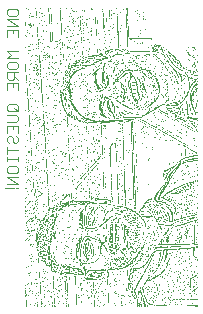
<source format=gbo>
G04*
G04 #@! TF.GenerationSoftware,Altium Limited,Altium Designer,20.1.14 (287)*
G04*
G04 Layer_Color=32896*
%FSLAX43Y43*%
%MOMM*%
G71*
G04*
G04 #@! TF.SameCoordinates,E881D564-7E94-4D67-93EA-8D466AB4E10B*
G04*
G04*
G04 #@! TF.FilePolarity,Positive*
G04*
G01*
G75*
%ADD16C,0.100*%
G36*
X57093Y56763D02*
X57069D01*
Y56787D01*
X57093D01*
Y56763D01*
D02*
G37*
G36*
X53140D02*
X53116D01*
Y56787D01*
X53140D01*
Y56763D01*
D02*
G37*
G36*
X52634D02*
X52586D01*
Y56787D01*
X52634D01*
Y56763D01*
D02*
G37*
G36*
X57069Y56739D02*
X57045D01*
Y56763D01*
X57069D01*
Y56739D01*
D02*
G37*
G36*
X54321D02*
X54273D01*
Y56763D01*
X54321D01*
Y56739D01*
D02*
G37*
G36*
X53116D02*
X53092D01*
Y56763D01*
X53116D01*
Y56739D01*
D02*
G37*
G36*
X52779D02*
X52755D01*
Y56763D01*
X52779D01*
Y56739D01*
D02*
G37*
G36*
X56466Y56763D02*
X56490D01*
Y56715D01*
X56466D01*
Y56739D01*
X56442D01*
Y56787D01*
X56466D01*
Y56763D01*
D02*
G37*
G36*
X53092Y56715D02*
X53068D01*
Y56739D01*
X53092D01*
Y56715D01*
D02*
G37*
G36*
X52755D02*
X52658D01*
Y56739D01*
X52755D01*
Y56715D01*
D02*
G37*
G36*
X49477Y56739D02*
X49453D01*
Y56715D01*
X49429D01*
Y56763D01*
X49477D01*
Y56739D01*
D02*
G37*
G36*
X52923Y56715D02*
X52947D01*
Y56690D01*
X52899D01*
Y56787D01*
X52923D01*
Y56715D01*
D02*
G37*
G36*
X52851Y56690D02*
X52827D01*
Y56787D01*
X52851D01*
Y56690D01*
D02*
G37*
G36*
X52658D02*
X52634D01*
Y56715D01*
X52658D01*
Y56690D01*
D02*
G37*
G36*
X50272Y56763D02*
X50296D01*
Y56715D01*
X50320D01*
Y56690D01*
X50272D01*
Y56739D01*
X50248D01*
Y56787D01*
X50272D01*
Y56763D01*
D02*
G37*
G36*
X49139Y56690D02*
X49115D01*
Y56739D01*
X49139D01*
Y56690D01*
D02*
G37*
G36*
X54562Y56715D02*
X54538D01*
Y56666D01*
X54514D01*
Y56739D01*
X54538D01*
Y56763D01*
X54562D01*
Y56715D01*
D02*
G37*
G36*
X53863Y56666D02*
X53815D01*
Y56690D01*
X53839D01*
Y56787D01*
X53863D01*
Y56666D01*
D02*
G37*
G36*
X53044D02*
X52972D01*
Y56690D01*
X53044D01*
Y56666D01*
D02*
G37*
G36*
X52514Y56715D02*
X52538D01*
Y56666D01*
X52514D01*
Y56690D01*
X52489D01*
Y56763D01*
X52514D01*
Y56715D01*
D02*
G37*
G36*
X50561Y56666D02*
X50513D01*
Y56690D01*
X50537D01*
Y56715D01*
X50561D01*
Y56666D01*
D02*
G37*
G36*
X49356D02*
X49308D01*
Y56690D01*
X49332D01*
Y56739D01*
X49356D01*
Y56666D01*
D02*
G37*
G36*
X56611Y56642D02*
X56563D01*
Y56666D01*
X56611D01*
Y56642D01*
D02*
G37*
G36*
X53213Y56666D02*
X53261D01*
Y56642D01*
X53116D01*
Y56666D01*
X53140D01*
Y56690D01*
X53213D01*
Y56666D01*
D02*
G37*
G36*
X57382Y56618D02*
X57334D01*
Y56666D01*
X57382D01*
Y56618D01*
D02*
G37*
G36*
X49694D02*
X49646D01*
Y56642D01*
X49670D01*
Y56715D01*
X49694D01*
Y56618D01*
D02*
G37*
G36*
X49115D02*
X49091D01*
Y56690D01*
X49115D01*
Y56618D01*
D02*
G37*
G36*
X59190Y56594D02*
X59166D01*
Y56618D01*
X59190D01*
Y56594D01*
D02*
G37*
G36*
X58491D02*
X58467D01*
Y56715D01*
X58491D01*
Y56594D01*
D02*
G37*
G36*
X54659Y56690D02*
X54707D01*
Y56666D01*
X54731D01*
Y56594D01*
X54634D01*
Y56618D01*
X54562D01*
Y56642D01*
X54634D01*
Y56715D01*
X54659D01*
Y56690D01*
D02*
G37*
G36*
X53429Y56594D02*
X53333D01*
Y56618D01*
X53429D01*
Y56594D01*
D02*
G37*
G36*
X52393D02*
X52369D01*
Y56666D01*
X52393D01*
Y56594D01*
D02*
G37*
G36*
X50441D02*
X50417D01*
Y56666D01*
X50441D01*
Y56594D01*
D02*
G37*
G36*
X49019Y56618D02*
X49067D01*
Y56594D01*
X48995D01*
Y56666D01*
X49019D01*
Y56618D01*
D02*
G37*
G36*
X59382Y56570D02*
X59238D01*
Y56594D01*
X59382D01*
Y56570D01*
D02*
G37*
G36*
X59166D02*
X59141D01*
Y56594D01*
X59166D01*
Y56570D01*
D02*
G37*
G36*
X58467D02*
X58442D01*
Y56594D01*
X58467D01*
Y56570D01*
D02*
G37*
G36*
X57334D02*
X57310D01*
Y56618D01*
X57334D01*
Y56570D01*
D02*
G37*
G36*
X56563Y56594D02*
X56538D01*
Y56570D01*
X56490D01*
Y56618D01*
X56514D01*
Y56642D01*
X56563D01*
Y56594D01*
D02*
G37*
G36*
X56370Y56570D02*
X56346D01*
Y56594D01*
X56370D01*
Y56570D01*
D02*
G37*
G36*
X53984D02*
X53839D01*
Y56594D01*
X53984D01*
Y56570D01*
D02*
G37*
G36*
X52827D02*
X52803D01*
Y56690D01*
X52827D01*
Y56570D01*
D02*
G37*
G36*
X52634D02*
X52610D01*
Y56690D01*
X52634D01*
Y56570D01*
D02*
G37*
G36*
X56273Y56690D02*
X56297D01*
Y56666D01*
X56273D01*
Y56546D01*
X56249D01*
Y56787D01*
X56273D01*
Y56690D01*
D02*
G37*
G36*
X52369Y56546D02*
X52345D01*
Y56594D01*
X52369D01*
Y56546D01*
D02*
G37*
G36*
X50417D02*
X50393D01*
Y56594D01*
X50417D01*
Y56546D01*
D02*
G37*
G36*
X49983Y56739D02*
X49959D01*
Y56570D01*
X49983D01*
Y56546D01*
X49911D01*
Y56594D01*
X49935D01*
Y56642D01*
X49911D01*
Y56690D01*
X49887D01*
Y56715D01*
X49911D01*
Y56763D01*
X49983D01*
Y56739D01*
D02*
G37*
G36*
X58876Y56594D02*
X58852D01*
Y56522D01*
X58828D01*
Y56618D01*
X58876D01*
Y56594D01*
D02*
G37*
G36*
X58539Y56522D02*
X58515D01*
Y56570D01*
X58539D01*
Y56522D01*
D02*
G37*
G36*
X57310D02*
X57286D01*
Y56570D01*
X57310D01*
Y56522D01*
D02*
G37*
G36*
X52489D02*
X52441D01*
Y56546D01*
X52465D01*
Y56642D01*
X52489D01*
Y56522D01*
D02*
G37*
G36*
X50393D02*
X50369D01*
Y56546D01*
X50393D01*
Y56522D01*
D02*
G37*
G36*
X49694D02*
X49670D01*
Y56546D01*
X49694D01*
Y56522D01*
D02*
G37*
G36*
X49308Y56618D02*
X49356D01*
Y56642D01*
X49380D01*
Y56594D01*
X49405D01*
Y56570D01*
X49380D01*
Y56522D01*
X49356D01*
Y56594D01*
X49308D01*
Y56618D01*
X49260D01*
Y56666D01*
X49308D01*
Y56618D01*
D02*
G37*
G36*
X59117Y56498D02*
X59021D01*
Y56522D01*
X59117D01*
Y56498D01*
D02*
G37*
G36*
X58515D02*
X58491D01*
Y56522D01*
X58515D01*
Y56498D01*
D02*
G37*
G36*
X50610D02*
X50513D01*
Y56522D01*
X50610D01*
Y56498D01*
D02*
G37*
G36*
X49621Y56522D02*
X49670D01*
Y56498D01*
X49597D01*
Y56618D01*
X49621D01*
Y56522D01*
D02*
G37*
G36*
X56346Y56474D02*
X56322D01*
Y56570D01*
X56346D01*
Y56474D01*
D02*
G37*
G36*
X53887D02*
X53863D01*
Y56546D01*
X53887D01*
Y56474D01*
D02*
G37*
G36*
X57310Y56449D02*
X57286D01*
Y56498D01*
X57310D01*
Y56449D01*
D02*
G37*
G36*
X56442D02*
X56418D01*
Y56474D01*
X56442D01*
Y56449D01*
D02*
G37*
G36*
X53863D02*
X53815D01*
Y56474D01*
X53863D01*
Y56449D01*
D02*
G37*
G36*
X53429D02*
X53285D01*
Y56474D01*
X53429D01*
Y56449D01*
D02*
G37*
G36*
X57286Y56425D02*
X57262D01*
Y56449D01*
X57286D01*
Y56425D01*
D02*
G37*
G36*
X56418D02*
X56394D01*
Y56449D01*
X56418D01*
Y56425D01*
D02*
G37*
G36*
X54056Y56449D02*
X54032D01*
Y56425D01*
X54008D01*
Y56449D01*
X53960D01*
Y56474D01*
X54032D01*
Y56570D01*
X54056D01*
Y56449D01*
D02*
G37*
G36*
X53237D02*
X53285D01*
Y56425D01*
X53237D01*
Y56449D01*
X53188D01*
Y56474D01*
X53237D01*
Y56449D01*
D02*
G37*
G36*
X53044Y56546D02*
X53068D01*
Y56474D01*
X53140D01*
Y56425D01*
X53116D01*
Y56449D01*
X53044D01*
Y56522D01*
X52947D01*
Y56546D01*
X53020D01*
Y56594D01*
X53044D01*
Y56546D01*
D02*
G37*
G36*
X50296Y56425D02*
X50272D01*
Y56546D01*
X50296D01*
Y56425D01*
D02*
G37*
G36*
X58370Y56401D02*
X58346D01*
Y56449D01*
X58322D01*
Y56474D01*
X58370D01*
Y56401D01*
D02*
G37*
G36*
X55141D02*
X55117D01*
Y56425D01*
X55141D01*
Y56401D01*
D02*
G37*
G36*
X49790Y56449D02*
X49766D01*
Y56401D01*
X49742D01*
Y56474D01*
X49790D01*
Y56449D01*
D02*
G37*
G36*
X58997Y56377D02*
X58925D01*
Y56401D01*
X58997D01*
Y56377D01*
D02*
G37*
G36*
X58346D02*
X58322D01*
Y56401D01*
X58346D01*
Y56377D01*
D02*
G37*
G36*
X54442Y56449D02*
X54466D01*
Y56425D01*
X54442D01*
Y56377D01*
X54418D01*
Y56474D01*
X54442D01*
Y56449D01*
D02*
G37*
G36*
X59117Y56353D02*
X59021D01*
Y56377D01*
X59117D01*
Y56353D01*
D02*
G37*
G36*
X56394D02*
X56370D01*
Y56425D01*
X56394D01*
Y56353D01*
D02*
G37*
G36*
X56322D02*
X56273D01*
Y56425D01*
X56322D01*
Y56353D01*
D02*
G37*
G36*
X54418D02*
X54393D01*
Y56377D01*
X54418D01*
Y56353D01*
D02*
G37*
G36*
X53646Y56739D02*
X53670D01*
Y56498D01*
X53646D01*
Y56449D01*
X53695D01*
Y56353D01*
X53646D01*
Y56377D01*
X53598D01*
Y56401D01*
X53622D01*
Y56642D01*
X53598D01*
Y56666D01*
X53622D01*
Y56763D01*
X53646D01*
Y56739D01*
D02*
G37*
G36*
X56273Y56329D02*
X56249D01*
Y56353D01*
X56273D01*
Y56329D01*
D02*
G37*
G36*
X55117D02*
X55092D01*
Y56401D01*
X55117D01*
Y56329D01*
D02*
G37*
G36*
X53839D02*
X53815D01*
Y56377D01*
X53791D01*
Y56401D01*
X53839D01*
Y56329D01*
D02*
G37*
G36*
X53526D02*
X53502D01*
Y56377D01*
X53454D01*
Y56401D01*
X53526D01*
Y56329D01*
D02*
G37*
G36*
X50610Y56401D02*
X50585D01*
Y56377D01*
X50537D01*
Y56329D01*
X50513D01*
Y56401D01*
X50561D01*
Y56425D01*
X50585D01*
Y56449D01*
X50610D01*
Y56401D01*
D02*
G37*
G36*
X50272Y56353D02*
X50248D01*
Y56329D01*
X50224D01*
Y56377D01*
X50248D01*
Y56425D01*
X50272D01*
Y56353D01*
D02*
G37*
G36*
X57093Y56305D02*
X57069D01*
Y56353D01*
X57045D01*
Y56377D01*
X57093D01*
Y56305D01*
D02*
G37*
G36*
X54514D02*
X54466D01*
Y56329D01*
X54490D01*
Y56377D01*
X54514D01*
Y56305D01*
D02*
G37*
G36*
X56635Y56281D02*
X56490D01*
Y56305D01*
X56635D01*
Y56281D01*
D02*
G37*
G36*
X54080Y56329D02*
X54104D01*
Y56281D01*
X54080D01*
Y56329D01*
X54056D01*
Y56377D01*
X54008D01*
Y56353D01*
X53984D01*
Y56401D01*
X54080D01*
Y56329D01*
D02*
G37*
G36*
X52899Y56281D02*
X52851D01*
Y56305D01*
X52899D01*
Y56281D01*
D02*
G37*
G36*
X52321D02*
X52297D01*
Y56329D01*
X52273D01*
Y56353D01*
X52297D01*
Y56377D01*
X52321D01*
Y56281D01*
D02*
G37*
G36*
X49525D02*
X49429D01*
Y56305D01*
X49501D01*
Y56353D01*
X49525D01*
Y56281D01*
D02*
G37*
G36*
X49019Y56305D02*
X49043D01*
Y56281D01*
X48995D01*
Y56329D01*
X49019D01*
Y56305D01*
D02*
G37*
G36*
X54466Y56281D02*
X54442D01*
Y56257D01*
X54418D01*
Y56305D01*
X54466D01*
Y56281D01*
D02*
G37*
G36*
X50489Y56257D02*
X50465D01*
Y56281D01*
X50344D01*
Y56305D01*
X50489D01*
Y56257D01*
D02*
G37*
G36*
X58539D02*
X58563D01*
Y56232D01*
X58515D01*
Y56305D01*
X58539D01*
Y56257D01*
D02*
G37*
G36*
X57406Y56232D02*
X57382D01*
Y56257D01*
X57406D01*
Y56232D01*
D02*
G37*
G36*
X53695D02*
X53670D01*
Y56257D01*
X53695D01*
Y56232D01*
D02*
G37*
G36*
X53357Y56257D02*
X53478D01*
Y56232D01*
X53261D01*
Y56281D01*
X53357D01*
Y56257D01*
D02*
G37*
G36*
X49718Y56232D02*
X49694D01*
Y56281D01*
X49718D01*
Y56232D01*
D02*
G37*
G36*
X59190Y56208D02*
X59141D01*
Y56232D01*
X59190D01*
Y56208D01*
D02*
G37*
G36*
X52586D02*
X52562D01*
Y56232D01*
X52586D01*
Y56208D01*
D02*
G37*
G36*
X50465D02*
X50441D01*
Y56232D01*
X50465D01*
Y56208D01*
D02*
G37*
G36*
X59407Y56184D02*
X59382D01*
Y56305D01*
X59238D01*
Y56329D01*
X59407D01*
Y56184D01*
D02*
G37*
G36*
X50441D02*
X50417D01*
Y56208D01*
X50441D01*
Y56184D01*
D02*
G37*
G36*
X49694Y56208D02*
X49670D01*
Y56184D01*
X49646D01*
Y56232D01*
X49694D01*
Y56208D01*
D02*
G37*
G36*
X58683D02*
X58708D01*
Y56184D01*
X58780D01*
Y56160D01*
X58683D01*
Y56208D01*
X58659D01*
Y56232D01*
X58635D01*
Y56257D01*
X58683D01*
Y56208D01*
D02*
G37*
G36*
X57382Y56160D02*
X57358D01*
Y56232D01*
X57382D01*
Y56160D01*
D02*
G37*
G36*
X56490D02*
X56466D01*
Y56281D01*
X56490D01*
Y56160D01*
D02*
G37*
G36*
X54321Y56208D02*
X54297D01*
Y56160D01*
X54273D01*
Y56232D01*
X54297D01*
Y56281D01*
X54321D01*
Y56208D01*
D02*
G37*
G36*
X49525Y56160D02*
X49453D01*
Y56184D01*
X49525D01*
Y56160D01*
D02*
G37*
G36*
X59214D02*
X59238D01*
Y56136D01*
X59190D01*
Y56184D01*
X59214D01*
Y56160D01*
D02*
G37*
G36*
X58900Y56136D02*
X58876D01*
Y56160D01*
X58852D01*
Y56184D01*
X58900D01*
Y56136D01*
D02*
G37*
G36*
X54273D02*
X54201D01*
Y56160D01*
X54273D01*
Y56136D01*
D02*
G37*
G36*
X54080D02*
X53936D01*
Y56160D01*
X54056D01*
Y56281D01*
X54080D01*
Y56136D01*
D02*
G37*
G36*
X52947D02*
X52851D01*
Y56160D01*
X52947D01*
Y56136D01*
D02*
G37*
G36*
X52562Y56160D02*
X52586D01*
Y56136D01*
X52538D01*
Y56208D01*
X52562D01*
Y56160D01*
D02*
G37*
G36*
X49453Y56136D02*
X49405D01*
Y56160D01*
X49453D01*
Y56136D01*
D02*
G37*
G36*
X56346Y56112D02*
X56297D01*
Y56136D01*
X56322D01*
Y56208D01*
X56346D01*
Y56112D01*
D02*
G37*
G36*
X54779Y56136D02*
X54803D01*
Y56112D01*
X54755D01*
Y56160D01*
X54779D01*
Y56136D01*
D02*
G37*
G36*
X53188Y56112D02*
X53164D01*
Y56208D01*
X53188D01*
Y56112D01*
D02*
G37*
G36*
X59286Y56088D02*
X59238D01*
Y56112D01*
X59286D01*
Y56088D01*
D02*
G37*
G36*
X58997D02*
X58949D01*
Y56112D01*
X58997D01*
Y56088D01*
D02*
G37*
G36*
X53164D02*
X53116D01*
Y56112D01*
X53164D01*
Y56088D01*
D02*
G37*
G36*
X50513D02*
X50489D01*
Y56112D01*
X50513D01*
Y56088D01*
D02*
G37*
G36*
X49405D02*
X49356D01*
Y56112D01*
X49380D01*
Y56136D01*
X49405D01*
Y56088D01*
D02*
G37*
G36*
X49284D02*
X49260D01*
Y56112D01*
X49284D01*
Y56088D01*
D02*
G37*
G36*
X53550Y56064D02*
X53526D01*
Y56112D01*
X53550D01*
Y56064D01*
D02*
G37*
G36*
X50778D02*
X50754D01*
Y56112D01*
X50778D01*
Y56064D01*
D02*
G37*
G36*
X50658Y56088D02*
X50634D01*
Y56064D01*
X50610D01*
Y56112D01*
X50634D01*
Y56136D01*
X50658D01*
Y56088D01*
D02*
G37*
G36*
X49838Y56064D02*
X49814D01*
Y56088D01*
X49790D01*
Y56112D01*
X49838D01*
Y56064D01*
D02*
G37*
G36*
X53526Y56040D02*
X53502D01*
Y56064D01*
X53526D01*
Y56040D01*
D02*
G37*
G36*
X53116D02*
X53092D01*
Y56088D01*
X53116D01*
Y56040D01*
D02*
G37*
G36*
X50754D02*
X50730D01*
Y56064D01*
X50754D01*
Y56040D01*
D02*
G37*
G36*
X49260D02*
X49236D01*
Y56088D01*
X49260D01*
Y56040D01*
D02*
G37*
G36*
X58250D02*
X58274D01*
Y56016D01*
X58226D01*
Y56064D01*
X58250D01*
Y56040D01*
D02*
G37*
G36*
X52779Y56016D02*
X52755D01*
Y56040D01*
X52779D01*
Y56016D01*
D02*
G37*
G36*
X49694Y56040D02*
X49742D01*
Y56016D01*
X49670D01*
Y56088D01*
X49694D01*
Y56040D01*
D02*
G37*
G36*
X49646Y56016D02*
X49501D01*
Y56040D01*
X49646D01*
Y56016D01*
D02*
G37*
G36*
X49212D02*
X49188D01*
Y56040D01*
X49212D01*
Y56016D01*
D02*
G37*
G36*
X58732Y56040D02*
X58708D01*
Y55991D01*
X58683D01*
Y56064D01*
X58732D01*
Y56040D01*
D02*
G37*
G36*
X52899D02*
X52947D01*
Y56016D01*
X53092D01*
Y55991D01*
X52947D01*
Y56016D01*
X52875D01*
Y56064D01*
X52899D01*
Y56040D01*
D02*
G37*
G36*
X52875Y55991D02*
X52851D01*
Y56016D01*
X52875D01*
Y55991D01*
D02*
G37*
G36*
X52755D02*
X52730D01*
Y56016D01*
X52755D01*
Y55991D01*
D02*
G37*
G36*
X49188D02*
X49164D01*
Y56016D01*
X49188D01*
Y55991D01*
D02*
G37*
G36*
X49043D02*
X49019D01*
Y56064D01*
X48995D01*
Y56088D01*
X49043D01*
Y55991D01*
D02*
G37*
G36*
X59045Y56040D02*
X59069D01*
Y55967D01*
X59045D01*
Y56016D01*
X59021D01*
Y56064D01*
X59045D01*
Y56040D01*
D02*
G37*
G36*
X53887Y55967D02*
X53863D01*
Y56112D01*
X53887D01*
Y55967D01*
D02*
G37*
G36*
X52851D02*
X52827D01*
Y55991D01*
X52851D01*
Y55967D01*
D02*
G37*
G36*
X50489D02*
X50465D01*
Y56088D01*
X50489D01*
Y55967D01*
D02*
G37*
G36*
X58780Y55943D02*
X58732D01*
Y55967D01*
X58780D01*
Y55943D01*
D02*
G37*
G36*
X53574D02*
X53526D01*
Y55967D01*
X53574D01*
Y55943D01*
D02*
G37*
G36*
X52682D02*
X52658D01*
Y55991D01*
X52682D01*
Y55943D01*
D02*
G37*
G36*
X53863Y55919D02*
X53839D01*
Y55967D01*
X53863D01*
Y55919D01*
D02*
G37*
G36*
X52827D02*
X52803D01*
Y55967D01*
X52827D01*
Y55919D01*
D02*
G37*
G36*
X50272Y55943D02*
X50248D01*
Y55919D01*
X50200D01*
Y55943D01*
X50152D01*
Y55967D01*
X50272D01*
Y55943D01*
D02*
G37*
G36*
X49405Y55919D02*
X49380D01*
Y55991D01*
X49405D01*
Y55919D01*
D02*
G37*
G36*
X49115Y55943D02*
X49091D01*
Y55919D01*
X49067D01*
Y55967D01*
X49115D01*
Y55943D01*
D02*
G37*
G36*
X54104Y55895D02*
X54080D01*
Y55967D01*
X54104D01*
Y55895D01*
D02*
G37*
G36*
X53839D02*
X53815D01*
Y55919D01*
X53839D01*
Y55895D01*
D02*
G37*
G36*
X52658D02*
X52634D01*
Y55943D01*
X52658D01*
Y55895D01*
D02*
G37*
G36*
X49862Y55919D02*
X49838D01*
Y55895D01*
X49790D01*
Y55919D01*
X49814D01*
Y55943D01*
X49862D01*
Y55919D01*
D02*
G37*
G36*
X58683Y55871D02*
X58635D01*
Y55895D01*
X58683D01*
Y55871D01*
D02*
G37*
G36*
X58491Y55895D02*
X58515D01*
Y55871D01*
X58467D01*
Y55919D01*
X58491D01*
Y55895D01*
D02*
G37*
G36*
X54514Y55871D02*
X54490D01*
Y55895D01*
X54514D01*
Y55871D01*
D02*
G37*
G36*
X52947D02*
X52851D01*
Y55895D01*
X52947D01*
Y55871D01*
D02*
G37*
G36*
X52224D02*
X52200D01*
Y55967D01*
X52224D01*
Y55871D01*
D02*
G37*
G36*
X49332Y55895D02*
X49356D01*
Y55919D01*
X49380D01*
Y55871D01*
X49332D01*
Y55895D01*
X49308D01*
Y55919D01*
X49212D01*
Y55943D01*
X49332D01*
Y55895D01*
D02*
G37*
G36*
X56346Y55847D02*
X56297D01*
Y55871D01*
X56322D01*
Y55943D01*
X56346D01*
Y55847D01*
D02*
G37*
G36*
X53478Y55871D02*
X53454D01*
Y55847D01*
X53429D01*
Y55895D01*
X53478D01*
Y55871D01*
D02*
G37*
G36*
X53164Y55847D02*
X53092D01*
Y55871D01*
X53164D01*
Y55847D01*
D02*
G37*
G36*
X52200D02*
X52176D01*
Y55871D01*
X52200D01*
Y55847D01*
D02*
G37*
G36*
X49212D02*
X49188D01*
Y55919D01*
X49212D01*
Y55847D01*
D02*
G37*
G36*
X49043D02*
X48995D01*
Y55871D01*
X49043D01*
Y55847D01*
D02*
G37*
G36*
X59021Y55895D02*
X59045D01*
Y55871D01*
X59069D01*
Y55823D01*
X59045D01*
Y55847D01*
X59021D01*
Y55871D01*
X58997D01*
Y55919D01*
X59021D01*
Y55895D01*
D02*
G37*
G36*
X56538Y55823D02*
X56514D01*
Y55895D01*
X56538D01*
Y55823D01*
D02*
G37*
G36*
X54490D02*
X54466D01*
Y55871D01*
X54490D01*
Y55823D01*
D02*
G37*
G36*
X58780Y55799D02*
X58756D01*
Y55823D01*
X58780D01*
Y55799D01*
D02*
G37*
G36*
X53092Y55823D02*
X53068D01*
Y55775D01*
X52972D01*
Y55823D01*
X52996D01*
Y55799D01*
X53044D01*
Y55847D01*
X53092D01*
Y55823D01*
D02*
G37*
G36*
X58756Y55775D02*
X58732D01*
Y55799D01*
X58756D01*
Y55775D01*
D02*
G37*
G36*
X57936D02*
X57888D01*
Y55799D01*
X57936D01*
Y55775D01*
D02*
G37*
G36*
X56514Y55799D02*
X56490D01*
Y55775D01*
X56466D01*
Y55823D01*
X56514D01*
Y55799D01*
D02*
G37*
G36*
X54827Y55775D02*
X54755D01*
Y55799D01*
X54827D01*
Y55775D01*
D02*
G37*
G36*
X54345D02*
X54152D01*
Y55799D01*
X54345D01*
Y55775D01*
D02*
G37*
G36*
X54080D02*
X54056D01*
Y55895D01*
X54080D01*
Y55775D01*
D02*
G37*
G36*
X53887D02*
X53815D01*
Y55799D01*
X53887D01*
Y55775D01*
D02*
G37*
G36*
X53670Y56184D02*
X53719D01*
Y56160D01*
X53695D01*
Y56040D01*
X53719D01*
Y56016D01*
X53695D01*
Y55967D01*
X53719D01*
Y55895D01*
X53695D01*
Y55823D01*
X53719D01*
Y55799D01*
X53695D01*
Y55775D01*
X53670D01*
Y55799D01*
X53646D01*
Y55871D01*
X53670D01*
Y55967D01*
X53646D01*
Y55991D01*
X53670D01*
Y56016D01*
X53646D01*
Y56040D01*
X53670D01*
Y56088D01*
X53646D01*
Y56136D01*
X53670D01*
Y56184D01*
X53622D01*
Y56232D01*
X53670D01*
Y56184D01*
D02*
G37*
G36*
X49959Y56498D02*
X49983D01*
Y56425D01*
X50007D01*
Y56401D01*
X49983D01*
Y56257D01*
X50007D01*
Y56160D01*
X50031D01*
Y56136D01*
X49983D01*
Y56064D01*
X50007D01*
Y55919D01*
X50031D01*
Y55895D01*
X50007D01*
Y55847D01*
X50031D01*
Y55775D01*
X49983D01*
Y55799D01*
X49959D01*
Y55823D01*
X49983D01*
Y55871D01*
X49959D01*
Y55991D01*
X49983D01*
Y56040D01*
X49959D01*
Y56208D01*
X49935D01*
Y56232D01*
X49959D01*
Y56257D01*
X49935D01*
Y56353D01*
X49911D01*
Y56425D01*
X49887D01*
Y56449D01*
X49935D01*
Y56522D01*
X49959D01*
Y56498D01*
D02*
G37*
G36*
X59045Y55750D02*
X59021D01*
Y55823D01*
X59045D01*
Y55750D01*
D02*
G37*
G36*
X58876Y55871D02*
X58852D01*
Y55750D01*
X58828D01*
Y55919D01*
X58876D01*
Y55871D01*
D02*
G37*
G36*
X54393Y55726D02*
X54369D01*
Y55775D01*
X54393D01*
Y55726D01*
D02*
G37*
G36*
X51477Y56184D02*
X51501D01*
Y55726D01*
X51477D01*
Y56160D01*
X51453D01*
Y56353D01*
X51477D01*
Y56184D01*
D02*
G37*
G36*
X50802Y55726D02*
X50778D01*
Y55750D01*
X50802D01*
Y55726D01*
D02*
G37*
G36*
X49477D02*
X49429D01*
Y55750D01*
X49477D01*
Y55726D01*
D02*
G37*
G36*
X58973Y55702D02*
X58900D01*
Y55726D01*
X58973D01*
Y55702D01*
D02*
G37*
G36*
X56635Y55726D02*
X56659D01*
Y55702D01*
X56611D01*
Y55750D01*
X56563D01*
Y55775D01*
X56635D01*
Y55726D01*
D02*
G37*
G36*
X56563Y55702D02*
X56538D01*
Y55750D01*
X56563D01*
Y55702D01*
D02*
G37*
G36*
X54369D02*
X54345D01*
Y55726D01*
X54369D01*
Y55702D01*
D02*
G37*
G36*
X49621D02*
X49597D01*
Y55726D01*
X49549D01*
Y55750D01*
X49597D01*
Y55799D01*
X49621D01*
Y55702D01*
D02*
G37*
G36*
X58539Y55678D02*
X58515D01*
Y55726D01*
X58491D01*
Y55750D01*
X58539D01*
Y55678D01*
D02*
G37*
G36*
X50778D02*
X50754D01*
Y55726D01*
X50778D01*
Y55678D01*
D02*
G37*
G36*
X54586Y55775D02*
X54610D01*
Y55750D01*
X54586D01*
Y55654D01*
X54562D01*
Y55799D01*
X54586D01*
Y55775D01*
D02*
G37*
G36*
X54514Y55654D02*
X54442D01*
Y55678D01*
X54490D01*
Y55702D01*
X54514D01*
Y55654D01*
D02*
G37*
G36*
X52224Y55678D02*
X52248D01*
Y55654D01*
X52200D01*
Y55702D01*
X52224D01*
Y55678D01*
D02*
G37*
G36*
X50610Y55702D02*
X50634D01*
Y55678D01*
X50610D01*
Y55654D01*
X50585D01*
Y55726D01*
X50610D01*
Y55702D01*
D02*
G37*
G36*
X59238Y55799D02*
X59214D01*
Y55775D01*
X59190D01*
Y55654D01*
X59214D01*
Y55630D01*
X59166D01*
Y55823D01*
X59238D01*
Y55799D01*
D02*
G37*
G36*
X56587Y55630D02*
X56563D01*
Y55654D01*
X56587D01*
Y55630D01*
D02*
G37*
G36*
X54442D02*
X54418D01*
Y55654D01*
X54442D01*
Y55630D01*
D02*
G37*
G36*
X54104Y55654D02*
X54152D01*
Y55630D01*
X54104D01*
Y55654D01*
X54056D01*
Y55678D01*
X54104D01*
Y55654D01*
D02*
G37*
G36*
X50585Y55630D02*
X50489D01*
Y55654D01*
X50585D01*
Y55630D01*
D02*
G37*
G36*
X50369Y55726D02*
X50417D01*
Y55678D01*
X50441D01*
Y55654D01*
X50417D01*
Y55630D01*
X50369D01*
Y55654D01*
X50393D01*
Y55702D01*
X50344D01*
Y55726D01*
X50296D01*
Y55750D01*
X50369D01*
Y55726D01*
D02*
G37*
G36*
X56563Y55606D02*
X56538D01*
Y55630D01*
X56563D01*
Y55606D01*
D02*
G37*
G36*
X54418D02*
X54393D01*
Y55630D01*
X54418D01*
Y55606D01*
D02*
G37*
G36*
X53285D02*
X53261D01*
Y55630D01*
X53285D01*
Y55606D01*
D02*
G37*
G36*
X52803D02*
X52755D01*
Y55630D01*
X52779D01*
Y55654D01*
X52803D01*
Y55606D01*
D02*
G37*
G36*
X52706Y55630D02*
X52634D01*
Y55606D01*
X52610D01*
Y55654D01*
X52682D01*
Y55678D01*
X52706D01*
Y55630D01*
D02*
G37*
G36*
X49115Y55606D02*
X49091D01*
Y55750D01*
X49115D01*
Y55606D01*
D02*
G37*
G36*
X57093Y55582D02*
X57069D01*
Y55606D01*
X57093D01*
Y55582D01*
D02*
G37*
G36*
X55912D02*
X55888D01*
Y55871D01*
X55864D01*
Y55895D01*
X55912D01*
Y55582D01*
D02*
G37*
G36*
X57069Y55558D02*
X57045D01*
Y55582D01*
X57069D01*
Y55558D01*
D02*
G37*
G36*
X54393Y55582D02*
X54369D01*
Y55558D01*
X54321D01*
Y55582D01*
X54345D01*
Y55606D01*
X54393D01*
Y55582D01*
D02*
G37*
G36*
X53598D02*
X53574D01*
Y55558D01*
X53550D01*
Y55606D01*
X53598D01*
Y55582D01*
D02*
G37*
G36*
X53478Y55558D02*
X53429D01*
Y55582D01*
X53454D01*
Y55630D01*
X53478D01*
Y55558D01*
D02*
G37*
G36*
X53261D02*
X53237D01*
Y55606D01*
X53261D01*
Y55558D01*
D02*
G37*
G36*
X49091D02*
X49067D01*
Y55606D01*
X49091D01*
Y55558D01*
D02*
G37*
G36*
X54249Y55534D02*
X54225D01*
Y55582D01*
X54201D01*
Y55606D01*
X54225D01*
Y55630D01*
X54249D01*
Y55534D01*
D02*
G37*
G36*
X53550D02*
X53526D01*
Y55558D01*
X53550D01*
Y55534D01*
D02*
G37*
G36*
X50658D02*
X50634D01*
Y55630D01*
X50658D01*
Y55534D01*
D02*
G37*
G36*
X53936Y55582D02*
X53911D01*
Y55509D01*
X53887D01*
Y55534D01*
X53863D01*
Y55582D01*
X53887D01*
Y55606D01*
X53936D01*
Y55582D01*
D02*
G37*
G36*
X57141Y55485D02*
X57045D01*
Y55509D01*
X57117D01*
Y55534D01*
X57141D01*
Y55485D01*
D02*
G37*
G36*
X54827D02*
X54779D01*
Y55509D01*
X54827D01*
Y55485D01*
D02*
G37*
G36*
X54080Y55509D02*
X54201D01*
Y55485D01*
X54080D01*
Y55509D01*
X53984D01*
Y55534D01*
X54080D01*
Y55509D01*
D02*
G37*
G36*
X53357Y55485D02*
X53309D01*
Y55534D01*
X53357D01*
Y55485D01*
D02*
G37*
G36*
X53044D02*
X52996D01*
Y55509D01*
X53020D01*
Y55534D01*
X53044D01*
Y55485D01*
D02*
G37*
G36*
X52923Y55558D02*
X52899D01*
Y55509D01*
X52947D01*
Y55485D01*
X52899D01*
Y55509D01*
X52875D01*
Y55582D01*
X52899D01*
Y55630D01*
X52923D01*
Y55558D01*
D02*
G37*
G36*
X52682Y55485D02*
X52658D01*
Y55558D01*
X52634D01*
Y55582D01*
X52682D01*
Y55485D01*
D02*
G37*
G36*
X50634D02*
X50610D01*
Y55534D01*
X50634D01*
Y55485D01*
D02*
G37*
G36*
X50537D02*
X50513D01*
Y55509D01*
X50537D01*
Y55485D01*
D02*
G37*
G36*
X49380Y55558D02*
X49332D01*
Y55485D01*
X49308D01*
Y55582D01*
X49380D01*
Y55558D01*
D02*
G37*
G36*
X53526Y55461D02*
X53502D01*
Y55534D01*
X53526D01*
Y55461D01*
D02*
G37*
G36*
X53309D02*
X53285D01*
Y55485D01*
X53309D01*
Y55461D01*
D02*
G37*
G36*
X53261Y55702D02*
X53116D01*
Y55534D01*
X53140D01*
Y55461D01*
X53116D01*
Y55534D01*
X53092D01*
Y55702D01*
X53068D01*
Y55726D01*
X53237D01*
Y55775D01*
X53261D01*
Y55702D01*
D02*
G37*
G36*
X56466Y55437D02*
X56442D01*
Y55461D01*
X56466D01*
Y55437D01*
D02*
G37*
G36*
X53429Y55509D02*
X53454D01*
Y55461D01*
X53502D01*
Y55437D01*
X53454D01*
Y55461D01*
X53429D01*
Y55485D01*
X53405D01*
Y55534D01*
X53429D01*
Y55509D01*
D02*
G37*
G36*
X51791Y55437D02*
X51694D01*
Y55461D01*
X51791D01*
Y55437D01*
D02*
G37*
G36*
X56442Y55413D02*
X56418D01*
Y55437D01*
X56442D01*
Y55413D01*
D02*
G37*
G36*
X53936D02*
X53911D01*
Y55437D01*
X53863D01*
Y55461D01*
X53936D01*
Y55413D01*
D02*
G37*
G36*
X53863D02*
X53839D01*
Y55437D01*
X53863D01*
Y55413D01*
D02*
G37*
G36*
X52851D02*
X52827D01*
Y55437D01*
X52803D01*
Y55461D01*
X52851D01*
Y55413D01*
D02*
G37*
G36*
X55141Y55750D02*
X55165D01*
Y55461D01*
X55189D01*
Y55389D01*
X55165D01*
Y55437D01*
X55141D01*
Y55702D01*
X55117D01*
Y55847D01*
X55141D01*
Y55750D01*
D02*
G37*
G36*
X53116Y55389D02*
X53092D01*
Y55461D01*
X53116D01*
Y55389D01*
D02*
G37*
G36*
X50224Y55461D02*
X50248D01*
Y55437D01*
X50224D01*
Y55413D01*
X50200D01*
Y55389D01*
X50176D01*
Y55437D01*
X50200D01*
Y55509D01*
X50224D01*
Y55461D01*
D02*
G37*
G36*
X56538Y55365D02*
X56514D01*
Y55437D01*
X56538D01*
Y55365D01*
D02*
G37*
G36*
X55165D02*
X55141D01*
Y55389D01*
X55165D01*
Y55365D01*
D02*
G37*
G36*
X53454Y55389D02*
X53429D01*
Y55365D01*
X53405D01*
Y55389D01*
X53381D01*
Y55413D01*
X53454D01*
Y55389D01*
D02*
G37*
G36*
X53020Y55365D02*
X52996D01*
Y55389D01*
X53020D01*
Y55365D01*
D02*
G37*
G36*
X49887D02*
X49790D01*
Y55389D01*
X49887D01*
Y55365D01*
D02*
G37*
G36*
X49501D02*
X49477D01*
Y55389D01*
X49501D01*
Y55365D01*
D02*
G37*
G36*
X53405Y55341D02*
X53381D01*
Y55365D01*
X53405D01*
Y55341D01*
D02*
G37*
G36*
X52489D02*
X52465D01*
Y55365D01*
X52489D01*
Y55341D01*
D02*
G37*
G36*
X50513Y55437D02*
X50537D01*
Y55413D01*
X50513D01*
Y55341D01*
X50489D01*
Y55485D01*
X50513D01*
Y55437D01*
D02*
G37*
G36*
X49718Y55485D02*
X49694D01*
Y55365D01*
X49790D01*
Y55341D01*
X49670D01*
Y55509D01*
X49694D01*
Y55534D01*
X49718D01*
Y55485D01*
D02*
G37*
G36*
X56514Y55341D02*
X56490D01*
Y55317D01*
X56466D01*
Y55365D01*
X56514D01*
Y55341D01*
D02*
G37*
G36*
X52996Y55317D02*
X52947D01*
Y55341D01*
X52972D01*
Y55365D01*
X52996D01*
Y55317D01*
D02*
G37*
G36*
X52465D02*
X52441D01*
Y55341D01*
X52465D01*
Y55317D01*
D02*
G37*
G36*
X49332Y55341D02*
X49308D01*
Y55317D01*
X49284D01*
Y55365D01*
X49308D01*
Y55413D01*
X49332D01*
Y55341D01*
D02*
G37*
G36*
X59069Y55389D02*
X59190D01*
Y55293D01*
X59166D01*
Y55365D01*
X59045D01*
Y55437D01*
X59069D01*
Y55389D01*
D02*
G37*
G36*
X58515Y55293D02*
X58491D01*
Y55365D01*
X58442D01*
Y55389D01*
X58515D01*
Y55293D01*
D02*
G37*
G36*
X54538Y55389D02*
X54514D01*
Y55365D01*
X54466D01*
Y55293D01*
X54442D01*
Y55389D01*
X54490D01*
Y55413D01*
X54514D01*
Y55461D01*
X54538D01*
Y55389D01*
D02*
G37*
G36*
X50875Y55293D02*
X50851D01*
Y55389D01*
X50875D01*
Y55293D01*
D02*
G37*
G36*
X49284Y55413D02*
X49212D01*
Y55317D01*
X49284D01*
Y55293D01*
X49212D01*
Y55317D01*
X49188D01*
Y55437D01*
X49284D01*
Y55413D01*
D02*
G37*
G36*
X57189Y55268D02*
X57165D01*
Y55293D01*
X57189D01*
Y55268D01*
D02*
G37*
G36*
X50489D02*
X50465D01*
Y55341D01*
X50489D01*
Y55268D01*
D02*
G37*
G36*
X49477Y55437D02*
X49429D01*
Y55389D01*
X49453D01*
Y55365D01*
X49477D01*
Y55268D01*
X49453D01*
Y55365D01*
X49405D01*
Y55461D01*
X49477D01*
Y55437D01*
D02*
G37*
G36*
X49405Y55268D02*
X49380D01*
Y55365D01*
X49405D01*
Y55268D01*
D02*
G37*
G36*
X49067D02*
X49043D01*
Y55558D01*
X49067D01*
Y55268D01*
D02*
G37*
G36*
X53984Y55244D02*
X53960D01*
Y55268D01*
X53936D01*
Y55317D01*
X53911D01*
Y55341D01*
X53984D01*
Y55244D01*
D02*
G37*
G36*
X50851D02*
X50826D01*
Y55293D01*
X50851D01*
Y55244D01*
D02*
G37*
G36*
X50369D02*
X50344D01*
Y55268D01*
X50320D01*
Y55293D01*
X50369D01*
Y55244D01*
D02*
G37*
G36*
X49573Y55293D02*
X49621D01*
Y55268D01*
X49549D01*
Y55244D01*
X49525D01*
Y55293D01*
X49549D01*
Y55317D01*
X49573D01*
Y55293D01*
D02*
G37*
G36*
X49043Y55244D02*
X49019D01*
Y55268D01*
X49043D01*
Y55244D01*
D02*
G37*
G36*
X57454Y55220D02*
X57430D01*
Y55268D01*
X57454D01*
Y55220D01*
D02*
G37*
G36*
X57165D02*
X57141D01*
Y55268D01*
X57165D01*
Y55220D01*
D02*
G37*
G36*
X55189Y55293D02*
X55213D01*
Y55244D01*
X55189D01*
Y55220D01*
X55165D01*
Y55317D01*
X55189D01*
Y55293D01*
D02*
G37*
G36*
X54562Y55220D02*
X54538D01*
Y55244D01*
X54562D01*
Y55220D01*
D02*
G37*
G36*
X53454Y55293D02*
X53550D01*
Y55220D01*
X53526D01*
Y55268D01*
X53454D01*
Y55293D01*
X53405D01*
Y55317D01*
X53454D01*
Y55293D01*
D02*
G37*
G36*
X58491Y55196D02*
X58418D01*
Y55220D01*
X58491D01*
Y55196D01*
D02*
G37*
G36*
X57141D02*
X57069D01*
Y55220D01*
X57141D01*
Y55196D01*
D02*
G37*
G36*
X54851D02*
X54827D01*
Y55220D01*
X54707D01*
Y55244D01*
X54827D01*
Y55268D01*
X54851D01*
Y55196D01*
D02*
G37*
G36*
X53911D02*
X53839D01*
Y55220D01*
X53887D01*
Y55244D01*
X53911D01*
Y55196D01*
D02*
G37*
G36*
X53719Y55678D02*
X53743D01*
Y55654D01*
X53719D01*
Y55389D01*
X53743D01*
Y55365D01*
X53767D01*
Y55244D01*
X53743D01*
Y55220D01*
X53719D01*
Y55196D01*
X53695D01*
Y55365D01*
X53670D01*
Y55437D01*
X53695D01*
Y55534D01*
X53670D01*
Y55558D01*
X53695D01*
Y55630D01*
X53670D01*
Y55654D01*
X53695D01*
Y55702D01*
X53719D01*
Y55678D01*
D02*
G37*
G36*
X58997Y55172D02*
X58973D01*
Y55293D01*
X58949D01*
Y55317D01*
X58997D01*
Y55172D01*
D02*
G37*
G36*
X57430D02*
X57406D01*
Y55220D01*
X57430D01*
Y55172D01*
D02*
G37*
G36*
X50007Y55726D02*
X50031D01*
Y55702D01*
X50055D01*
Y55654D01*
X50031D01*
Y55558D01*
X50055D01*
Y55317D01*
X50079D01*
Y55293D01*
X50055D01*
Y55172D01*
X50031D01*
Y55268D01*
X50007D01*
Y55317D01*
X50031D01*
Y55365D01*
X50007D01*
Y55461D01*
X49983D01*
Y55485D01*
X50007D01*
Y55534D01*
X49983D01*
Y55678D01*
X50007D01*
Y55702D01*
X49983D01*
Y55750D01*
X50007D01*
Y55726D01*
D02*
G37*
G36*
X59262Y55172D02*
X59286D01*
Y55148D01*
X59238D01*
Y55244D01*
X59262D01*
Y55172D01*
D02*
G37*
G36*
X53188Y55220D02*
X53213D01*
Y55148D01*
X53188D01*
Y55196D01*
X53164D01*
Y55268D01*
X53188D01*
Y55220D01*
D02*
G37*
G36*
X52706Y55172D02*
X52755D01*
Y55148D01*
X52706D01*
Y55172D01*
X52586D01*
Y55196D01*
X52682D01*
Y55220D01*
X52706D01*
Y55172D01*
D02*
G37*
G36*
X50826Y55148D02*
X50778D01*
Y55172D01*
X50826D01*
Y55148D01*
D02*
G37*
G36*
X57069Y55124D02*
X57021D01*
Y55148D01*
X57069D01*
Y55124D01*
D02*
G37*
G36*
X55309D02*
X55285D01*
Y55172D01*
X55309D01*
Y55124D01*
D02*
G37*
G36*
X53550D02*
X53526D01*
Y55196D01*
X53550D01*
Y55124D01*
D02*
G37*
G36*
X50393D02*
X50369D01*
Y55148D01*
X50344D01*
Y55172D01*
X50369D01*
Y55220D01*
X50393D01*
Y55124D01*
D02*
G37*
G36*
X49790Y55268D02*
X49766D01*
Y55124D01*
X49742D01*
Y55268D01*
X49694D01*
Y55293D01*
X49790D01*
Y55268D01*
D02*
G37*
G36*
X49573Y55196D02*
X49597D01*
Y55172D01*
X49621D01*
Y55124D01*
X49597D01*
Y55148D01*
X49573D01*
Y55172D01*
X49549D01*
Y55220D01*
X49573D01*
Y55196D01*
D02*
G37*
G36*
X56538Y55100D02*
X56490D01*
Y55124D01*
X56538D01*
Y55100D01*
D02*
G37*
G36*
X56153Y56618D02*
X56177D01*
Y56594D01*
X56153D01*
Y56570D01*
X56177D01*
Y56498D01*
X56201D01*
Y56305D01*
X56177D01*
Y56257D01*
X56201D01*
Y55991D01*
X56225D01*
Y55823D01*
X56201D01*
Y55726D01*
X56225D01*
Y55509D01*
X56249D01*
Y55485D01*
X56225D01*
Y55437D01*
X56249D01*
Y55413D01*
X56225D01*
Y55317D01*
X56249D01*
Y55293D01*
X56225D01*
Y55244D01*
X56249D01*
Y55220D01*
X56273D01*
Y55172D01*
X56225D01*
Y55124D01*
X56201D01*
Y55100D01*
X56177D01*
Y55847D01*
X56153D01*
Y55943D01*
X56177D01*
Y55967D01*
X56153D01*
Y56232D01*
X56129D01*
Y56257D01*
X56153D01*
Y56305D01*
X56129D01*
Y56401D01*
X56153D01*
Y56425D01*
X56129D01*
Y56570D01*
X56105D01*
Y56594D01*
X56129D01*
Y56666D01*
X56105D01*
Y56763D01*
X56153D01*
Y56618D01*
D02*
G37*
G36*
X55285Y55100D02*
X55261D01*
Y55124D01*
X55285D01*
Y55100D01*
D02*
G37*
G36*
X53526D02*
X53502D01*
Y55124D01*
X53526D01*
Y55100D01*
D02*
G37*
G36*
X53068D02*
X53044D01*
Y55148D01*
X53068D01*
Y55100D01*
D02*
G37*
G36*
X50875D02*
X50851D01*
Y55148D01*
X50875D01*
Y55100D01*
D02*
G37*
G36*
X49718D02*
X49694D01*
Y55124D01*
X49718D01*
Y55100D01*
D02*
G37*
G36*
X49477D02*
X49429D01*
Y55124D01*
X49453D01*
Y55172D01*
X49477D01*
Y55100D01*
D02*
G37*
G36*
X59141Y55076D02*
X59093D01*
Y55100D01*
X59141D01*
Y55076D01*
D02*
G37*
G36*
X56466D02*
X56442D01*
Y55100D01*
X56466D01*
Y55076D01*
D02*
G37*
G36*
X55261D02*
X55237D01*
Y55100D01*
X55261D01*
Y55076D01*
D02*
G37*
G36*
X50851D02*
X50754D01*
Y55100D01*
X50851D01*
Y55076D01*
D02*
G37*
G36*
X49694D02*
X49621D01*
Y55100D01*
X49694D01*
Y55076D01*
D02*
G37*
G36*
X49380Y55172D02*
X49356D01*
Y55100D01*
X49429D01*
Y55076D01*
X49356D01*
Y55100D01*
X49332D01*
Y55196D01*
X49380D01*
Y55172D01*
D02*
G37*
G36*
X56442Y55052D02*
X56418D01*
Y55076D01*
X56442D01*
Y55052D01*
D02*
G37*
G36*
X56297Y55076D02*
X56322D01*
Y55052D01*
X56273D01*
Y55100D01*
X56297D01*
Y55076D01*
D02*
G37*
G36*
X54851Y55052D02*
X54827D01*
Y55100D01*
X54851D01*
Y55052D01*
D02*
G37*
G36*
X53622D02*
X53429D01*
Y55076D01*
X53622D01*
Y55052D01*
D02*
G37*
G36*
X53237D02*
X53213D01*
Y55100D01*
X53237D01*
Y55052D01*
D02*
G37*
G36*
X53140D02*
X53116D01*
Y55076D01*
X53140D01*
Y55052D01*
D02*
G37*
G36*
X53044D02*
X53020D01*
Y55100D01*
X53044D01*
Y55052D01*
D02*
G37*
G36*
X52465D02*
X52441D01*
Y55076D01*
X52465D01*
Y55052D01*
D02*
G37*
G36*
X50754D02*
X50730D01*
Y55076D01*
X50754D01*
Y55052D01*
D02*
G37*
G36*
X54827Y55027D02*
X54803D01*
Y55052D01*
X54827D01*
Y55027D01*
D02*
G37*
G36*
X54538D02*
X54514D01*
Y55220D01*
X54538D01*
Y55027D01*
D02*
G37*
G36*
X53213D02*
X53188D01*
Y55052D01*
X53213D01*
Y55027D01*
D02*
G37*
G36*
X53116D02*
X53068D01*
Y55052D01*
X53116D01*
Y55027D01*
D02*
G37*
G36*
X57117Y55003D02*
X57021D01*
Y55027D01*
X57117D01*
Y55003D01*
D02*
G37*
G36*
X54514D02*
X54490D01*
Y55027D01*
X54514D01*
Y55003D01*
D02*
G37*
G36*
X54225Y55365D02*
X54273D01*
Y55389D01*
X54297D01*
Y55341D01*
X54225D01*
Y55220D01*
X54249D01*
Y55196D01*
X54273D01*
Y55148D01*
X54321D01*
Y55124D01*
X54345D01*
Y55100D01*
X54297D01*
Y55003D01*
X54249D01*
Y55076D01*
X54273D01*
Y55124D01*
X54249D01*
Y55172D01*
X54225D01*
Y55220D01*
X54201D01*
Y55461D01*
X54225D01*
Y55365D01*
D02*
G37*
G36*
X53960Y55003D02*
X53936D01*
Y55027D01*
X53960D01*
Y55003D01*
D02*
G37*
G36*
X52441Y55027D02*
X52465D01*
Y55003D01*
X52393D01*
Y55027D01*
X52417D01*
Y55052D01*
X52441D01*
Y55027D01*
D02*
G37*
G36*
X55237Y54979D02*
X55165D01*
Y55003D01*
X55237D01*
Y54979D01*
D02*
G37*
G36*
X54659D02*
X54634D01*
Y55027D01*
X54659D01*
Y54979D01*
D02*
G37*
G36*
X54249D02*
X54201D01*
Y55003D01*
X54249D01*
Y54979D01*
D02*
G37*
G36*
X53936D02*
X53911D01*
Y55003D01*
X53936D01*
Y54979D01*
D02*
G37*
G36*
X56418Y54955D02*
X56394D01*
Y55052D01*
X56418D01*
Y54955D01*
D02*
G37*
G36*
X53429D02*
X53405D01*
Y55052D01*
X53429D01*
Y54955D01*
D02*
G37*
G36*
X53092D02*
X53044D01*
Y54979D01*
X53092D01*
Y54955D01*
D02*
G37*
G36*
X59190D02*
X59214D01*
Y54931D01*
X59166D01*
Y55100D01*
X59190D01*
Y54955D01*
D02*
G37*
G36*
X56056Y54979D02*
X55912D01*
Y54955D01*
X55864D01*
Y54931D01*
X55840D01*
Y54955D01*
X55815D01*
Y54979D01*
X55840D01*
Y55003D01*
X56032D01*
Y55027D01*
X56056D01*
Y54979D01*
D02*
G37*
G36*
X50610D02*
X50634D01*
Y54931D01*
X50610D01*
Y54979D01*
X50561D01*
Y55003D01*
X50610D01*
Y54979D01*
D02*
G37*
G36*
X58949Y54907D02*
X58900D01*
Y54931D01*
X58949D01*
Y54907D01*
D02*
G37*
G36*
X58442D02*
X58418D01*
Y54931D01*
X58394D01*
Y54955D01*
X58442D01*
Y54907D01*
D02*
G37*
G36*
X53285D02*
X53164D01*
Y54931D01*
X53285D01*
Y54907D01*
D02*
G37*
G36*
X52730Y54979D02*
X52755D01*
Y54955D01*
X52779D01*
Y54907D01*
X52755D01*
Y54955D01*
X52706D01*
Y55003D01*
X52730D01*
Y54979D01*
D02*
G37*
G36*
X51959Y55003D02*
X51983D01*
Y54907D01*
X51959D01*
Y54979D01*
X51935D01*
Y55100D01*
X51959D01*
Y55003D01*
D02*
G37*
G36*
X50610Y54907D02*
X50585D01*
Y54931D01*
X50610D01*
Y54907D01*
D02*
G37*
G36*
X49742D02*
X49670D01*
Y54931D01*
X49742D01*
Y54907D01*
D02*
G37*
G36*
X59310Y54883D02*
X59286D01*
Y54907D01*
X59238D01*
Y54931D01*
X59310D01*
Y54883D01*
D02*
G37*
G36*
X56273Y54907D02*
X56225D01*
Y54883D01*
X56201D01*
Y54931D01*
X56273D01*
Y54907D01*
D02*
G37*
G36*
X54634Y54931D02*
X54659D01*
Y54907D01*
X54586D01*
Y54883D01*
X54562D01*
Y54931D01*
X54610D01*
Y54979D01*
X54634D01*
Y54931D01*
D02*
G37*
G36*
X54080Y54883D02*
X54056D01*
Y54907D01*
X53960D01*
Y54931D01*
X54080D01*
Y54883D01*
D02*
G37*
G36*
X52755D02*
X52730D01*
Y54907D01*
X52755D01*
Y54883D01*
D02*
G37*
G36*
X50296D02*
X50272D01*
Y54907D01*
X50224D01*
Y54931D01*
X50296D01*
Y54883D01*
D02*
G37*
G36*
X59069Y54907D02*
X59093D01*
Y54859D01*
X59069D01*
Y54883D01*
X59045D01*
Y54955D01*
X59069D01*
Y54907D01*
D02*
G37*
G36*
X56153Y54883D02*
X56177D01*
Y54835D01*
X56153D01*
Y54859D01*
X56129D01*
Y54811D01*
X56032D01*
Y54859D01*
X56056D01*
Y54883D01*
X56081D01*
Y54859D01*
X56105D01*
Y54907D01*
X56153D01*
Y54883D01*
D02*
G37*
G36*
X56008Y54859D02*
X55984D01*
Y54883D01*
X56008D01*
Y54859D01*
D02*
G37*
G36*
X54321D02*
X54225D01*
Y54883D01*
X54321D01*
Y54859D01*
D02*
G37*
G36*
X53405Y54883D02*
X53454D01*
Y54859D01*
X53357D01*
Y54907D01*
X53381D01*
Y54931D01*
X53405D01*
Y54883D01*
D02*
G37*
G36*
X52923Y54859D02*
X52875D01*
Y54883D01*
X52923D01*
Y54859D01*
D02*
G37*
G36*
X52730D02*
X52706D01*
Y54883D01*
X52730D01*
Y54859D01*
D02*
G37*
G36*
X50826Y54883D02*
X50851D01*
Y54859D01*
X50802D01*
Y54907D01*
X50826D01*
Y54883D01*
D02*
G37*
G36*
X50513D02*
X50489D01*
Y54859D01*
X50465D01*
Y54907D01*
X50513D01*
Y54883D01*
D02*
G37*
G36*
X58780Y54859D02*
X58804D01*
Y54835D01*
X58756D01*
Y54883D01*
X58780D01*
Y54859D01*
D02*
G37*
G36*
X54707Y54835D02*
X54634D01*
Y54859D01*
X54707D01*
Y54835D01*
D02*
G37*
G36*
X53984D02*
X53936D01*
Y54859D01*
X53984D01*
Y54835D01*
D02*
G37*
G36*
X53357D02*
X53309D01*
Y54859D01*
X53357D01*
Y54835D01*
D02*
G37*
G36*
X53140D02*
X53068D01*
Y54859D01*
X53140D01*
Y54835D01*
D02*
G37*
G36*
X52875D02*
X52851D01*
Y54859D01*
X52875D01*
Y54835D01*
D02*
G37*
G36*
X49236D02*
X49212D01*
Y54859D01*
X49188D01*
Y54883D01*
X49236D01*
Y54835D01*
D02*
G37*
G36*
X56490Y54811D02*
X56466D01*
Y54835D01*
X56490D01*
Y54811D01*
D02*
G37*
G36*
X56346D02*
X56273D01*
Y54835D01*
X56346D01*
Y54811D01*
D02*
G37*
G36*
X55984D02*
X55960D01*
Y54835D01*
X55936D01*
Y54859D01*
X55984D01*
Y54811D01*
D02*
G37*
G36*
X53285D02*
X53237D01*
Y54835D01*
X53285D01*
Y54811D01*
D02*
G37*
G36*
X49887D02*
X49742D01*
Y54835D01*
X49887D01*
Y54811D01*
D02*
G37*
G36*
X59382Y54786D02*
X59310D01*
Y54811D01*
X59382D01*
Y54786D01*
D02*
G37*
G36*
X57141D02*
X57117D01*
Y54811D01*
X57141D01*
Y54786D01*
D02*
G37*
G36*
X56032D02*
X56008D01*
Y54811D01*
X56032D01*
Y54786D01*
D02*
G37*
G36*
X54900D02*
X54876D01*
Y54811D01*
X54900D01*
Y54786D01*
D02*
G37*
G36*
X53598Y54859D02*
X53646D01*
Y54835D01*
X53622D01*
Y54786D01*
X53598D01*
Y54835D01*
X53574D01*
Y54931D01*
X53598D01*
Y54859D01*
D02*
G37*
G36*
X52393Y54786D02*
X52369D01*
Y54835D01*
X52321D01*
Y54859D01*
X52393D01*
Y54786D01*
D02*
G37*
G36*
X49742D02*
X49718D01*
Y54811D01*
X49742D01*
Y54786D01*
D02*
G37*
G36*
X57117Y54762D02*
X57045D01*
Y54786D01*
X57117D01*
Y54762D01*
D02*
G37*
G36*
X55623Y56715D02*
X55647D01*
Y56690D01*
X55623D01*
Y56642D01*
X55599D01*
Y56618D01*
X55623D01*
Y56570D01*
X55647D01*
Y56474D01*
X55623D01*
Y56425D01*
X55647D01*
Y56305D01*
X55671D01*
Y56281D01*
X55647D01*
Y56232D01*
X55671D01*
Y56088D01*
X55695D01*
Y56040D01*
X55671D01*
Y55991D01*
X55647D01*
Y55943D01*
X55695D01*
Y55750D01*
X55671D01*
Y55702D01*
X55695D01*
Y55534D01*
X55719D01*
Y55485D01*
X55671D01*
Y55461D01*
X55719D01*
Y55437D01*
X55743D01*
Y55413D01*
X55719D01*
Y55365D01*
X55695D01*
Y55341D01*
X55719D01*
Y55293D01*
X55743D01*
Y55268D01*
X55719D01*
Y55196D01*
X55743D01*
Y55052D01*
X55719D01*
Y55027D01*
X55695D01*
Y55003D01*
X55719D01*
Y54811D01*
X55743D01*
Y54762D01*
X55719D01*
Y54786D01*
X55671D01*
Y55003D01*
X55647D01*
Y55027D01*
X55671D01*
Y55100D01*
X55647D01*
Y55220D01*
X55671D01*
Y55244D01*
X55647D01*
Y55389D01*
X55623D01*
Y55485D01*
X55599D01*
Y55509D01*
X55623D01*
Y55606D01*
X55599D01*
Y55630D01*
X55623D01*
Y55775D01*
X55599D01*
Y55799D01*
X55574D01*
Y55823D01*
X55623D01*
Y55871D01*
X55599D01*
Y56016D01*
X55623D01*
Y56064D01*
X55599D01*
Y56136D01*
X55574D01*
Y56160D01*
X55599D01*
Y56232D01*
X55550D01*
Y56257D01*
X55574D01*
Y56425D01*
X55550D01*
Y56522D01*
X55574D01*
Y56618D01*
X55550D01*
Y56642D01*
X55574D01*
Y56739D01*
X55550D01*
Y56763D01*
X55623D01*
Y56715D01*
D02*
G37*
G36*
X54876Y54762D02*
X54851D01*
Y54786D01*
X54876D01*
Y54762D01*
D02*
G37*
G36*
X54803Y54835D02*
X54827D01*
Y54811D01*
X54803D01*
Y54762D01*
X54779D01*
Y54859D01*
X54803D01*
Y54835D01*
D02*
G37*
G36*
X54659Y54762D02*
X54514D01*
Y54786D01*
X54659D01*
Y54762D01*
D02*
G37*
G36*
X54442D02*
X54393D01*
Y54786D01*
X54442D01*
Y54762D01*
D02*
G37*
G36*
X52851D02*
X52827D01*
Y54835D01*
X52851D01*
Y54762D01*
D02*
G37*
G36*
X50585D02*
X50561D01*
Y54907D01*
X50585D01*
Y54762D01*
D02*
G37*
G36*
X49718D02*
X49670D01*
Y54786D01*
X49718D01*
Y54762D01*
D02*
G37*
G36*
X56466Y54738D02*
X56442D01*
Y54811D01*
X56466D01*
Y54738D01*
D02*
G37*
G36*
X53068D02*
X53044D01*
Y54835D01*
X53068D01*
Y54738D01*
D02*
G37*
G36*
X58876Y54714D02*
X58804D01*
Y54738D01*
X58876D01*
Y54714D01*
D02*
G37*
G36*
X53767Y55076D02*
X53743D01*
Y55027D01*
X53767D01*
Y54931D01*
X53791D01*
Y54859D01*
X53767D01*
Y54811D01*
X53791D01*
Y54714D01*
X53767D01*
Y54762D01*
X53719D01*
Y54835D01*
X53743D01*
Y54883D01*
X53719D01*
Y54907D01*
X53695D01*
Y55124D01*
X53719D01*
Y55172D01*
X53767D01*
Y55076D01*
D02*
G37*
G36*
X52827Y54714D02*
X52803D01*
Y54762D01*
X52827D01*
Y54714D01*
D02*
G37*
G36*
X52369D02*
X52345D01*
Y54786D01*
X52369D01*
Y54714D01*
D02*
G37*
G36*
X50851Y54762D02*
X50826D01*
Y54714D01*
X50802D01*
Y54786D01*
X50851D01*
Y54762D01*
D02*
G37*
G36*
X57165Y54690D02*
X57045D01*
Y54714D01*
X57165D01*
Y54690D01*
D02*
G37*
G36*
X53478Y54714D02*
X53502D01*
Y54690D01*
X53454D01*
Y54738D01*
X53478D01*
Y54714D01*
D02*
G37*
G36*
X52706Y54690D02*
X52682D01*
Y54738D01*
X52706D01*
Y54690D01*
D02*
G37*
G36*
X49260D02*
X49236D01*
Y54762D01*
X49260D01*
Y54690D01*
D02*
G37*
G36*
X56563Y54666D02*
X56514D01*
Y54690D01*
X56563D01*
Y54666D01*
D02*
G37*
G36*
X56129D02*
X56105D01*
Y54690D01*
X56008D01*
Y54714D01*
X56129D01*
Y54666D01*
D02*
G37*
G36*
X55695D02*
X55671D01*
Y54690D01*
X55695D01*
Y54666D01*
D02*
G37*
G36*
X54442Y54690D02*
X54393D01*
Y54666D01*
X54369D01*
Y54690D01*
X54321D01*
Y54714D01*
X54442D01*
Y54690D01*
D02*
G37*
G36*
X49236Y54666D02*
X49212D01*
Y54690D01*
X49236D01*
Y54666D01*
D02*
G37*
G36*
X54321Y54642D02*
X54249D01*
Y54666D01*
X54321D01*
Y54642D01*
D02*
G37*
G36*
X53068D02*
X53044D01*
Y54666D01*
X53068D01*
Y54642D01*
D02*
G37*
G36*
X49694Y54666D02*
X49862D01*
Y54642D01*
X49670D01*
Y54690D01*
X49694D01*
Y54666D01*
D02*
G37*
G36*
X59334Y54618D02*
X59262D01*
Y54642D01*
X59334D01*
Y54618D01*
D02*
G37*
G36*
X58949Y54690D02*
X58925D01*
Y54618D01*
X58900D01*
Y54714D01*
X58949D01*
Y54690D01*
D02*
G37*
G36*
X56177Y54618D02*
X56129D01*
Y54642D01*
X56177D01*
Y54618D01*
D02*
G37*
G36*
X55671D02*
X55647D01*
Y54666D01*
X55671D01*
Y54618D01*
D02*
G37*
G36*
X52923Y54642D02*
X52947D01*
Y54618D01*
X52899D01*
Y54738D01*
X52923D01*
Y54642D01*
D02*
G37*
G36*
X50079Y55100D02*
X50055D01*
Y55076D01*
X50079D01*
Y54883D01*
X50055D01*
Y54859D01*
X50079D01*
Y54811D01*
X50103D01*
Y54690D01*
X50128D01*
Y54618D01*
X50055D01*
Y54762D01*
X50031D01*
Y54786D01*
X50055D01*
Y54835D01*
X50007D01*
Y54859D01*
X50031D01*
Y54979D01*
X50007D01*
Y55003D01*
X50031D01*
Y55148D01*
X50079D01*
Y55100D01*
D02*
G37*
G36*
X49188Y54618D02*
X49091D01*
Y54642D01*
X49188D01*
Y54618D01*
D02*
G37*
G36*
X54104D02*
X54080D01*
Y54594D01*
X54056D01*
Y54618D01*
X54032D01*
Y54642D01*
X54104D01*
Y54618D01*
D02*
G37*
G36*
X53044Y54594D02*
X53020D01*
Y54642D01*
X53044D01*
Y54594D01*
D02*
G37*
G36*
X50393D02*
X50369D01*
Y54618D01*
X50393D01*
Y54594D01*
D02*
G37*
G36*
X49356Y54642D02*
X49405D01*
Y54594D01*
X49332D01*
Y54618D01*
X49308D01*
Y54666D01*
X49356D01*
Y54642D01*
D02*
G37*
G36*
X58804Y54570D02*
X58780D01*
Y54618D01*
X58756D01*
Y54642D01*
X58804D01*
Y54570D01*
D02*
G37*
G36*
X53984Y54594D02*
X53960D01*
Y54570D01*
X53936D01*
Y54618D01*
X53984D01*
Y54594D01*
D02*
G37*
G36*
X55647Y54545D02*
X55623D01*
Y54618D01*
X55647D01*
Y54545D01*
D02*
G37*
G36*
X53936D02*
X53911D01*
Y54570D01*
X53936D01*
Y54545D01*
D02*
G37*
G36*
X53767Y54642D02*
X53791D01*
Y54570D01*
X53815D01*
Y54545D01*
X53719D01*
Y54618D01*
X53743D01*
Y54690D01*
X53719D01*
Y54714D01*
X53767D01*
Y54642D01*
D02*
G37*
G36*
X50369Y54545D02*
X50344D01*
Y54594D01*
X50369D01*
Y54545D01*
D02*
G37*
G36*
X56418Y54521D02*
X56346D01*
Y54545D01*
X56322D01*
Y54570D01*
X56418D01*
Y54521D01*
D02*
G37*
G36*
X52514Y54545D02*
X52465D01*
Y54521D01*
X52441D01*
Y54545D01*
X52417D01*
Y54570D01*
X52514D01*
Y54545D01*
D02*
G37*
G36*
X49862Y54521D02*
X49814D01*
Y54570D01*
X49862D01*
Y54521D01*
D02*
G37*
G36*
X49670D02*
X49597D01*
Y54545D01*
X49670D01*
Y54521D01*
D02*
G37*
G36*
X56225Y54497D02*
X56129D01*
Y54521D01*
X56225D01*
Y54497D01*
D02*
G37*
G36*
X54876D02*
X54851D01*
Y54521D01*
X54803D01*
Y54545D01*
X54876D01*
Y54497D01*
D02*
G37*
G36*
X52586Y54738D02*
X52610D01*
Y54690D01*
X52682D01*
Y54666D01*
X52634D01*
Y54570D01*
X52682D01*
Y54497D01*
X52658D01*
Y54545D01*
X52610D01*
Y54642D01*
X52562D01*
Y54666D01*
X52538D01*
Y54690D01*
X52562D01*
Y54738D01*
X52538D01*
Y54811D01*
X52562D01*
Y54859D01*
X52586D01*
Y54738D01*
D02*
G37*
G36*
X50875Y54497D02*
X50851D01*
Y54642D01*
X50875D01*
Y54497D01*
D02*
G37*
G36*
X56105Y54473D02*
X56032D01*
Y54497D01*
X56105D01*
Y54473D01*
D02*
G37*
G36*
X55840Y54497D02*
X55864D01*
Y54473D01*
X55815D01*
Y54521D01*
X55840D01*
Y54497D01*
D02*
G37*
G36*
X55261Y54594D02*
X55237D01*
Y54545D01*
X55261D01*
Y54473D01*
X55213D01*
Y54497D01*
X55237D01*
Y54545D01*
X55213D01*
Y54642D01*
X55261D01*
Y54594D01*
D02*
G37*
G36*
X54659Y54473D02*
X54683D01*
Y54425D01*
X54610D01*
Y54401D01*
X54562D01*
Y54473D01*
X54586D01*
Y54497D01*
X54610D01*
Y54473D01*
X54634D01*
Y54521D01*
X54659D01*
Y54473D01*
D02*
G37*
G36*
X53598Y54497D02*
X53574D01*
Y54473D01*
X53526D01*
Y54497D01*
X53454D01*
Y54449D01*
X53429D01*
Y54473D01*
X53333D01*
Y54497D01*
X53429D01*
Y54521D01*
X53598D01*
Y54497D01*
D02*
G37*
G36*
X52996Y54473D02*
X52947D01*
Y54521D01*
X52972D01*
Y54545D01*
X52996D01*
Y54473D01*
D02*
G37*
G36*
X52610D02*
X52562D01*
Y54497D01*
X52610D01*
Y54473D01*
D02*
G37*
G36*
X49935D02*
X49911D01*
Y54497D01*
X49935D01*
Y54473D01*
D02*
G37*
G36*
X49766D02*
X49742D01*
Y54497D01*
X49766D01*
Y54473D01*
D02*
G37*
G36*
X55502Y54449D02*
X55406D01*
Y54473D01*
X55502D01*
Y54449D01*
D02*
G37*
G36*
X50851D02*
X50826D01*
Y54497D01*
X50851D01*
Y54449D01*
D02*
G37*
G36*
X49911D02*
X49814D01*
Y54473D01*
X49911D01*
Y54449D01*
D02*
G37*
G36*
X49742D02*
X49718D01*
Y54473D01*
X49742D01*
Y54449D01*
D02*
G37*
G36*
X52803Y54425D02*
X52779D01*
Y54449D01*
X52803D01*
Y54425D01*
D02*
G37*
G36*
X52562D02*
X52538D01*
Y54449D01*
X52562D01*
Y54425D01*
D02*
G37*
G36*
X49646D02*
X49597D01*
Y54473D01*
X49646D01*
Y54425D01*
D02*
G37*
G36*
X49067D02*
X49019D01*
Y54449D01*
X49067D01*
Y54425D01*
D02*
G37*
G36*
X58780Y54401D02*
X58756D01*
Y54473D01*
X58780D01*
Y54401D01*
D02*
G37*
G36*
X56466D02*
X56370D01*
Y54425D01*
X56466D01*
Y54401D01*
D02*
G37*
G36*
X55960D02*
X55912D01*
Y54425D01*
X55960D01*
Y54401D01*
D02*
G37*
G36*
X53140Y54449D02*
X53164D01*
Y54425D01*
X53140D01*
Y54401D01*
X53092D01*
Y54425D01*
X53068D01*
Y54449D01*
X53116D01*
Y54473D01*
X53140D01*
Y54449D01*
D02*
G37*
G36*
X52779Y54401D02*
X52730D01*
Y54425D01*
X52779D01*
Y54401D01*
D02*
G37*
G36*
X58756Y54377D02*
X58732D01*
Y54401D01*
X58756D01*
Y54377D01*
D02*
G37*
G36*
X55406Y54401D02*
X55358D01*
Y54377D01*
X55333D01*
Y54401D01*
X55309D01*
Y54425D01*
X55406D01*
Y54401D01*
D02*
G37*
G36*
X52730Y54377D02*
X52706D01*
Y54401D01*
X52730D01*
Y54377D01*
D02*
G37*
G36*
X52538D02*
X52514D01*
Y54425D01*
X52538D01*
Y54377D01*
D02*
G37*
G36*
X50754Y54449D02*
X50730D01*
Y54377D01*
X50706D01*
Y54473D01*
X50585D01*
Y54497D01*
X50754D01*
Y54449D01*
D02*
G37*
G36*
X49284Y54377D02*
X49236D01*
Y54401D01*
X49284D01*
Y54377D01*
D02*
G37*
G36*
X59190Y54353D02*
X59166D01*
Y54377D01*
X59190D01*
Y54353D01*
D02*
G37*
G36*
X55719D02*
X55695D01*
Y54449D01*
X55719D01*
Y54353D01*
D02*
G37*
G36*
X55623D02*
X55599D01*
Y54401D01*
X55623D01*
Y54353D01*
D02*
G37*
G36*
X52996D02*
X52972D01*
Y54401D01*
X52851D01*
Y54425D01*
X52972D01*
Y54449D01*
X52996D01*
Y54353D01*
D02*
G37*
G36*
X59166Y54328D02*
X59141D01*
Y54353D01*
X59166D01*
Y54328D01*
D02*
G37*
G36*
X58659D02*
X58611D01*
Y54353D01*
X58659D01*
Y54328D01*
D02*
G37*
G36*
X56008Y54353D02*
X55984D01*
Y54328D01*
X55960D01*
Y54377D01*
X56008D01*
Y54353D01*
D02*
G37*
G36*
X54225Y54377D02*
X54273D01*
Y54353D01*
X54297D01*
Y54328D01*
X54249D01*
Y54353D01*
X54177D01*
Y54377D01*
X54201D01*
Y54401D01*
X54225D01*
Y54377D01*
D02*
G37*
G36*
X54008Y54353D02*
X54032D01*
Y54328D01*
X53984D01*
Y54377D01*
X54008D01*
Y54353D01*
D02*
G37*
G36*
X50778Y54328D02*
X50754D01*
Y54377D01*
X50778D01*
Y54328D01*
D02*
G37*
G36*
X56611Y54353D02*
X56635D01*
Y54328D01*
X56611D01*
Y54304D01*
X56587D01*
Y54377D01*
X56611D01*
Y54353D01*
D02*
G37*
G36*
X55599Y54304D02*
X55550D01*
Y54328D01*
X55574D01*
Y54353D01*
X55599D01*
Y54304D01*
D02*
G37*
G36*
X55430D02*
X55382D01*
Y54328D01*
X55430D01*
Y54304D01*
D02*
G37*
G36*
X54442D02*
X54418D01*
Y54401D01*
X54369D01*
Y54425D01*
X54442D01*
Y54304D01*
D02*
G37*
G36*
X52851Y54353D02*
X52972D01*
Y54304D01*
X52947D01*
Y54328D01*
X52875D01*
Y54304D01*
X52827D01*
Y54328D01*
X52803D01*
Y54353D01*
X52827D01*
Y54377D01*
X52851D01*
Y54353D01*
D02*
G37*
G36*
X52682Y54304D02*
X52658D01*
Y54328D01*
X52682D01*
Y54304D01*
D02*
G37*
G36*
X50754D02*
X50730D01*
Y54328D01*
X50754D01*
Y54304D01*
D02*
G37*
G36*
X50441D02*
X50417D01*
Y54328D01*
X50393D01*
Y54353D01*
X50441D01*
Y54304D01*
D02*
G37*
G36*
X49646Y54328D02*
X49621D01*
Y54304D01*
X49597D01*
Y54353D01*
X49646D01*
Y54328D01*
D02*
G37*
G36*
X49573Y54304D02*
X49501D01*
Y54328D01*
X49573D01*
Y54304D01*
D02*
G37*
G36*
X57551Y56763D02*
X57599D01*
Y56715D01*
X57647D01*
Y56763D01*
X57695D01*
Y56739D01*
X57719D01*
Y56474D01*
X57744D01*
Y55654D01*
X57768D01*
Y55341D01*
X57792D01*
Y55317D01*
X57768D01*
Y55268D01*
X57792D01*
Y54955D01*
X57816D01*
Y54280D01*
X57792D01*
Y54328D01*
X57768D01*
Y54497D01*
X57744D01*
Y54521D01*
X57768D01*
Y54618D01*
X57744D01*
Y54690D01*
X57695D01*
Y54497D01*
X57719D01*
Y54160D01*
X57792D01*
Y54232D01*
X57816D01*
Y54208D01*
X57864D01*
Y54184D01*
X57936D01*
Y54208D01*
X59744D01*
Y54184D01*
X59768D01*
Y54160D01*
X59816D01*
Y54136D01*
X59840D01*
Y54112D01*
X59768D01*
Y54087D01*
X59744D01*
Y54112D01*
X59720D01*
Y54087D01*
X59696D01*
Y54112D01*
X58900D01*
Y54087D01*
X58876D01*
Y54112D01*
X58105D01*
Y54087D01*
X58081D01*
Y54112D01*
X58033D01*
Y54087D01*
X58009D01*
Y54112D01*
X57960D01*
Y54087D01*
X57936D01*
Y54112D01*
X57744D01*
Y54087D01*
X57719D01*
Y53991D01*
X57744D01*
Y53605D01*
X57768D01*
Y53557D01*
X57744D01*
Y53509D01*
X57768D01*
Y53316D01*
X57792D01*
Y53292D01*
X57768D01*
Y53244D01*
X57744D01*
Y53220D01*
X57719D01*
Y53172D01*
X57744D01*
Y53123D01*
X59623D01*
Y53003D01*
X57864D01*
Y53075D01*
X57816D01*
Y53051D01*
X57768D01*
Y53027D01*
X57744D01*
Y52979D01*
X57768D01*
Y52955D01*
X57792D01*
Y52931D01*
X57840D01*
Y52979D01*
X57864D01*
Y52955D01*
X57888D01*
Y52882D01*
X57695D01*
Y52858D01*
X57527D01*
Y52834D01*
X57503D01*
Y52858D01*
X57478D01*
Y52882D01*
X57503D01*
Y52907D01*
X57527D01*
Y52882D01*
X57551D01*
Y52931D01*
X57623D01*
Y52955D01*
X57647D01*
Y52979D01*
X57671D01*
Y53051D01*
X57695D01*
Y53099D01*
X57671D01*
Y53148D01*
X57647D01*
Y53172D01*
X57623D01*
Y53196D01*
X57575D01*
Y53220D01*
X57503D01*
Y53244D01*
X57527D01*
Y53268D01*
X57575D01*
Y53244D01*
X57599D01*
Y53220D01*
X57695D01*
Y53244D01*
X57719D01*
Y53268D01*
X57695D01*
Y53364D01*
X57671D01*
Y53389D01*
X57695D01*
Y53461D01*
X57671D01*
Y54015D01*
X57647D01*
Y54087D01*
X57623D01*
Y54112D01*
X57647D01*
Y54256D01*
X57623D01*
Y55100D01*
X57599D01*
Y55365D01*
X57575D01*
Y55389D01*
X57599D01*
Y55437D01*
X57575D01*
Y55775D01*
X57551D01*
Y56522D01*
X57527D01*
Y56787D01*
X57551D01*
Y56763D01*
D02*
G37*
G36*
X56683Y54280D02*
X56659D01*
Y54256D01*
X56587D01*
Y54208D01*
X56611D01*
Y54184D01*
X56563D01*
Y54304D01*
X56587D01*
Y54280D01*
X56635D01*
Y54304D01*
X56683D01*
Y54280D01*
D02*
G37*
G36*
X55695D02*
X55671D01*
Y54353D01*
X55695D01*
Y54280D01*
D02*
G37*
G36*
X54393D02*
X54369D01*
Y54304D01*
X54393D01*
Y54280D01*
D02*
G37*
G36*
X54128D02*
X54056D01*
Y54304D01*
X54128D01*
Y54280D01*
D02*
G37*
G36*
X50658D02*
X50634D01*
Y54304D01*
X50658D01*
Y54280D01*
D02*
G37*
G36*
X49212Y54377D02*
X49188D01*
Y54353D01*
X49212D01*
Y54304D01*
X49188D01*
Y54280D01*
X49164D01*
Y54328D01*
X49067D01*
Y54353D01*
X49164D01*
Y54377D01*
X49139D01*
Y54401D01*
X49212D01*
Y54377D01*
D02*
G37*
G36*
X54610Y54256D02*
X54586D01*
Y54280D01*
X54610D01*
Y54256D01*
D02*
G37*
G36*
X54369D02*
X54345D01*
Y54280D01*
X54369D01*
Y54256D01*
D02*
G37*
G36*
X53936Y54280D02*
X53960D01*
Y54256D01*
X53911D01*
Y54280D01*
X53887D01*
Y54304D01*
X53936D01*
Y54280D01*
D02*
G37*
G36*
X55767Y54256D02*
X55791D01*
Y54232D01*
X55743D01*
Y54256D01*
X55719D01*
Y54280D01*
X55767D01*
Y54256D01*
D02*
G37*
G36*
X54851Y54232D02*
X54827D01*
Y54256D01*
X54851D01*
Y54232D01*
D02*
G37*
G36*
X54345D02*
X54321D01*
Y54256D01*
X54345D01*
Y54232D01*
D02*
G37*
G36*
X54249D02*
X54201D01*
Y54256D01*
X54249D01*
Y54232D01*
D02*
G37*
G36*
X52658Y54256D02*
X52634D01*
Y54232D01*
X52610D01*
Y54256D01*
X52562D01*
Y54208D01*
X52514D01*
Y54280D01*
X52634D01*
Y54304D01*
X52658D01*
Y54256D01*
D02*
G37*
G36*
X54827Y54208D02*
X54803D01*
Y54232D01*
X54827D01*
Y54208D01*
D02*
G37*
G36*
X51983Y54473D02*
X52007D01*
Y54208D01*
X51959D01*
Y54304D01*
X51983D01*
Y54377D01*
X51959D01*
Y54666D01*
X51983D01*
Y54473D01*
D02*
G37*
G36*
X53598Y54184D02*
X53574D01*
Y54208D01*
X53598D01*
Y54184D01*
D02*
G37*
G36*
X53502D02*
X53405D01*
Y54208D01*
X53502D01*
Y54184D01*
D02*
G37*
G36*
X52514D02*
X52417D01*
Y54208D01*
X52514D01*
Y54184D01*
D02*
G37*
G36*
X52321D02*
X52297D01*
Y54208D01*
X52321D01*
Y54184D01*
D02*
G37*
G36*
X50634Y54208D02*
X50754D01*
Y54232D01*
X50778D01*
Y54208D01*
X50826D01*
Y54184D01*
X50634D01*
Y54208D01*
X50610D01*
Y54280D01*
X50634D01*
Y54208D01*
D02*
G37*
G36*
X49935Y54184D02*
X49838D01*
Y54208D01*
X49935D01*
Y54184D01*
D02*
G37*
G36*
X49621Y54208D02*
X49718D01*
Y54184D01*
X49597D01*
Y54256D01*
X49621D01*
Y54208D01*
D02*
G37*
G36*
X49067Y54184D02*
X48995D01*
Y54208D01*
X49067D01*
Y54184D01*
D02*
G37*
G36*
X54586Y54208D02*
X54610D01*
Y54160D01*
X54586D01*
Y54184D01*
X54562D01*
Y54256D01*
X54586D01*
Y54208D01*
D02*
G37*
G36*
X53574Y54160D02*
X53550D01*
Y54184D01*
X53574D01*
Y54160D01*
D02*
G37*
G36*
X52297D02*
X52273D01*
Y54184D01*
X52297D01*
Y54160D01*
D02*
G37*
G36*
X49453D02*
X49429D01*
Y54184D01*
X49453D01*
Y54160D01*
D02*
G37*
G36*
X55382Y54256D02*
X55406D01*
Y54184D01*
X55382D01*
Y54136D01*
X55358D01*
Y54208D01*
X55382D01*
Y54256D01*
X55358D01*
Y54304D01*
X55382D01*
Y54256D01*
D02*
G37*
G36*
X53333Y54112D02*
X53261D01*
Y54136D01*
X53333D01*
Y54112D01*
D02*
G37*
G36*
X49694D02*
X49597D01*
Y54136D01*
X49694D01*
Y54112D01*
D02*
G37*
G36*
X54803Y54136D02*
X54876D01*
Y54087D01*
X54851D01*
Y54112D01*
X54803D01*
Y54136D01*
X54779D01*
Y54208D01*
X54803D01*
Y54136D01*
D02*
G37*
G36*
X54393Y54087D02*
X54369D01*
Y54112D01*
X54345D01*
Y54136D01*
X54393D01*
Y54087D01*
D02*
G37*
G36*
X54321D02*
X54273D01*
Y54112D01*
X54321D01*
Y54087D01*
D02*
G37*
G36*
X53574D02*
X53550D01*
Y54112D01*
X53478D01*
Y54136D01*
X53574D01*
Y54087D01*
D02*
G37*
G36*
X53261D02*
X53237D01*
Y54112D01*
X53261D01*
Y54087D01*
D02*
G37*
G36*
X50610D02*
X50561D01*
Y54112D01*
X50610D01*
Y54087D01*
D02*
G37*
G36*
X50272Y54184D02*
X50296D01*
Y54087D01*
X50224D01*
Y54136D01*
X50248D01*
Y54184D01*
X50224D01*
Y54208D01*
X50272D01*
Y54184D01*
D02*
G37*
G36*
X49597Y54087D02*
X49573D01*
Y54112D01*
X49597D01*
Y54087D01*
D02*
G37*
G36*
X55358Y54112D02*
X55333D01*
Y54063D01*
X55309D01*
Y54136D01*
X55358D01*
Y54112D01*
D02*
G37*
G36*
X50537D02*
X50513D01*
Y54063D01*
X50489D01*
Y54112D01*
X50369D01*
Y54136D01*
X50537D01*
Y54112D01*
D02*
G37*
G36*
X49718Y54063D02*
X49694D01*
Y54087D01*
X49718D01*
Y54063D01*
D02*
G37*
G36*
X49429D02*
X49405D01*
Y54160D01*
X49429D01*
Y54063D01*
D02*
G37*
G36*
X53285Y54039D02*
X53237D01*
Y54063D01*
X53285D01*
Y54039D01*
D02*
G37*
G36*
X52923D02*
X52899D01*
Y54063D01*
X52923D01*
Y54039D01*
D02*
G37*
G36*
X52007Y56739D02*
X52032D01*
Y56666D01*
X52007D01*
Y56618D01*
X52032D01*
Y56257D01*
X52056D01*
Y56160D01*
X52032D01*
Y56112D01*
X52056D01*
Y55847D01*
X52080D01*
Y55823D01*
X52056D01*
Y55775D01*
X52080D01*
Y55582D01*
X52104D01*
Y55534D01*
X52080D01*
Y55485D01*
X52104D01*
Y55100D01*
X52128D01*
Y54979D01*
X52104D01*
Y54955D01*
X52128D01*
Y54690D01*
X52152D01*
Y54353D01*
X52176D01*
Y54136D01*
X52104D01*
Y54112D01*
X52056D01*
Y54087D01*
X52032D01*
Y54039D01*
X52007D01*
Y54087D01*
X51983D01*
Y54112D01*
X52007D01*
Y54136D01*
X52080D01*
Y54160D01*
X52104D01*
Y54473D01*
X52080D01*
Y54931D01*
X52056D01*
Y54979D01*
X52080D01*
Y55003D01*
X52056D01*
Y55027D01*
X52080D01*
Y55052D01*
X52056D01*
Y55293D01*
X52032D01*
Y55317D01*
X52056D01*
Y55341D01*
X52032D01*
Y55558D01*
X52007D01*
Y55582D01*
X52032D01*
Y55678D01*
X52007D01*
Y56040D01*
X51983D01*
Y56064D01*
X52007D01*
Y56136D01*
X51983D01*
Y56160D01*
X52007D01*
Y56184D01*
X51983D01*
Y56257D01*
X52007D01*
Y56281D01*
X51983D01*
Y56474D01*
X51959D01*
Y56763D01*
X51983D01*
Y56787D01*
X52007D01*
Y56739D01*
D02*
G37*
G36*
X49694Y54039D02*
X49573D01*
Y54063D01*
X49694D01*
Y54039D01*
D02*
G37*
G36*
X56707Y54015D02*
X56587D01*
Y54039D01*
X56683D01*
Y54063D01*
X56707D01*
Y54015D01*
D02*
G37*
G36*
X56346Y54063D02*
X56370D01*
Y54015D01*
X56297D01*
Y54063D01*
X56322D01*
Y54112D01*
X56346D01*
Y54063D01*
D02*
G37*
G36*
X55261Y54039D02*
X55237D01*
Y54015D01*
X55213D01*
Y54063D01*
X55237D01*
Y54184D01*
X55261D01*
Y54039D01*
D02*
G37*
G36*
X53213Y54015D02*
X53164D01*
Y54039D01*
X53213D01*
Y54015D01*
D02*
G37*
G36*
X53092Y54063D02*
X53140D01*
Y54039D01*
X53044D01*
Y54015D01*
X52972D01*
Y54039D01*
X53020D01*
Y54063D01*
X53068D01*
Y54112D01*
X53092D01*
Y54063D01*
D02*
G37*
G36*
X52899Y54015D02*
X52875D01*
Y54039D01*
X52899D01*
Y54015D01*
D02*
G37*
G36*
X49091Y54136D02*
X49115D01*
Y54015D01*
X49091D01*
Y54112D01*
X49067D01*
Y54160D01*
X49091D01*
Y54136D01*
D02*
G37*
G36*
X55984Y53991D02*
X55960D01*
Y54015D01*
X55936D01*
Y54039D01*
X55984D01*
Y53991D01*
D02*
G37*
G36*
X54056D02*
X54032D01*
Y54039D01*
X54056D01*
Y53991D01*
D02*
G37*
G36*
X53960D02*
X53936D01*
Y54039D01*
X53960D01*
Y53991D01*
D02*
G37*
G36*
X52827Y54015D02*
X52875D01*
Y53991D01*
X52827D01*
Y53967D01*
X52610D01*
Y53991D01*
X52682D01*
Y54015D01*
X52730D01*
Y53991D01*
X52779D01*
Y54015D01*
X52755D01*
Y54039D01*
X52803D01*
Y54063D01*
X52827D01*
Y54015D01*
D02*
G37*
G36*
X49429Y53991D02*
X49405D01*
Y54039D01*
X49429D01*
Y53991D01*
D02*
G37*
G36*
X49043Y54087D02*
X49019D01*
Y53991D01*
X48995D01*
Y54112D01*
X49043D01*
Y54087D01*
D02*
G37*
G36*
X54924Y53967D02*
X54900D01*
Y54015D01*
X54924D01*
Y53967D01*
D02*
G37*
G36*
X54032D02*
X54008D01*
Y53991D01*
X54032D01*
Y53967D01*
D02*
G37*
G36*
X53791Y54280D02*
X53815D01*
Y54232D01*
X53791D01*
Y54184D01*
X53815D01*
Y54136D01*
X53791D01*
Y54112D01*
X53815D01*
Y54063D01*
X53791D01*
Y54039D01*
X53815D01*
Y54015D01*
X53791D01*
Y53967D01*
X53767D01*
Y54232D01*
X53719D01*
Y54280D01*
X53767D01*
Y54304D01*
X53791D01*
Y54280D01*
D02*
G37*
G36*
X49838Y53967D02*
X49790D01*
Y53991D01*
X49838D01*
Y53967D01*
D02*
G37*
G36*
X59334Y53943D02*
X59214D01*
Y53967D01*
X59334D01*
Y53943D01*
D02*
G37*
G36*
X58973D02*
X58852D01*
Y53967D01*
X58949D01*
Y53991D01*
X58973D01*
Y53943D01*
D02*
G37*
G36*
X58659D02*
X58563D01*
Y53967D01*
X58659D01*
Y53943D01*
D02*
G37*
G36*
X58515D02*
X58442D01*
Y53967D01*
X58515D01*
Y53943D01*
D02*
G37*
G36*
X56466D02*
X56418D01*
Y53967D01*
X56466D01*
Y53943D01*
D02*
G37*
G36*
X56297Y53967D02*
X56273D01*
Y53943D01*
X56249D01*
Y53967D01*
X56225D01*
Y53991D01*
X56297D01*
Y53967D01*
D02*
G37*
G36*
X55840Y53991D02*
X55864D01*
Y53967D01*
X55840D01*
Y53943D01*
X55791D01*
Y53967D01*
X55815D01*
Y54015D01*
X55840D01*
Y53991D01*
D02*
G37*
G36*
X53646Y53967D02*
X53598D01*
Y53943D01*
X53574D01*
Y53991D01*
X53646D01*
Y53967D01*
D02*
G37*
G36*
X52610Y53943D02*
X52586D01*
Y53967D01*
X52610D01*
Y53943D01*
D02*
G37*
G36*
X51983Y53991D02*
X51959D01*
Y53967D01*
X51887D01*
Y53943D01*
X51863D01*
Y53967D01*
X51839D01*
Y53919D01*
X51766D01*
Y53895D01*
X51622D01*
Y53871D01*
X51525D01*
Y53846D01*
X51477D01*
Y53871D01*
X51429D01*
Y53919D01*
X51574D01*
Y53943D01*
X51646D01*
Y53967D01*
X51742D01*
Y53991D01*
X51863D01*
Y54015D01*
X51959D01*
Y54039D01*
X51983D01*
Y53991D01*
D02*
G37*
G36*
X51188Y56763D02*
X51236D01*
Y56690D01*
X51212D01*
Y56642D01*
X51236D01*
Y56353D01*
X51260D01*
Y56329D01*
X51236D01*
Y56281D01*
X51260D01*
Y56257D01*
X51236D01*
Y56232D01*
X51260D01*
Y55967D01*
X51284D01*
Y55775D01*
X51260D01*
Y55750D01*
X51284D01*
Y55606D01*
X51309D01*
Y55124D01*
X51333D01*
Y55100D01*
X51309D01*
Y55076D01*
X51333D01*
Y54762D01*
X51357D01*
Y54570D01*
X51381D01*
Y54160D01*
X51405D01*
Y54087D01*
X51381D01*
Y54063D01*
X51405D01*
Y53943D01*
X51309D01*
Y53991D01*
X51333D01*
Y54015D01*
X51357D01*
Y54087D01*
X51333D01*
Y54136D01*
X51309D01*
Y54160D01*
X51333D01*
Y54184D01*
X51309D01*
Y54208D01*
X51333D01*
Y54232D01*
X51309D01*
Y54256D01*
X51333D01*
Y54328D01*
X51309D01*
Y54425D01*
X51333D01*
Y54449D01*
X51309D01*
Y54521D01*
X51284D01*
Y54570D01*
X51309D01*
Y54618D01*
X51284D01*
Y54642D01*
X51309D01*
Y54690D01*
X51284D01*
Y54762D01*
X51309D01*
Y54811D01*
X51284D01*
Y54979D01*
X51260D01*
Y55003D01*
X51284D01*
Y55076D01*
X51260D01*
Y55317D01*
X51284D01*
Y55341D01*
X51260D01*
Y55413D01*
X51236D01*
Y55485D01*
X51260D01*
Y55582D01*
X51212D01*
Y55606D01*
X51236D01*
Y55702D01*
X51212D01*
Y55750D01*
X51236D01*
Y55799D01*
X51212D01*
Y55847D01*
X51236D01*
Y55895D01*
X51212D01*
Y56160D01*
X51188D01*
Y56184D01*
X51212D01*
Y56208D01*
X51188D01*
Y56353D01*
X51212D01*
Y56401D01*
X51188D01*
Y56570D01*
X51164D01*
Y56618D01*
X51188D01*
Y56666D01*
X51164D01*
Y56690D01*
X51140D01*
Y56715D01*
X51164D01*
Y56787D01*
X51188D01*
Y56763D01*
D02*
G37*
G36*
X49405Y53943D02*
X49380D01*
Y53991D01*
X49405D01*
Y53943D01*
D02*
G37*
G36*
X59117Y53919D02*
X59093D01*
Y53943D01*
X59045D01*
Y53967D01*
X59117D01*
Y53919D01*
D02*
G37*
G36*
X58563D02*
X58539D01*
Y53943D01*
X58563D01*
Y53919D01*
D02*
G37*
G36*
X54900Y53943D02*
X54876D01*
Y53919D01*
X54851D01*
Y53967D01*
X54900D01*
Y53943D01*
D02*
G37*
G36*
X53550Y53919D02*
X53526D01*
Y53943D01*
X53550D01*
Y53919D01*
D02*
G37*
G36*
X50103Y54401D02*
X50128D01*
Y54208D01*
X50152D01*
Y54184D01*
X50128D01*
Y54136D01*
X50152D01*
Y53943D01*
X50128D01*
Y53919D01*
X50103D01*
Y53967D01*
X50079D01*
Y54087D01*
X50103D01*
Y54160D01*
X50079D01*
Y54184D01*
X50103D01*
Y54280D01*
X50055D01*
Y54304D01*
X50079D01*
Y54328D01*
X50055D01*
Y54353D01*
X50079D01*
Y54377D01*
X50055D01*
Y54570D01*
X50103D01*
Y54401D01*
D02*
G37*
G36*
X49790Y53919D02*
X49766D01*
Y53967D01*
X49790D01*
Y53919D01*
D02*
G37*
G36*
X52706Y53895D02*
X52658D01*
Y53919D01*
X52706D01*
Y53895D01*
D02*
G37*
G36*
X50826D02*
X50730D01*
Y53919D01*
X50826D01*
Y53895D01*
D02*
G37*
G36*
X59021Y53919D02*
X59045D01*
Y53871D01*
X59021D01*
Y53895D01*
X58997D01*
Y53943D01*
X59021D01*
Y53919D01*
D02*
G37*
G36*
X53936Y53871D02*
X53911D01*
Y53991D01*
X53936D01*
Y53871D01*
D02*
G37*
G36*
X53526D02*
X53502D01*
Y53919D01*
X53526D01*
Y53871D01*
D02*
G37*
G36*
X52923Y53895D02*
X52899D01*
Y53871D01*
X52875D01*
Y53919D01*
X52923D01*
Y53895D01*
D02*
G37*
G36*
X51043Y56642D02*
X51068D01*
Y56618D01*
X51043D01*
Y56570D01*
X51068D01*
Y56401D01*
X51092D01*
Y56377D01*
X51068D01*
Y56329D01*
X51092D01*
Y56305D01*
X51068D01*
Y56257D01*
X51092D01*
Y55919D01*
X51116D01*
Y55895D01*
X51092D01*
Y55871D01*
X51116D01*
Y55775D01*
X51092D01*
Y55726D01*
X51116D01*
Y55534D01*
X51140D01*
Y55485D01*
X51116D01*
Y55461D01*
X51140D01*
Y55293D01*
X51164D01*
Y55268D01*
X51140D01*
Y55196D01*
X51164D01*
Y54690D01*
X51188D01*
Y54328D01*
X51212D01*
Y53991D01*
X51236D01*
Y53943D01*
X51260D01*
Y53919D01*
X51212D01*
Y53895D01*
X51188D01*
Y53871D01*
X51164D01*
Y54136D01*
X51140D01*
Y54714D01*
X51116D01*
Y54738D01*
X51140D01*
Y54762D01*
X51116D01*
Y54811D01*
X51140D01*
Y54835D01*
X51116D01*
Y54979D01*
X51092D01*
Y55003D01*
X51116D01*
Y55027D01*
X51092D01*
Y55052D01*
X51116D01*
Y55148D01*
X51092D01*
Y55293D01*
X51068D01*
Y55317D01*
X51092D01*
Y55413D01*
X51068D01*
Y55799D01*
X51043D01*
Y55823D01*
X51068D01*
Y55871D01*
X51043D01*
Y56064D01*
X51019D01*
Y56088D01*
X51043D01*
Y56160D01*
X51019D01*
Y56377D01*
X50995D01*
Y56401D01*
X51019D01*
Y56449D01*
X50995D01*
Y56763D01*
X51043D01*
Y56642D01*
D02*
G37*
G36*
X51092Y53871D02*
X51043D01*
Y53919D01*
X51092D01*
Y53871D01*
D02*
G37*
G36*
X50585Y53895D02*
X50610D01*
Y53871D01*
X50561D01*
Y53919D01*
X50585D01*
Y53895D01*
D02*
G37*
G36*
X50489Y53871D02*
X50465D01*
Y53895D01*
X50489D01*
Y53871D01*
D02*
G37*
G36*
X49766D02*
X49742D01*
Y53919D01*
X49766D01*
Y53871D01*
D02*
G37*
G36*
X58876Y53846D02*
X58852D01*
Y53895D01*
X58756D01*
Y53919D01*
X58876D01*
Y53846D01*
D02*
G37*
G36*
X50465D02*
X50441D01*
Y53871D01*
X50465D01*
Y53846D01*
D02*
G37*
G36*
X58346Y53967D02*
X58394D01*
Y53943D01*
X58346D01*
Y53919D01*
X58322D01*
Y53822D01*
X58298D01*
Y53919D01*
X58274D01*
Y53943D01*
X58298D01*
Y53967D01*
X58322D01*
Y53991D01*
X58346D01*
Y53967D01*
D02*
G37*
G36*
X54514Y53822D02*
X54442D01*
Y53846D01*
X54514D01*
Y53822D01*
D02*
G37*
G36*
X53429D02*
X53333D01*
Y53846D01*
X53429D01*
Y53822D01*
D02*
G37*
G36*
X52321Y53895D02*
X52345D01*
Y53822D01*
X52321D01*
Y53846D01*
X52297D01*
Y53871D01*
X52273D01*
Y53919D01*
X52321D01*
Y53895D01*
D02*
G37*
G36*
X50947Y53871D02*
X51019D01*
Y53846D01*
X50971D01*
Y53822D01*
X50923D01*
Y53846D01*
X50899D01*
Y53895D01*
X50947D01*
Y53871D01*
D02*
G37*
G36*
X50296D02*
X50320D01*
Y53822D01*
X50296D01*
Y53846D01*
X50248D01*
Y53919D01*
X50296D01*
Y53871D01*
D02*
G37*
G36*
X49501Y53846D02*
X49525D01*
Y53822D01*
X49477D01*
Y53895D01*
X49501D01*
Y53846D01*
D02*
G37*
G36*
X49043Y53822D02*
X48995D01*
Y53846D01*
X49019D01*
Y53871D01*
X49043D01*
Y53822D01*
D02*
G37*
G36*
X59479Y53798D02*
X59455D01*
Y53822D01*
X59479D01*
Y53798D01*
D02*
G37*
G36*
X58298D02*
X58274D01*
Y53822D01*
X58298D01*
Y53798D01*
D02*
G37*
G36*
X56659Y53919D02*
X56635D01*
Y53895D01*
X56563D01*
Y53822D01*
X56611D01*
Y53798D01*
X56538D01*
Y53919D01*
X56611D01*
Y53943D01*
X56659D01*
Y53919D01*
D02*
G37*
G36*
X56225Y53846D02*
X56249D01*
Y53822D01*
X56201D01*
Y53798D01*
X56153D01*
Y53822D01*
X56177D01*
Y53871D01*
X56225D01*
Y53846D01*
D02*
G37*
G36*
X54876Y53822D02*
X54900D01*
Y53798D01*
X54851D01*
Y53822D01*
X54827D01*
Y53846D01*
X54876D01*
Y53822D01*
D02*
G37*
G36*
X54008Y53798D02*
X53984D01*
Y53967D01*
X54008D01*
Y53798D01*
D02*
G37*
G36*
X52779D02*
X52755D01*
Y53846D01*
X52779D01*
Y53798D01*
D02*
G37*
G36*
X52032D02*
X52007D01*
Y53846D01*
X52032D01*
Y53798D01*
D02*
G37*
G36*
X50706Y53822D02*
X50778D01*
Y53798D01*
X50682D01*
Y53846D01*
X50706D01*
Y53822D01*
D02*
G37*
G36*
X50634Y53798D02*
X50585D01*
Y53822D01*
X50634D01*
Y53798D01*
D02*
G37*
G36*
X59455Y53774D02*
X59431D01*
Y53798D01*
X59455D01*
Y53774D01*
D02*
G37*
G36*
X57912Y53798D02*
X57936D01*
Y53774D01*
X57888D01*
Y53822D01*
X57912D01*
Y53798D01*
D02*
G37*
G36*
X55526Y53822D02*
X55550D01*
Y53774D01*
X55526D01*
Y53798D01*
X55502D01*
Y53846D01*
X55526D01*
Y53822D01*
D02*
G37*
G36*
X54707Y53871D02*
X54683D01*
Y53798D01*
X54659D01*
Y53774D01*
X54634D01*
Y53822D01*
X54659D01*
Y53895D01*
X54683D01*
Y53943D01*
X54707D01*
Y53871D01*
D02*
G37*
G36*
X52755Y53774D02*
X52730D01*
Y53798D01*
X52755D01*
Y53774D01*
D02*
G37*
G36*
X49862Y53798D02*
X49838D01*
Y53774D01*
X49814D01*
Y53822D01*
X49862D01*
Y53798D01*
D02*
G37*
G36*
X55623Y53846D02*
X55647D01*
Y53822D01*
X55743D01*
Y53750D01*
X55719D01*
Y53798D01*
X55647D01*
Y53822D01*
X55599D01*
Y53943D01*
X55623D01*
Y53846D01*
D02*
G37*
G36*
X54393Y53943D02*
X54369D01*
Y53822D01*
X54442D01*
Y53750D01*
X54418D01*
Y53798D01*
X54345D01*
Y53967D01*
X54393D01*
Y53943D01*
D02*
G37*
G36*
X53285Y53750D02*
X53237D01*
Y53774D01*
X53261D01*
Y53822D01*
X53237D01*
Y53871D01*
X53285D01*
Y53750D01*
D02*
G37*
G36*
X51742Y53798D02*
X51815D01*
Y53750D01*
X51791D01*
Y53774D01*
X51718D01*
Y53750D01*
X51694D01*
Y53822D01*
X51742D01*
Y53798D01*
D02*
G37*
G36*
X49790Y53750D02*
X49766D01*
Y53774D01*
X49790D01*
Y53750D01*
D02*
G37*
G36*
X59864Y53726D02*
X59840D01*
Y53750D01*
X59816D01*
Y53798D01*
X59864D01*
Y53726D01*
D02*
G37*
G36*
X59696Y53750D02*
X59720D01*
Y53726D01*
X59672D01*
Y53774D01*
X59696D01*
Y53750D01*
D02*
G37*
G36*
X58973Y53822D02*
X58997D01*
Y53750D01*
X58973D01*
Y53726D01*
X58949D01*
Y53846D01*
X58973D01*
Y53822D01*
D02*
G37*
G36*
X56779Y53726D02*
X56683D01*
Y53750D01*
X56779D01*
Y53726D01*
D02*
G37*
G36*
X56056Y53750D02*
X56081D01*
Y53726D01*
X56032D01*
Y53798D01*
X56056D01*
Y53750D01*
D02*
G37*
G36*
X52730Y53726D02*
X52706D01*
Y53750D01*
X52730D01*
Y53726D01*
D02*
G37*
G36*
X51959Y53774D02*
X51983D01*
Y53798D01*
X52007D01*
Y53750D01*
X51887D01*
Y53726D01*
X51863D01*
Y53774D01*
X51935D01*
Y53822D01*
X51959D01*
Y53774D01*
D02*
G37*
G36*
X50489Y53750D02*
X50513D01*
Y53726D01*
X50441D01*
Y53750D01*
X50417D01*
Y53774D01*
X50489D01*
Y53750D01*
D02*
G37*
G36*
X49549Y53726D02*
X49525D01*
Y53798D01*
X49549D01*
Y53726D01*
D02*
G37*
G36*
X58804D02*
X58756D01*
Y53702D01*
X58732D01*
Y53774D01*
X58804D01*
Y53726D01*
D02*
G37*
G36*
X58563Y53750D02*
X58539D01*
Y53702D01*
X58515D01*
Y53774D01*
X58563D01*
Y53750D01*
D02*
G37*
G36*
X55454D02*
X55478D01*
Y53702D01*
X55454D01*
Y53726D01*
X55430D01*
Y53774D01*
X55454D01*
Y53750D01*
D02*
G37*
G36*
X53237Y53702D02*
X53213D01*
Y53726D01*
X53237D01*
Y53702D01*
D02*
G37*
G36*
X52706D02*
X52682D01*
Y53726D01*
X52706D01*
Y53702D01*
D02*
G37*
G36*
X51863D02*
X51839D01*
Y53726D01*
X51863D01*
Y53702D01*
D02*
G37*
G36*
X51622Y53726D02*
X51670D01*
Y53702D01*
X51622D01*
Y53726D01*
X51574D01*
Y53750D01*
X51622D01*
Y53726D01*
D02*
G37*
G36*
X51140Y53702D02*
X51092D01*
Y53726D01*
X51140D01*
Y53702D01*
D02*
G37*
G36*
X49766D02*
X49742D01*
Y53750D01*
X49766D01*
Y53702D01*
D02*
G37*
G36*
X49525D02*
X49501D01*
Y53726D01*
X49525D01*
Y53702D01*
D02*
G37*
G36*
X58949Y53678D02*
X58925D01*
Y53726D01*
X58949D01*
Y53678D01*
D02*
G37*
G36*
X57936D02*
X57888D01*
Y53702D01*
X57936D01*
Y53678D01*
D02*
G37*
G36*
X56370Y53846D02*
X56394D01*
Y53822D01*
X56370D01*
Y53678D01*
X56346D01*
Y53871D01*
X56370D01*
Y53846D01*
D02*
G37*
G36*
X54369Y53702D02*
X54393D01*
Y53678D01*
X54345D01*
Y53750D01*
X54369D01*
Y53702D01*
D02*
G37*
G36*
X50296Y53726D02*
X50320D01*
Y53702D01*
X50296D01*
Y53678D01*
X50272D01*
Y53702D01*
X50248D01*
Y53750D01*
X50296D01*
Y53726D01*
D02*
G37*
G36*
X54659Y53702D02*
X54683D01*
Y53654D01*
X54659D01*
Y53678D01*
X54634D01*
Y53726D01*
X54659D01*
Y53702D01*
D02*
G37*
G36*
X54008Y53654D02*
X53960D01*
Y53678D01*
X54008D01*
Y53654D01*
D02*
G37*
G36*
X53646Y53678D02*
X53526D01*
Y53654D01*
X53502D01*
Y53702D01*
X53598D01*
Y53726D01*
X53646D01*
Y53678D01*
D02*
G37*
G36*
X52682Y53654D02*
X52658D01*
Y53702D01*
X52682D01*
Y53654D01*
D02*
G37*
G36*
X52369D02*
X52345D01*
Y53702D01*
X52369D01*
Y53654D01*
D02*
G37*
G36*
X51839Y53678D02*
X51766D01*
Y53654D01*
X51742D01*
Y53702D01*
X51839D01*
Y53678D01*
D02*
G37*
G36*
X50947Y53702D02*
X50995D01*
Y53678D01*
X50947D01*
Y53654D01*
X50923D01*
Y53726D01*
X50947D01*
Y53702D01*
D02*
G37*
G36*
X50730Y53654D02*
X50658D01*
Y53678D01*
X50730D01*
Y53654D01*
D02*
G37*
G36*
X49694D02*
X49597D01*
Y53678D01*
X49694D01*
Y53654D01*
D02*
G37*
G36*
X54900D02*
X54876D01*
Y53630D01*
X54851D01*
Y53678D01*
X54900D01*
Y53654D01*
D02*
G37*
G36*
X53213Y53678D02*
X53188D01*
Y53630D01*
X53164D01*
Y53702D01*
X53213D01*
Y53678D01*
D02*
G37*
G36*
X50658Y53630D02*
X50634D01*
Y53654D01*
X50658D01*
Y53630D01*
D02*
G37*
G36*
X50152Y53726D02*
X50176D01*
Y53702D01*
X50224D01*
Y53654D01*
X50152D01*
Y53630D01*
X50103D01*
Y53871D01*
X50152D01*
Y53726D01*
D02*
G37*
G36*
X49501Y53654D02*
X49477D01*
Y53630D01*
X49453D01*
Y53678D01*
X49477D01*
Y53702D01*
X49501D01*
Y53654D01*
D02*
G37*
G36*
X56322Y53605D02*
X56225D01*
Y53630D01*
X56322D01*
Y53605D01*
D02*
G37*
G36*
X54008D02*
X53960D01*
Y53630D01*
X54008D01*
Y53605D01*
D02*
G37*
G36*
X53164D02*
X53044D01*
Y53630D01*
X53164D01*
Y53605D01*
D02*
G37*
G36*
X52923Y53726D02*
X52899D01*
Y53678D01*
X52923D01*
Y53605D01*
X52803D01*
Y53630D01*
X52899D01*
Y53678D01*
X52851D01*
Y53702D01*
X52875D01*
Y53774D01*
X52923D01*
Y53726D01*
D02*
G37*
G36*
X51550Y53678D02*
X51453D01*
Y53630D01*
X51525D01*
Y53605D01*
X51453D01*
Y53630D01*
X51429D01*
Y53702D01*
X51501D01*
Y53726D01*
X51550D01*
Y53678D01*
D02*
G37*
G36*
X51284Y53605D02*
X51309D01*
Y53581D01*
X51212D01*
Y53605D01*
X51116D01*
Y53581D01*
X51068D01*
Y53605D01*
X50995D01*
Y53630D01*
X51212D01*
Y53605D01*
X51260D01*
Y53654D01*
X51284D01*
Y53605D01*
D02*
G37*
G36*
X49308D02*
X49236D01*
Y53630D01*
X49308D01*
Y53605D01*
D02*
G37*
G36*
X58756Y53581D02*
X58732D01*
Y53605D01*
X58708D01*
Y53630D01*
X58756D01*
Y53581D01*
D02*
G37*
G36*
X55502D02*
X55454D01*
Y53605D01*
X55502D01*
Y53581D01*
D02*
G37*
G36*
X54514D02*
X54490D01*
Y53605D01*
X54466D01*
Y53630D01*
X54514D01*
Y53581D01*
D02*
G37*
G36*
X52056D02*
X52007D01*
Y53605D01*
X52056D01*
Y53581D01*
D02*
G37*
G36*
X50561Y53630D02*
X50585D01*
Y53581D01*
X50561D01*
Y53605D01*
X50513D01*
Y53630D01*
X50537D01*
Y53654D01*
X50561D01*
Y53630D01*
D02*
G37*
G36*
X50513Y53581D02*
X50489D01*
Y53605D01*
X50513D01*
Y53581D01*
D02*
G37*
G36*
X49983Y53654D02*
X50007D01*
Y53630D01*
X49935D01*
Y53581D01*
X49911D01*
Y53605D01*
X49862D01*
Y53630D01*
X49911D01*
Y53654D01*
X49959D01*
Y53678D01*
X49983D01*
Y53654D01*
D02*
G37*
G36*
X49236Y53581D02*
X49212D01*
Y53605D01*
X49236D01*
Y53581D01*
D02*
G37*
G36*
X56514Y53630D02*
X56538D01*
Y53581D01*
X56563D01*
Y53557D01*
X56514D01*
Y53605D01*
X56490D01*
Y53654D01*
X56514D01*
Y53630D01*
D02*
G37*
G36*
X55454Y53557D02*
X55430D01*
Y53581D01*
X55454D01*
Y53557D01*
D02*
G37*
G36*
X54707D02*
X54659D01*
Y53581D01*
X54707D01*
Y53557D01*
D02*
G37*
G36*
X59768Y53630D02*
X59792D01*
Y53557D01*
X59768D01*
Y53533D01*
X59744D01*
Y53557D01*
X59696D01*
Y53605D01*
X59720D01*
Y53630D01*
X59744D01*
Y53654D01*
X59768D01*
Y53630D01*
D02*
G37*
G36*
X59479Y53533D02*
X59382D01*
Y53557D01*
X59479D01*
Y53533D01*
D02*
G37*
G36*
X57141D02*
X57117D01*
Y53557D01*
X57069D01*
Y53581D01*
X57117D01*
Y53605D01*
X57141D01*
Y53533D01*
D02*
G37*
G36*
X54490D02*
X54418D01*
Y53557D01*
X54490D01*
Y53533D01*
D02*
G37*
G36*
X52634D02*
X52610D01*
Y53557D01*
X52634D01*
Y53533D01*
D02*
G37*
G36*
X52345Y53605D02*
X52369D01*
Y53533D01*
X52297D01*
Y53557D01*
X52345D01*
Y53605D01*
X52321D01*
Y53654D01*
X52345D01*
Y53605D01*
D02*
G37*
G36*
X51694Y53533D02*
X51646D01*
Y53557D01*
X51694D01*
Y53533D01*
D02*
G37*
G36*
X51381D02*
X51333D01*
Y53557D01*
X51381D01*
Y53533D01*
D02*
G37*
G36*
X49838Y53581D02*
X49790D01*
Y53533D01*
X49766D01*
Y53557D01*
X49742D01*
Y53581D01*
X49718D01*
Y53605D01*
X49838D01*
Y53581D01*
D02*
G37*
G36*
X59117Y53509D02*
X59021D01*
Y53533D01*
X59117D01*
Y53509D01*
D02*
G37*
G36*
X54803Y53557D02*
X54851D01*
Y53509D01*
X54779D01*
Y53581D01*
X54803D01*
Y53557D01*
D02*
G37*
G36*
X54418Y53509D02*
X54393D01*
Y53533D01*
X54418D01*
Y53509D01*
D02*
G37*
G36*
X53815Y53798D02*
X53839D01*
Y53726D01*
X53815D01*
Y53654D01*
X53839D01*
Y53509D01*
X53791D01*
Y53605D01*
X53815D01*
Y53654D01*
X53791D01*
Y53726D01*
X53767D01*
Y53750D01*
X53791D01*
Y53798D01*
X53767D01*
Y53919D01*
X53791D01*
Y53943D01*
X53815D01*
Y53798D01*
D02*
G37*
G36*
X52803Y53509D02*
X52730D01*
Y53533D01*
X52803D01*
Y53509D01*
D02*
G37*
G36*
X52224Y53846D02*
X52200D01*
Y53581D01*
X52224D01*
Y53533D01*
X52248D01*
Y53509D01*
X52152D01*
Y53557D01*
X52176D01*
Y53750D01*
X52152D01*
Y53822D01*
X52128D01*
Y53846D01*
X52152D01*
Y53895D01*
X52224D01*
Y53846D01*
D02*
G37*
G36*
X51815Y53509D02*
X51766D01*
Y53533D01*
X51815D01*
Y53509D01*
D02*
G37*
G36*
X49670Y53533D02*
X49573D01*
Y53509D01*
X49453D01*
Y53533D01*
X49525D01*
Y53557D01*
X49670D01*
Y53533D01*
D02*
G37*
G36*
X53068D02*
X53020D01*
Y53485D01*
X52996D01*
Y53557D01*
X53068D01*
Y53533D01*
D02*
G37*
G36*
X51766Y53485D02*
X51742D01*
Y53509D01*
X51766D01*
Y53485D01*
D02*
G37*
G36*
X50320Y53509D02*
X50152D01*
Y53485D01*
X50128D01*
Y53509D01*
X50079D01*
Y53533D01*
X50320D01*
Y53509D01*
D02*
G37*
G36*
X60033Y53678D02*
X60057D01*
Y53630D01*
X60033D01*
Y53581D01*
X60009D01*
Y53533D01*
X60057D01*
Y53557D01*
X60105D01*
Y53581D01*
X60130D01*
Y53605D01*
X60226D01*
Y53630D01*
X60395D01*
Y53605D01*
X60443D01*
Y53581D01*
X60491D01*
Y53557D01*
X60515D01*
Y53509D01*
X60539D01*
Y53485D01*
X60563D01*
Y53437D01*
X60588D01*
Y53364D01*
X60612D01*
Y53268D01*
X60660D01*
Y53172D01*
X60684D01*
Y53148D01*
X60708D01*
Y53075D01*
X60732D01*
Y53027D01*
X60756D01*
Y53003D01*
X60780D01*
Y52907D01*
X60804D01*
Y52738D01*
X60829D01*
Y52690D01*
X60853D01*
Y52666D01*
X60877D01*
Y52593D01*
X60901D01*
Y52569D01*
X60925D01*
Y52545D01*
X60949D01*
Y52497D01*
X60973D01*
Y52473D01*
X60997D01*
Y52449D01*
X61021D01*
Y52376D01*
X61045D01*
Y52352D01*
X61094D01*
Y52256D01*
X61118D01*
Y52232D01*
X61166D01*
Y52159D01*
X61190D01*
Y52135D01*
X61238D01*
Y52039D01*
X61286D01*
Y52015D01*
X61311D01*
Y51967D01*
X61335D01*
Y51942D01*
X61383D01*
Y51846D01*
X61431D01*
Y51822D01*
X61455D01*
Y51750D01*
X61503D01*
Y51726D01*
X61527D01*
Y51701D01*
X61552D01*
Y51653D01*
X61600D01*
Y51629D01*
X61624D01*
Y51605D01*
X61648D01*
Y51581D01*
X61672D01*
Y51557D01*
X61696D01*
Y51533D01*
X61720D01*
Y51509D01*
X61744D01*
Y51485D01*
X61768D01*
Y51460D01*
X61793D01*
Y51436D01*
X61817D01*
Y51412D01*
X61841D01*
Y51388D01*
X61865D01*
Y51292D01*
X61889D01*
Y51195D01*
X61913D01*
Y51171D01*
X61937D01*
Y51123D01*
X61961D01*
Y51075D01*
X61985D01*
Y51027D01*
X62009D01*
Y50954D01*
X62034D01*
Y50858D01*
X62058D01*
Y50786D01*
X62082D01*
Y50593D01*
X62106D01*
Y50569D01*
X62082D01*
Y50448D01*
X62106D01*
Y50424D01*
X62082D01*
Y50352D01*
X62058D01*
Y50231D01*
X62082D01*
Y50207D01*
X62058D01*
Y50014D01*
X62034D01*
Y49942D01*
X62009D01*
Y49870D01*
X62034D01*
Y49846D01*
X62009D01*
Y49797D01*
X61961D01*
Y49822D01*
X61937D01*
Y49846D01*
X61961D01*
Y49918D01*
X61985D01*
Y49990D01*
X62009D01*
Y50038D01*
X61985D01*
Y50087D01*
X62009D01*
Y50135D01*
X61985D01*
Y50159D01*
X62009D01*
Y50231D01*
X62034D01*
Y50279D01*
X61961D01*
Y50304D01*
X61913D01*
Y50255D01*
X61889D01*
Y50135D01*
X61865D01*
Y50111D01*
X61913D01*
Y50087D01*
X61889D01*
Y50038D01*
X61865D01*
Y49990D01*
X61889D01*
Y49966D01*
X61841D01*
Y49990D01*
X61817D01*
Y50014D01*
X61841D01*
Y50135D01*
X61793D01*
Y50183D01*
X61817D01*
Y50159D01*
X61865D01*
Y50183D01*
X61841D01*
Y50304D01*
X61865D01*
Y50328D01*
X61913D01*
Y50376D01*
X61937D01*
Y50400D01*
X62058D01*
Y50448D01*
X62034D01*
Y50593D01*
X62009D01*
Y50834D01*
X61985D01*
Y50882D01*
X61961D01*
Y50906D01*
X61937D01*
Y50978D01*
X61865D01*
Y51003D01*
X61889D01*
Y51075D01*
X61865D01*
Y51147D01*
X61841D01*
Y51171D01*
X61817D01*
Y51195D01*
X61793D01*
Y51219D01*
X61817D01*
Y51268D01*
X61793D01*
Y51316D01*
X61720D01*
Y51388D01*
X61696D01*
Y51412D01*
X61672D01*
Y51460D01*
X61648D01*
Y51509D01*
X61600D01*
Y51533D01*
X61576D01*
Y51581D01*
X61552D01*
Y51605D01*
X61527D01*
Y51629D01*
X61503D01*
Y51653D01*
X61479D01*
Y51701D01*
X61455D01*
Y51726D01*
X61431D01*
Y51750D01*
X61407D01*
Y51774D01*
X61383D01*
Y51822D01*
X61359D01*
Y51846D01*
X61335D01*
Y51870D01*
X61311D01*
Y51894D01*
X61286D01*
Y51918D01*
X61262D01*
Y51942D01*
X61238D01*
Y51991D01*
X61214D01*
Y52015D01*
X61190D01*
Y52063D01*
X61166D01*
Y52087D01*
X61142D01*
Y52135D01*
X61094D01*
Y52159D01*
X61045D01*
Y52208D01*
X61021D01*
Y52183D01*
X60997D01*
Y52208D01*
X60973D01*
Y52232D01*
X60925D01*
Y52256D01*
X60949D01*
Y52280D01*
X60973D01*
Y52256D01*
X61070D01*
Y52280D01*
X61045D01*
Y52304D01*
X61021D01*
Y52376D01*
X60997D01*
Y52400D01*
X60973D01*
Y52425D01*
X60949D01*
Y52449D01*
X60925D01*
Y52497D01*
X60877D01*
Y52545D01*
X60829D01*
Y52617D01*
X60804D01*
Y52641D01*
X60780D01*
Y52714D01*
X60756D01*
Y52738D01*
X60732D01*
Y52762D01*
X60708D01*
Y52786D01*
X60636D01*
Y52810D01*
X60612D01*
Y52858D01*
X60539D01*
Y52882D01*
X60491D01*
Y52907D01*
X60443D01*
Y52931D01*
X60346D01*
Y52955D01*
X60202D01*
Y52931D01*
X60178D01*
Y53003D01*
X60250D01*
Y53027D01*
X60274D01*
Y53003D01*
X60371D01*
Y52979D01*
X60443D01*
Y52955D01*
X60467D01*
Y52979D01*
X60491D01*
Y52955D01*
X60515D01*
Y52931D01*
X60563D01*
Y52907D01*
X60612D01*
Y52882D01*
X60660D01*
Y52858D01*
X60684D01*
Y52834D01*
X60732D01*
Y52882D01*
X60756D01*
Y52907D01*
X60732D01*
Y52931D01*
X60708D01*
Y53003D01*
X60684D01*
Y53027D01*
X60660D01*
Y53051D01*
X60636D01*
Y53075D01*
X60612D01*
Y53148D01*
X60636D01*
Y53172D01*
X60588D01*
Y53196D01*
X60419D01*
Y53244D01*
X60443D01*
Y53268D01*
X60467D01*
Y53244D01*
X60563D01*
Y53268D01*
X60588D01*
Y53316D01*
X60563D01*
Y53364D01*
X60539D01*
Y53413D01*
X60515D01*
Y53509D01*
X60395D01*
Y53413D01*
X60371D01*
Y53364D01*
X60322D01*
Y53340D01*
X60298D01*
Y53268D01*
X60322D01*
Y53244D01*
X60298D01*
Y53220D01*
X60250D01*
Y53172D01*
X60226D01*
Y53148D01*
X60154D01*
Y53123D01*
X60130D01*
Y53099D01*
X60105D01*
Y53075D01*
X60081D01*
Y53051D01*
X60057D01*
Y53027D01*
X60009D01*
Y53003D01*
X59768D01*
Y53051D01*
X59744D01*
Y53172D01*
X59720D01*
Y53340D01*
X59696D01*
Y53364D01*
X59720D01*
Y53413D01*
X59696D01*
Y53461D01*
X59720D01*
Y53533D01*
X59744D01*
Y53485D01*
X59768D01*
Y53437D01*
X59840D01*
Y53485D01*
X59889D01*
Y53461D01*
X59913D01*
Y53485D01*
X59961D01*
Y53654D01*
X59985D01*
Y53678D01*
X60009D01*
Y53702D01*
X60033D01*
Y53678D01*
D02*
G37*
G36*
X59503Y53461D02*
X59455D01*
Y53485D01*
X59503D01*
Y53461D01*
D02*
G37*
G36*
X56490D02*
X56466D01*
Y53485D01*
X56490D01*
Y53461D01*
D02*
G37*
G36*
X56177D02*
X56129D01*
Y53485D01*
X56153D01*
Y53533D01*
X56177D01*
Y53461D01*
D02*
G37*
G36*
X54731D02*
X54707D01*
Y53485D01*
X54731D01*
Y53461D01*
D02*
G37*
G36*
X51911D02*
X51863D01*
Y53485D01*
X51911D01*
Y53461D01*
D02*
G37*
G36*
X51718D02*
X51646D01*
Y53485D01*
X51718D01*
Y53461D01*
D02*
G37*
G36*
X51550D02*
X51501D01*
Y53485D01*
X51550D01*
Y53461D01*
D02*
G37*
G36*
X50706D02*
X50682D01*
Y53485D01*
X50706D01*
Y53461D01*
D02*
G37*
G36*
X58539D02*
X58635D01*
Y53437D01*
X58515D01*
Y53461D01*
X58491D01*
Y53485D01*
X58539D01*
Y53461D01*
D02*
G37*
G36*
X56466Y53437D02*
X56418D01*
Y53461D01*
X56466D01*
Y53437D01*
D02*
G37*
G36*
X56273D02*
X56201D01*
Y53461D01*
X56273D01*
Y53437D01*
D02*
G37*
G36*
X55695Y53461D02*
X55719D01*
Y53437D01*
X55623D01*
Y53461D01*
X55671D01*
Y53485D01*
X55695D01*
Y53461D01*
D02*
G37*
G36*
X54707Y53437D02*
X54683D01*
Y53461D01*
X54707D01*
Y53437D01*
D02*
G37*
G36*
X53429Y53509D02*
X53454D01*
Y53485D01*
X53478D01*
Y53437D01*
X53454D01*
Y53461D01*
X53429D01*
Y53389D01*
X53478D01*
Y53364D01*
X53381D01*
Y53413D01*
X53405D01*
Y53557D01*
X53429D01*
Y53509D01*
D02*
G37*
G36*
X52610Y53485D02*
X52634D01*
Y53437D01*
X52610D01*
Y53485D01*
X52586D01*
Y53509D01*
X52562D01*
Y53533D01*
X52610D01*
Y53485D01*
D02*
G37*
G36*
X51863Y53437D02*
X51815D01*
Y53461D01*
X51863D01*
Y53437D01*
D02*
G37*
G36*
X49380Y53509D02*
X49453D01*
Y53485D01*
X49405D01*
Y53461D01*
X49356D01*
Y53437D01*
X49260D01*
Y53461D01*
X49284D01*
Y53533D01*
X49380D01*
Y53509D01*
D02*
G37*
G36*
X55623Y53413D02*
X55599D01*
Y53437D01*
X55623D01*
Y53413D01*
D02*
G37*
G36*
X50754Y53509D02*
X50802D01*
Y53485D01*
X50851D01*
Y53533D01*
X50875D01*
Y53509D01*
X50923D01*
Y53485D01*
X50971D01*
Y53461D01*
X50802D01*
Y53437D01*
X50754D01*
Y53413D01*
X50730D01*
Y53461D01*
X50754D01*
Y53509D01*
X50706D01*
Y53533D01*
X50730D01*
Y53557D01*
X50754D01*
Y53509D01*
D02*
G37*
G36*
X51718Y53389D02*
X51646D01*
Y53413D01*
X51718D01*
Y53389D01*
D02*
G37*
G36*
X50682Y53413D02*
X50658D01*
Y53364D01*
X50537D01*
Y53340D01*
X50489D01*
Y53413D01*
X50537D01*
Y53437D01*
X50561D01*
Y53389D01*
X50634D01*
Y53461D01*
X50682D01*
Y53413D01*
D02*
G37*
G36*
X49043Y53461D02*
X49164D01*
Y53485D01*
X49188D01*
Y53461D01*
X49212D01*
Y53437D01*
X49188D01*
Y53413D01*
X49115D01*
Y53389D01*
X48995D01*
Y53413D01*
X49019D01*
Y53485D01*
X48995D01*
Y53750D01*
X49019D01*
Y53774D01*
X49043D01*
Y53461D01*
D02*
G37*
G36*
X62805Y53509D02*
X62829D01*
Y53485D01*
X62853D01*
Y53461D01*
X62901D01*
Y53437D01*
X62853D01*
Y53364D01*
X62829D01*
Y53389D01*
X62805D01*
Y53485D01*
X62781D01*
Y53533D01*
X62805D01*
Y53509D01*
D02*
G37*
G36*
X59479Y53364D02*
X59358D01*
Y53389D01*
X59455D01*
Y53413D01*
X59479D01*
Y53364D01*
D02*
G37*
G36*
X55840D02*
X55791D01*
Y53389D01*
X55815D01*
Y53437D01*
X55840D01*
Y53364D01*
D02*
G37*
G36*
X54297Y53389D02*
X54369D01*
Y53364D01*
X54273D01*
Y53437D01*
X54297D01*
Y53389D01*
D02*
G37*
G36*
X53839Y53413D02*
X53863D01*
Y53364D01*
X53839D01*
Y53389D01*
X53791D01*
Y53413D01*
X53815D01*
Y53437D01*
X53791D01*
Y53461D01*
X53839D01*
Y53413D01*
D02*
G37*
G36*
X52923Y53389D02*
X52899D01*
Y53364D01*
X52875D01*
Y53413D01*
X52923D01*
Y53389D01*
D02*
G37*
G36*
X52489Y53509D02*
X52465D01*
Y53364D01*
X52441D01*
Y53533D01*
X52489D01*
Y53509D01*
D02*
G37*
G36*
X52056Y53437D02*
X52032D01*
Y53413D01*
X52056D01*
Y53364D01*
X52032D01*
Y53413D01*
X52007D01*
Y53461D01*
X52032D01*
Y53485D01*
X52056D01*
Y53437D01*
D02*
G37*
G36*
X51381Y53461D02*
X51405D01*
Y53437D01*
X51381D01*
Y53364D01*
X51357D01*
Y53461D01*
X51140D01*
Y53485D01*
X51381D01*
Y53461D01*
D02*
G37*
G36*
X51068Y53413D02*
X51092D01*
Y53389D01*
X51068D01*
Y53364D01*
X51043D01*
Y53485D01*
X50971D01*
Y53509D01*
X50923D01*
Y53533D01*
X51043D01*
Y53557D01*
X51068D01*
Y53413D01*
D02*
G37*
G36*
X60732D02*
X60756D01*
Y53340D01*
X60732D01*
Y53364D01*
X60708D01*
Y53461D01*
X60732D01*
Y53413D01*
D02*
G37*
G36*
X52803Y53389D02*
X52706D01*
Y53340D01*
X52682D01*
Y53413D01*
X52803D01*
Y53389D01*
D02*
G37*
G36*
X50007Y53340D02*
X49983D01*
Y53364D01*
X50007D01*
Y53340D01*
D02*
G37*
G36*
X58611Y53316D02*
X58563D01*
Y53340D01*
X58587D01*
Y53364D01*
X58611D01*
Y53316D01*
D02*
G37*
G36*
X56804Y56715D02*
X56828D01*
Y56666D01*
X56804D01*
Y56594D01*
X56828D01*
Y56546D01*
X56804D01*
Y56522D01*
X56828D01*
Y56498D01*
X56852D01*
Y56474D01*
X56828D01*
Y56232D01*
X56852D01*
Y56160D01*
X56828D01*
Y56112D01*
X56852D01*
Y55606D01*
X56876D01*
Y55558D01*
X56852D01*
Y55534D01*
X56876D01*
Y55437D01*
X56852D01*
Y55413D01*
X56876D01*
Y55220D01*
X56900D01*
Y55172D01*
X56876D01*
Y55124D01*
X56900D01*
Y55076D01*
X56876D01*
Y55052D01*
X56900D01*
Y55027D01*
X56876D01*
Y54979D01*
X56900D01*
Y54883D01*
X56924D01*
Y54859D01*
X56900D01*
Y54786D01*
X56924D01*
Y54738D01*
X56900D01*
Y54690D01*
X56924D01*
Y54232D01*
X56948D01*
Y54208D01*
X56924D01*
Y54136D01*
X56948D01*
Y54039D01*
X56924D01*
Y53991D01*
X56948D01*
Y53871D01*
X56972D01*
Y53846D01*
X56948D01*
Y53702D01*
X56972D01*
Y53678D01*
X56948D01*
Y53557D01*
X56972D01*
Y53413D01*
X56996D01*
Y53389D01*
X56972D01*
Y53340D01*
X56948D01*
Y53316D01*
X56924D01*
Y53364D01*
X56900D01*
Y53822D01*
X56876D01*
Y53871D01*
X56900D01*
Y53895D01*
X56876D01*
Y54136D01*
X56852D01*
Y54160D01*
X56876D01*
Y54208D01*
X56852D01*
Y54256D01*
X56876D01*
Y54304D01*
X56852D01*
Y54497D01*
X56828D01*
Y54570D01*
X56852D01*
Y54618D01*
X56828D01*
Y55172D01*
X56804D01*
Y55196D01*
X56828D01*
Y55244D01*
X56804D01*
Y55268D01*
X56828D01*
Y55293D01*
X56804D01*
Y55630D01*
X56779D01*
Y55678D01*
X56804D01*
Y55726D01*
X56779D01*
Y55871D01*
X56755D01*
Y55943D01*
X56779D01*
Y55991D01*
X56755D01*
Y56690D01*
X56731D01*
Y56715D01*
X56755D01*
Y56763D01*
X56804D01*
Y56715D01*
D02*
G37*
G36*
X55912Y53316D02*
X55888D01*
Y53340D01*
X55912D01*
Y53316D01*
D02*
G37*
G36*
X53984D02*
X53960D01*
Y53389D01*
X53936D01*
Y53413D01*
X53984D01*
Y53316D01*
D02*
G37*
G36*
X53044D02*
X52972D01*
Y53340D01*
X53044D01*
Y53316D01*
D02*
G37*
G36*
X52875D02*
X52827D01*
Y53340D01*
X52851D01*
Y53364D01*
X52875D01*
Y53316D01*
D02*
G37*
G36*
X49983D02*
X49959D01*
Y53340D01*
X49983D01*
Y53316D01*
D02*
G37*
G36*
X59262Y53364D02*
X59286D01*
Y53340D01*
X59262D01*
Y53292D01*
X59214D01*
Y53316D01*
X59238D01*
Y53413D01*
X59262D01*
Y53364D01*
D02*
G37*
G36*
X58828Y53316D02*
X58852D01*
Y53292D01*
X58804D01*
Y53340D01*
X58828D01*
Y53316D01*
D02*
G37*
G36*
X58563Y53292D02*
X58539D01*
Y53316D01*
X58563D01*
Y53292D01*
D02*
G37*
G36*
X58322D02*
X58274D01*
Y53316D01*
X58298D01*
Y53340D01*
X58322D01*
Y53292D01*
D02*
G37*
G36*
X55888D02*
X55864D01*
Y53316D01*
X55888D01*
Y53292D01*
D02*
G37*
G36*
X55526Y53461D02*
X55550D01*
Y53292D01*
X55502D01*
Y53316D01*
X55526D01*
Y53437D01*
X55502D01*
Y53461D01*
X55478D01*
Y53485D01*
X55526D01*
Y53461D01*
D02*
G37*
G36*
X52610Y53340D02*
X52634D01*
Y53292D01*
X52586D01*
Y53316D01*
X52562D01*
Y53340D01*
X52586D01*
Y53437D01*
X52610D01*
Y53340D01*
D02*
G37*
G36*
X51574Y53316D02*
X51598D01*
Y53292D01*
X51574D01*
Y53316D01*
X51501D01*
Y53340D01*
X51574D01*
Y53316D01*
D02*
G37*
G36*
X50369Y53292D02*
X50320D01*
Y53316D01*
X50369D01*
Y53292D01*
D02*
G37*
G36*
X62949Y53364D02*
X62998D01*
Y53268D01*
X62949D01*
Y53340D01*
X62925D01*
Y53389D01*
X62949D01*
Y53364D01*
D02*
G37*
G36*
X58949Y53292D02*
X58973D01*
Y53268D01*
X58925D01*
Y53316D01*
X58949D01*
Y53292D01*
D02*
G37*
G36*
X58274Y53268D02*
X58250D01*
Y53292D01*
X58274D01*
Y53268D01*
D02*
G37*
G36*
X53188D02*
X53164D01*
Y53340D01*
X53188D01*
Y53268D01*
D02*
G37*
G36*
X52972D02*
X52947D01*
Y53316D01*
X52972D01*
Y53268D01*
D02*
G37*
G36*
X52224Y53437D02*
X52248D01*
Y53364D01*
X52224D01*
Y53292D01*
X52248D01*
Y53268D01*
X52176D01*
Y53292D01*
X52200D01*
Y53364D01*
X52152D01*
Y53413D01*
X52176D01*
Y53461D01*
X52224D01*
Y53437D01*
D02*
G37*
G36*
X51574Y53268D02*
X51550D01*
Y53292D01*
X51574D01*
Y53268D01*
D02*
G37*
G36*
X54876Y53244D02*
X54851D01*
Y53292D01*
X54803D01*
Y53220D01*
X54779D01*
Y53316D01*
X54876D01*
Y53244D01*
D02*
G37*
G36*
X54201D02*
X54177D01*
Y53292D01*
X54201D01*
Y53244D01*
D02*
G37*
G36*
X52538D02*
X52417D01*
Y53268D01*
X52538D01*
Y53244D01*
D02*
G37*
G36*
X49983D02*
X49935D01*
Y53268D01*
X49983D01*
Y53244D01*
D02*
G37*
G36*
X62829Y53268D02*
X62805D01*
Y53220D01*
X62781D01*
Y53292D01*
X62757D01*
Y53316D01*
X62805D01*
Y53340D01*
X62829D01*
Y53268D01*
D02*
G37*
G36*
X55671Y53244D02*
X55695D01*
Y53220D01*
X55647D01*
Y53268D01*
X55623D01*
Y53292D01*
X55671D01*
Y53244D01*
D02*
G37*
G36*
X55430Y53292D02*
X55333D01*
Y53220D01*
X55309D01*
Y53316D01*
X55430D01*
Y53292D01*
D02*
G37*
G36*
X54177Y53220D02*
X54152D01*
Y53244D01*
X54177D01*
Y53220D01*
D02*
G37*
G36*
X52032Y53340D02*
X52056D01*
Y53292D01*
X51983D01*
Y53244D01*
X52056D01*
Y53220D01*
X51959D01*
Y53292D01*
X51935D01*
Y53316D01*
X52007D01*
Y53364D01*
X52032D01*
Y53340D01*
D02*
G37*
G36*
X50585Y53220D02*
X50537D01*
Y53244D01*
X50585D01*
Y53220D01*
D02*
G37*
G36*
X49790Y53244D02*
X49766D01*
Y53220D01*
X49718D01*
Y53244D01*
X49742D01*
Y53268D01*
X49790D01*
Y53244D01*
D02*
G37*
G36*
X57358Y53220D02*
X57310D01*
Y53196D01*
X57286D01*
Y53220D01*
X57189D01*
Y53244D01*
X57334D01*
Y53268D01*
X57358D01*
Y53220D01*
D02*
G37*
G36*
X55647Y53196D02*
X55623D01*
Y53220D01*
X55647D01*
Y53196D01*
D02*
G37*
G36*
X54514Y53220D02*
X54442D01*
Y53196D01*
X54418D01*
Y53244D01*
X54490D01*
Y53316D01*
X54442D01*
Y53340D01*
X54514D01*
Y53220D01*
D02*
G37*
G36*
X54152Y53196D02*
X54128D01*
Y53220D01*
X54152D01*
Y53196D01*
D02*
G37*
G36*
X52562D02*
X52538D01*
Y53220D01*
X52562D01*
Y53196D01*
D02*
G37*
G36*
X52417D02*
X52393D01*
Y53220D01*
X52417D01*
Y53196D01*
D02*
G37*
G36*
X63239Y53461D02*
X63263D01*
Y53437D01*
X63311D01*
Y53413D01*
X63383D01*
Y53364D01*
X63359D01*
Y53316D01*
X63456D01*
Y53292D01*
X63480D01*
Y53268D01*
X63504D01*
Y53220D01*
X63528D01*
Y53172D01*
X63480D01*
Y53220D01*
X63431D01*
Y53268D01*
X63407D01*
Y53292D01*
X63359D01*
Y53268D01*
X63335D01*
Y53316D01*
X63311D01*
Y53389D01*
X63263D01*
Y53413D01*
X63190D01*
Y53389D01*
X63166D01*
Y53461D01*
X63215D01*
Y53485D01*
X63239D01*
Y53461D01*
D02*
G37*
G36*
X57503Y53172D02*
X57478D01*
Y53220D01*
X57503D01*
Y53172D01*
D02*
G37*
G36*
X57117D02*
X57141D01*
Y53148D01*
X57165D01*
Y53123D01*
X57213D01*
Y53099D01*
X57262D01*
Y53075D01*
X57286D01*
Y53051D01*
X57262D01*
Y53027D01*
X57237D01*
Y53003D01*
X57165D01*
Y53027D01*
X57141D01*
Y53051D01*
X57117D01*
Y53099D01*
X57093D01*
Y53123D01*
X57069D01*
Y53148D01*
X56996D01*
Y53196D01*
X57069D01*
Y53172D01*
X57093D01*
Y53196D01*
X57117D01*
Y53172D01*
D02*
G37*
G36*
X56611Y53292D02*
X56755D01*
Y53268D01*
X56804D01*
Y53244D01*
X56852D01*
Y53268D01*
X56876D01*
Y53244D01*
X56924D01*
Y53220D01*
X56948D01*
Y53196D01*
X56876D01*
Y53172D01*
X56852D01*
Y53196D01*
X56804D01*
Y53148D01*
X56779D01*
Y53196D01*
X56731D01*
Y53148D01*
X56683D01*
Y53123D01*
X56635D01*
Y53172D01*
X56707D01*
Y53220D01*
X56659D01*
Y53244D01*
X56563D01*
Y53220D01*
X56538D01*
Y53244D01*
X56418D01*
Y53220D01*
X56394D01*
Y53196D01*
X56249D01*
Y53172D01*
X56225D01*
Y53148D01*
X56201D01*
Y53123D01*
X56153D01*
Y53099D01*
X56129D01*
Y53075D01*
X56153D01*
Y53003D01*
X56129D01*
Y52931D01*
X56056D01*
Y52882D01*
X55984D01*
Y52858D01*
X55960D01*
Y52834D01*
X55936D01*
Y52810D01*
X55888D01*
Y52834D01*
X55840D01*
Y52858D01*
X55791D01*
Y52882D01*
X55767D01*
Y52907D01*
X55743D01*
Y53027D01*
X55767D01*
Y53075D01*
X55791D01*
Y53099D01*
X55840D01*
Y53123D01*
X55888D01*
Y53148D01*
X55936D01*
Y53172D01*
X55960D01*
Y53196D01*
X55984D01*
Y53172D01*
X56081D01*
Y53196D01*
X56177D01*
Y53220D01*
X56201D01*
Y53244D01*
X56249D01*
Y53268D01*
X56322D01*
Y53292D01*
X56490D01*
Y53316D01*
X56611D01*
Y53292D01*
D02*
G37*
G36*
X54032Y53196D02*
X54008D01*
Y53172D01*
X53984D01*
Y53220D01*
X54032D01*
Y53196D01*
D02*
G37*
G36*
X53261Y53533D02*
X53285D01*
Y53509D01*
X53213D01*
Y53364D01*
X53237D01*
Y53340D01*
X53261D01*
Y53316D01*
X53285D01*
Y53172D01*
X53188D01*
Y53196D01*
X53261D01*
Y53292D01*
X53237D01*
Y53340D01*
X53188D01*
Y53364D01*
X53164D01*
Y53413D01*
X53188D01*
Y53533D01*
X53237D01*
Y53557D01*
X53261D01*
Y53533D01*
D02*
G37*
G36*
X52538Y53172D02*
X52514D01*
Y53196D01*
X52538D01*
Y53172D01*
D02*
G37*
G36*
X50802D02*
X50706D01*
Y53220D01*
X50802D01*
Y53172D01*
D02*
G37*
G36*
X49959D02*
X49911D01*
Y53196D01*
X49959D01*
Y53172D01*
D02*
G37*
G36*
X49621Y53220D02*
X49694D01*
Y53196D01*
X49549D01*
Y53172D01*
X49525D01*
Y53220D01*
X49573D01*
Y53244D01*
X49621D01*
Y53220D01*
D02*
G37*
G36*
X54779Y53148D02*
X54731D01*
Y53172D01*
X54779D01*
Y53148D01*
D02*
G37*
G36*
X54273D02*
X54201D01*
Y53172D01*
X54273D01*
Y53148D01*
D02*
G37*
G36*
X53188D02*
X53164D01*
Y53172D01*
X53188D01*
Y53148D01*
D02*
G37*
G36*
X52514D02*
X52489D01*
Y53172D01*
X52514D01*
Y53148D01*
D02*
G37*
G36*
X52393D02*
X52369D01*
Y53196D01*
X52393D01*
Y53148D01*
D02*
G37*
G36*
X51983D02*
X51935D01*
Y53172D01*
X51959D01*
Y53196D01*
X51983D01*
Y53148D01*
D02*
G37*
G36*
X50561D02*
X50513D01*
Y53172D01*
X50561D01*
Y53148D01*
D02*
G37*
G36*
X49525D02*
X49453D01*
Y53172D01*
X49525D01*
Y53148D01*
D02*
G37*
G36*
X57454D02*
X57430D01*
Y53123D01*
X57406D01*
Y53172D01*
X57430D01*
Y53196D01*
X57454D01*
Y53148D01*
D02*
G37*
G36*
X54442Y53123D02*
X54393D01*
Y53148D01*
X54442D01*
Y53123D01*
D02*
G37*
G36*
X54201D02*
X54177D01*
Y53148D01*
X54201D01*
Y53123D01*
D02*
G37*
G36*
X60804Y53220D02*
X60829D01*
Y53172D01*
X60853D01*
Y53148D01*
X60877D01*
Y53099D01*
X60853D01*
Y53123D01*
X60829D01*
Y53148D01*
X60804D01*
Y53196D01*
X60780D01*
Y53268D01*
X60804D01*
Y53220D01*
D02*
G37*
G36*
X56635Y53099D02*
X56587D01*
Y53123D01*
X56635D01*
Y53099D01*
D02*
G37*
G36*
X54972D02*
X54948D01*
Y53364D01*
X54972D01*
Y53099D01*
D02*
G37*
G36*
X52610D02*
X52562D01*
Y53123D01*
X52610D01*
Y53099D01*
D02*
G37*
G36*
X50995D02*
X50971D01*
Y53123D01*
X50995D01*
Y53099D01*
D02*
G37*
G36*
X49862D02*
X49790D01*
Y53123D01*
X49862D01*
Y53099D01*
D02*
G37*
G36*
X49405Y53148D02*
X49429D01*
Y53123D01*
X49405D01*
Y53099D01*
X49380D01*
Y53148D01*
X49260D01*
Y53172D01*
X49380D01*
Y53196D01*
X49405D01*
Y53148D01*
D02*
G37*
G36*
X62660Y53196D02*
X62684D01*
Y53099D01*
X62660D01*
Y53075D01*
X62636D01*
Y53123D01*
X62612D01*
Y53220D01*
X62636D01*
Y53316D01*
X62660D01*
Y53196D01*
D02*
G37*
G36*
X55623Y53075D02*
X55599D01*
Y53196D01*
X55623D01*
Y53075D01*
D02*
G37*
G36*
X55430Y53099D02*
X55406D01*
Y53075D01*
X55358D01*
Y53148D01*
X55382D01*
Y53172D01*
X55430D01*
Y53099D01*
D02*
G37*
G36*
X54948Y53075D02*
X54924D01*
Y53099D01*
X54948D01*
Y53075D01*
D02*
G37*
G36*
X52248D02*
X52200D01*
Y53172D01*
X52224D01*
Y53196D01*
X52248D01*
Y53075D01*
D02*
G37*
G36*
X51694D02*
X51670D01*
Y53099D01*
X51694D01*
Y53075D01*
D02*
G37*
G36*
X50971D02*
X50947D01*
Y53099D01*
X50971D01*
Y53075D01*
D02*
G37*
G36*
X49790D02*
X49766D01*
Y53099D01*
X49790D01*
Y53075D01*
D02*
G37*
G36*
X49308D02*
X49260D01*
Y53099D01*
X49308D01*
Y53075D01*
D02*
G37*
G36*
X49236Y53099D02*
X49212D01*
Y53075D01*
X49164D01*
Y53123D01*
X49236D01*
Y53099D01*
D02*
G37*
G36*
X55599Y53051D02*
X55574D01*
Y53075D01*
X55599D01*
Y53051D01*
D02*
G37*
G36*
X54393D02*
X54369D01*
Y53123D01*
X54393D01*
Y53051D01*
D02*
G37*
G36*
X50417D02*
X50369D01*
Y53075D01*
X50417D01*
Y53051D01*
D02*
G37*
G36*
X53863Y53268D02*
X53887D01*
Y53244D01*
X53863D01*
Y53075D01*
X53887D01*
Y53027D01*
X53863D01*
Y53075D01*
X53839D01*
Y53316D01*
X53815D01*
Y53340D01*
X53863D01*
Y53268D01*
D02*
G37*
G36*
X51670Y53051D02*
X51718D01*
Y53027D01*
X51670D01*
Y53051D01*
X51646D01*
Y53075D01*
X51670D01*
Y53051D01*
D02*
G37*
G36*
X49091Y53099D02*
X49115D01*
Y53027D01*
X49091D01*
Y53051D01*
X49067D01*
Y53123D01*
X49091D01*
Y53099D01*
D02*
G37*
G36*
X63552Y53075D02*
X63504D01*
Y53027D01*
X63480D01*
Y53003D01*
X63456D01*
Y53051D01*
X63480D01*
Y53099D01*
X63456D01*
Y53123D01*
X63528D01*
Y53148D01*
X63552D01*
Y53075D01*
D02*
G37*
G36*
X63287Y53099D02*
X63263D01*
Y53051D01*
X63287D01*
Y53027D01*
X63263D01*
Y53003D01*
X63239D01*
Y53099D01*
X63215D01*
Y53172D01*
X63287D01*
Y53099D01*
D02*
G37*
G36*
X56996Y53003D02*
X56948D01*
Y53027D01*
X56996D01*
Y53003D01*
D02*
G37*
G36*
X53574Y53099D02*
X53622D01*
Y53075D01*
X53574D01*
Y53003D01*
X53550D01*
Y53123D01*
X53574D01*
Y53099D01*
D02*
G37*
G36*
X52755D02*
X52779D01*
Y53075D01*
X52755D01*
Y53027D01*
X52803D01*
Y53075D01*
X52827D01*
Y53003D01*
X52755D01*
Y53027D01*
X52730D01*
Y53075D01*
X52706D01*
Y53123D01*
X52755D01*
Y53099D01*
D02*
G37*
G36*
X63094D02*
X63118D01*
Y53075D01*
X63094D01*
Y53051D01*
X63118D01*
Y53027D01*
X63142D01*
Y53003D01*
X63094D01*
Y52979D01*
X63070D01*
Y53003D01*
X63046D01*
Y53099D01*
X63070D01*
Y53148D01*
X63094D01*
Y53099D01*
D02*
G37*
G36*
X56563Y53075D02*
X56466D01*
Y53051D01*
X56442D01*
Y53027D01*
X56370D01*
Y53003D01*
X56273D01*
Y52979D01*
X56225D01*
Y53027D01*
X56297D01*
Y53051D01*
X56322D01*
Y53075D01*
X56370D01*
Y53099D01*
X56563D01*
Y53075D01*
D02*
G37*
G36*
X54369Y52979D02*
X54345D01*
Y53051D01*
X54369D01*
Y52979D01*
D02*
G37*
G36*
X53550D02*
X53526D01*
Y53003D01*
X53550D01*
Y52979D01*
D02*
G37*
G36*
X54273Y52955D02*
X54201D01*
Y52979D01*
X54273D01*
Y52955D01*
D02*
G37*
G36*
X51911Y52979D02*
X51983D01*
Y53003D01*
X52032D01*
Y53027D01*
X52080D01*
Y52979D01*
X52007D01*
Y52955D01*
X51887D01*
Y53051D01*
X51911D01*
Y52979D01*
D02*
G37*
G36*
X54924Y56739D02*
X54948D01*
Y56377D01*
X54972D01*
Y56064D01*
X54996D01*
Y56040D01*
X54972D01*
Y55991D01*
X54996D01*
Y55750D01*
X55020D01*
Y55268D01*
X55044D01*
Y54979D01*
X55068D01*
Y54931D01*
X55044D01*
Y54907D01*
X55068D01*
Y54786D01*
X55092D01*
Y54714D01*
X55068D01*
Y54642D01*
X55092D01*
Y54425D01*
X55117D01*
Y53678D01*
X55141D01*
Y53437D01*
X55165D01*
Y53413D01*
X55141D01*
Y53364D01*
X55165D01*
Y53340D01*
X55141D01*
Y53316D01*
X55165D01*
Y53123D01*
X55189D01*
Y53099D01*
X55165D01*
Y53051D01*
X55189D01*
Y52979D01*
X55165D01*
Y52931D01*
X55141D01*
Y52955D01*
X55117D01*
Y53220D01*
X55092D01*
Y53268D01*
X55117D01*
Y53316D01*
X55092D01*
Y53509D01*
X55068D01*
Y53557D01*
X55092D01*
Y53605D01*
X55068D01*
Y54280D01*
X55044D01*
Y54328D01*
X55068D01*
Y54353D01*
X55044D01*
Y54570D01*
X55020D01*
Y54594D01*
X55044D01*
Y54618D01*
X55020D01*
Y54690D01*
X55044D01*
Y54762D01*
X55020D01*
Y54835D01*
X54996D01*
Y55365D01*
X54972D01*
Y55702D01*
X54948D01*
Y55967D01*
X54924D01*
Y55991D01*
X54948D01*
Y56040D01*
X54924D01*
Y56353D01*
X54900D01*
Y56377D01*
X54924D01*
Y56449D01*
X54900D01*
Y56594D01*
X54924D01*
Y56642D01*
X54900D01*
Y56787D01*
X54924D01*
Y56739D01*
D02*
G37*
G36*
X54201Y52931D02*
X54177D01*
Y52955D01*
X54201D01*
Y52931D01*
D02*
G37*
G36*
X52417Y52955D02*
X52441D01*
Y52931D01*
X52393D01*
Y52979D01*
X52417D01*
Y52955D01*
D02*
G37*
G36*
X50658Y52931D02*
X50610D01*
Y52955D01*
X50634D01*
Y53003D01*
X50513D01*
Y52931D01*
X50489D01*
Y53027D01*
X50658D01*
Y52931D01*
D02*
G37*
G36*
X49862D02*
X49838D01*
Y52979D01*
X49814D01*
Y53003D01*
X49862D01*
Y52931D01*
D02*
G37*
G36*
X54900Y52907D02*
X54851D01*
Y52931D01*
X54900D01*
Y52907D01*
D02*
G37*
G36*
X54683Y52931D02*
X54610D01*
Y52907D01*
X54586D01*
Y52955D01*
X54683D01*
Y52931D01*
D02*
G37*
G36*
X54345Y52907D02*
X54297D01*
Y52931D01*
X54345D01*
Y52907D01*
D02*
G37*
G36*
X54177D02*
X54152D01*
Y52931D01*
X54177D01*
Y52907D01*
D02*
G37*
G36*
X50417D02*
X50369D01*
Y52931D01*
X50417D01*
Y52907D01*
D02*
G37*
G36*
X56876Y52979D02*
X56852D01*
Y52858D01*
X56972D01*
Y52882D01*
X57045D01*
Y52907D01*
X57069D01*
Y52858D01*
X57117D01*
Y52810D01*
X57165D01*
Y52834D01*
X57189D01*
Y52810D01*
X57213D01*
Y52738D01*
X57117D01*
Y52762D01*
X57093D01*
Y52786D01*
X57045D01*
Y52810D01*
X56996D01*
Y52786D01*
X56972D01*
Y52810D01*
X56924D01*
Y52786D01*
X56707D01*
Y52762D01*
X56683D01*
Y52738D01*
X56635D01*
Y52714D01*
X56611D01*
Y52690D01*
X56563D01*
Y52666D01*
X56538D01*
Y52641D01*
X56490D01*
Y52617D01*
X56418D01*
Y52593D01*
X56394D01*
Y52569D01*
X56273D01*
Y52545D01*
X56225D01*
Y52521D01*
X56201D01*
Y52497D01*
X56056D01*
Y52473D01*
X55936D01*
Y52449D01*
X55888D01*
Y52425D01*
X55791D01*
Y52400D01*
X55695D01*
Y52376D01*
X55623D01*
Y52352D01*
X55526D01*
Y52328D01*
X55502D01*
Y52304D01*
X55406D01*
Y52280D01*
X55382D01*
Y52256D01*
X55358D01*
Y52280D01*
X55333D01*
Y52256D01*
X55309D01*
Y52232D01*
X55285D01*
Y52208D01*
X55237D01*
Y52183D01*
X55189D01*
Y52159D01*
X55117D01*
Y52135D01*
X55092D01*
Y52111D01*
X55044D01*
Y52087D01*
X54996D01*
Y52111D01*
X54924D01*
Y52087D01*
X54876D01*
Y52015D01*
X54972D01*
Y51991D01*
X54900D01*
Y51967D01*
X54827D01*
Y51942D01*
X54803D01*
Y51918D01*
X54755D01*
Y51894D01*
X54731D01*
Y51918D01*
X54707D01*
Y51894D01*
X54634D01*
Y51870D01*
X54586D01*
Y51822D01*
X54562D01*
Y51846D01*
X54442D01*
Y51798D01*
X54418D01*
Y51822D01*
X54369D01*
Y51798D01*
X54345D01*
Y51822D01*
X54297D01*
Y51798D01*
X54249D01*
Y51774D01*
X54152D01*
Y51798D01*
X54056D01*
Y51822D01*
X53960D01*
Y51846D01*
X53767D01*
Y51822D01*
X53670D01*
Y51846D01*
X53646D01*
Y51942D01*
X53622D01*
Y52039D01*
X53646D01*
Y52015D01*
X53719D01*
Y52039D01*
X53743D01*
Y52015D01*
X53767D01*
Y51991D01*
X53719D01*
Y51894D01*
X53767D01*
Y51870D01*
X53815D01*
Y51894D01*
X53839D01*
Y51918D01*
X53960D01*
Y51942D01*
X54128D01*
Y51967D01*
X54225D01*
Y51942D01*
X54273D01*
Y51967D01*
X54297D01*
Y51918D01*
X54321D01*
Y51894D01*
X54418D01*
Y51942D01*
X54442D01*
Y51918D01*
X54490D01*
Y51942D01*
X54562D01*
Y51967D01*
X54610D01*
Y51991D01*
X54634D01*
Y52015D01*
X54707D01*
Y51991D01*
X54755D01*
Y52039D01*
X54731D01*
Y52063D01*
X54707D01*
Y52087D01*
X54779D01*
Y52111D01*
X54851D01*
Y52135D01*
X54876D01*
Y52183D01*
X54924D01*
Y52232D01*
X54948D01*
Y52183D01*
X55020D01*
Y52232D01*
X55117D01*
Y52280D01*
X55165D01*
Y52256D01*
X55213D01*
Y52280D01*
X55237D01*
Y52304D01*
X55261D01*
Y52328D01*
X55237D01*
Y52352D01*
X55189D01*
Y52376D01*
X55092D01*
Y52352D01*
X55020D01*
Y52328D01*
X54996D01*
Y52376D01*
X55044D01*
Y52400D01*
X55117D01*
Y52425D01*
X55141D01*
Y52449D01*
X55358D01*
Y52497D01*
X55382D01*
Y52473D01*
X55430D01*
Y52449D01*
X55406D01*
Y52376D01*
X55502D01*
Y52400D01*
X55526D01*
Y52425D01*
X55550D01*
Y52473D01*
X55526D01*
Y52497D01*
X55599D01*
Y52521D01*
X55647D01*
Y52545D01*
X55671D01*
Y52497D01*
X55743D01*
Y52545D01*
X55767D01*
Y52617D01*
X55671D01*
Y52593D01*
X55623D01*
Y52617D01*
X55599D01*
Y52690D01*
X55526D01*
Y52666D01*
X55478D01*
Y52641D01*
X55502D01*
Y52617D01*
X55478D01*
Y52569D01*
X55430D01*
Y52617D01*
X55333D01*
Y52593D01*
X55309D01*
Y52569D01*
X55213D01*
Y52593D01*
X55189D01*
Y52617D01*
X55309D01*
Y52666D01*
X55333D01*
Y52641D01*
X55382D01*
Y52666D01*
X55406D01*
Y52738D01*
X55309D01*
Y52714D01*
X55285D01*
Y52738D01*
X55237D01*
Y52714D01*
X55117D01*
Y52690D01*
X55092D01*
Y52666D01*
X55068D01*
Y52641D01*
X55020D01*
Y52617D01*
X54996D01*
Y52593D01*
X54948D01*
Y52617D01*
X54972D01*
Y52641D01*
X54996D01*
Y52690D01*
X54972D01*
Y52714D01*
X54924D01*
Y52690D01*
X54876D01*
Y52666D01*
X54851D01*
Y52641D01*
X54827D01*
Y52617D01*
X54779D01*
Y52593D01*
X54755D01*
Y52617D01*
X54731D01*
Y52641D01*
X54610D01*
Y52617D01*
X54442D01*
Y52593D01*
X54369D01*
Y52569D01*
X54297D01*
Y52545D01*
X54201D01*
Y52521D01*
X54152D01*
Y52497D01*
X54032D01*
Y52473D01*
X54008D01*
Y52449D01*
X53936D01*
Y52497D01*
X53863D01*
Y52473D01*
X53839D01*
Y52449D01*
X53815D01*
Y52425D01*
X53767D01*
Y52400D01*
X53719D01*
Y52376D01*
X53695D01*
Y52352D01*
X53670D01*
Y52304D01*
X53815D01*
Y52328D01*
X53839D01*
Y52352D01*
X53984D01*
Y52400D01*
X54008D01*
Y52376D01*
X54128D01*
Y52400D01*
X54201D01*
Y52376D01*
X54177D01*
Y52352D01*
X54152D01*
Y52328D01*
X54128D01*
Y52304D01*
X54104D01*
Y52280D01*
X54080D01*
Y52232D01*
X54056D01*
Y52328D01*
X54008D01*
Y52304D01*
X53911D01*
Y52280D01*
X53719D01*
Y52256D01*
X53670D01*
Y52232D01*
X53646D01*
Y52208D01*
X53622D01*
Y52183D01*
X53598D01*
Y52159D01*
X53574D01*
Y52135D01*
X53550D01*
Y52111D01*
X53526D01*
Y52135D01*
X53502D01*
Y52111D01*
X53478D01*
Y52087D01*
X53429D01*
Y52063D01*
X53405D01*
Y52039D01*
X53357D01*
Y52063D01*
X53309D01*
Y52039D01*
X53285D01*
Y51894D01*
X53333D01*
Y51918D01*
X53357D01*
Y51942D01*
X53550D01*
Y51870D01*
X53429D01*
Y51846D01*
X53405D01*
Y51870D01*
X53357D01*
Y51846D01*
X53333D01*
Y51822D01*
X53285D01*
Y51798D01*
X53237D01*
Y51774D01*
X53213D01*
Y51750D01*
X53188D01*
Y51701D01*
X53164D01*
Y51605D01*
X53237D01*
Y51581D01*
X53261D01*
Y51533D01*
X53285D01*
Y51509D01*
X53213D01*
Y51485D01*
X53188D01*
Y51581D01*
X53164D01*
Y51605D01*
X53140D01*
Y51726D01*
X53068D01*
Y51677D01*
X53020D01*
Y51701D01*
X52996D01*
Y51726D01*
X52947D01*
Y51701D01*
X52923D01*
Y51629D01*
X52899D01*
Y51605D01*
X52875D01*
Y51581D01*
X52899D01*
Y51557D01*
X52923D01*
Y51533D01*
X52899D01*
Y51509D01*
X52875D01*
Y51460D01*
X52851D01*
Y51412D01*
X52803D01*
Y51316D01*
X52779D01*
Y51292D01*
X52755D01*
Y51244D01*
X52730D01*
Y51219D01*
X52755D01*
Y51195D01*
X52851D01*
Y51123D01*
X52827D01*
Y51051D01*
X52803D01*
Y50978D01*
X52899D01*
Y51027D01*
X52875D01*
Y51051D01*
X52923D01*
Y51075D01*
X52947D01*
Y51123D01*
X52972D01*
Y51147D01*
X52996D01*
Y51219D01*
X53020D01*
Y51195D01*
X53044D01*
Y51364D01*
X52996D01*
Y51388D01*
X53044D01*
Y51509D01*
X53020D01*
Y51533D01*
X53092D01*
Y51509D01*
X53068D01*
Y51316D01*
X53116D01*
Y51340D01*
X53164D01*
Y51388D01*
X53261D01*
Y51412D01*
X53285D01*
Y51436D01*
X53333D01*
Y51460D01*
X53309D01*
Y51485D01*
X53333D01*
Y51509D01*
X53550D01*
Y51581D01*
X53574D01*
Y51629D01*
X53598D01*
Y51605D01*
X53719D01*
Y51653D01*
X53695D01*
Y51701D01*
X53719D01*
Y51677D01*
X53743D01*
Y51653D01*
X53791D01*
Y51701D01*
X53839D01*
Y51750D01*
X53887D01*
Y51726D01*
X53936D01*
Y51701D01*
X54032D01*
Y51677D01*
X54056D01*
Y51653D01*
X54080D01*
Y51629D01*
X54032D01*
Y51605D01*
X53815D01*
Y51557D01*
X53767D01*
Y51533D01*
X53743D01*
Y51509D01*
X53574D01*
Y51460D01*
X53550D01*
Y51436D01*
X53526D01*
Y51412D01*
X53478D01*
Y51388D01*
X53429D01*
Y51364D01*
X53405D01*
Y51340D01*
X53357D01*
Y51316D01*
X53309D01*
Y51292D01*
X53285D01*
Y51244D01*
X53237D01*
Y51195D01*
X53213D01*
Y51171D01*
X53188D01*
Y51147D01*
X53140D01*
Y51099D01*
X53068D01*
Y51003D01*
X53020D01*
Y50978D01*
X52972D01*
Y50930D01*
X52947D01*
Y50858D01*
X52899D01*
Y50737D01*
X52851D01*
Y50689D01*
X52827D01*
Y50569D01*
X52779D01*
Y50472D01*
X52827D01*
Y50424D01*
X52875D01*
Y50400D01*
X52923D01*
Y50352D01*
X52996D01*
Y50328D01*
X52972D01*
Y50304D01*
X52947D01*
Y50255D01*
X52972D01*
Y50183D01*
X52996D01*
Y50159D01*
X53020D01*
Y50135D01*
X52996D01*
Y50087D01*
X52972D01*
Y50111D01*
X52947D01*
Y50207D01*
X52899D01*
Y50231D01*
X52827D01*
Y50207D01*
X52803D01*
Y50183D01*
X52779D01*
Y50087D01*
X52803D01*
Y49966D01*
X52827D01*
Y49942D01*
X52851D01*
Y49894D01*
X52875D01*
Y49846D01*
X52851D01*
Y49797D01*
X52875D01*
Y49749D01*
X52899D01*
Y49725D01*
X52875D01*
Y49653D01*
X52851D01*
Y49605D01*
X52947D01*
Y49581D01*
X52923D01*
Y49412D01*
X52947D01*
Y49219D01*
X52923D01*
Y49147D01*
X52947D01*
Y49123D01*
X52923D01*
Y49074D01*
X52972D01*
Y49050D01*
X52947D01*
Y48954D01*
X52923D01*
Y48906D01*
X52972D01*
Y48858D01*
X52996D01*
Y48761D01*
X53020D01*
Y48737D01*
X52996D01*
Y48713D01*
X53020D01*
Y48689D01*
X53068D01*
Y48592D01*
X53116D01*
Y48568D01*
X53140D01*
Y48496D01*
X53164D01*
Y48424D01*
X53213D01*
Y48400D01*
X53261D01*
Y48351D01*
X53285D01*
Y48279D01*
X53333D01*
Y48231D01*
X53357D01*
Y48183D01*
X53381D01*
Y48134D01*
X53429D01*
Y48110D01*
X53454D01*
Y48062D01*
X53478D01*
Y48014D01*
X53526D01*
Y47966D01*
X53550D01*
Y47942D01*
X53574D01*
Y47893D01*
X53598D01*
Y47869D01*
X53622D01*
Y47845D01*
X53646D01*
Y47821D01*
X53670D01*
Y47797D01*
X53695D01*
Y47773D01*
X53743D01*
Y47749D01*
X53767D01*
Y47725D01*
X53791D01*
Y47701D01*
X53815D01*
Y47677D01*
X53863D01*
Y47652D01*
X53887D01*
Y47628D01*
X53936D01*
Y47604D01*
X53960D01*
Y47556D01*
X54032D01*
Y47532D01*
X54080D01*
Y47508D01*
X54128D01*
Y47484D01*
X54225D01*
Y47460D01*
X54249D01*
Y47436D01*
X54297D01*
Y47411D01*
X54393D01*
Y47387D01*
X54442D01*
Y47363D01*
X54490D01*
Y47339D01*
X54586D01*
Y47315D01*
X54634D01*
Y47291D01*
X54707D01*
Y47267D01*
X54851D01*
Y47243D01*
X54948D01*
Y47219D01*
X55117D01*
Y47243D01*
X55141D01*
Y47219D01*
X55165D01*
Y47195D01*
X55213D01*
Y47219D01*
X55237D01*
Y47243D01*
X55333D01*
Y47219D01*
X55358D01*
Y47195D01*
X55406D01*
Y47170D01*
X55478D01*
Y47195D01*
X55502D01*
Y47243D01*
X55478D01*
Y47267D01*
X55574D01*
Y47243D01*
X55671D01*
Y47219D01*
X56153D01*
Y47243D01*
X56418D01*
Y47267D01*
X56490D01*
Y47243D01*
X56611D01*
Y47267D01*
X57189D01*
Y47291D01*
X57334D01*
Y47315D01*
X57430D01*
Y47339D01*
X58081D01*
Y47363D01*
X58201D01*
Y47387D01*
X58298D01*
Y47411D01*
X58370D01*
Y47460D01*
X58346D01*
Y47484D01*
X58298D01*
Y47460D01*
X58226D01*
Y47484D01*
X58177D01*
Y47508D01*
X58129D01*
Y47484D01*
X58033D01*
Y47460D01*
X57936D01*
Y47484D01*
X57888D01*
Y47460D01*
X57864D01*
Y47484D01*
X57719D01*
Y47460D01*
X57647D01*
Y47484D01*
X57599D01*
Y47460D01*
X57575D01*
Y47484D01*
X57527D01*
Y47460D01*
X57503D01*
Y47436D01*
X57478D01*
Y47460D01*
X57382D01*
Y47436D01*
X57237D01*
Y47411D01*
X57093D01*
Y47436D01*
X57045D01*
Y47460D01*
X57021D01*
Y47508D01*
X56924D01*
Y47532D01*
X56876D01*
Y47580D01*
X56804D01*
Y47604D01*
X56755D01*
Y47652D01*
X56731D01*
Y47701D01*
X56707D01*
Y47749D01*
X56683D01*
Y47773D01*
X56731D01*
Y47749D01*
X56755D01*
Y47725D01*
X56779D01*
Y47701D01*
X56804D01*
Y47652D01*
X56828D01*
Y47628D01*
X56876D01*
Y47604D01*
X56924D01*
Y47580D01*
X56972D01*
Y47556D01*
X57069D01*
Y47532D01*
X57141D01*
Y47484D01*
X57334D01*
Y47580D01*
X57213D01*
Y47556D01*
X57189D01*
Y47604D01*
X57117D01*
Y47628D01*
X57093D01*
Y47652D01*
X57045D01*
Y47749D01*
X56996D01*
Y47701D01*
X56972D01*
Y47773D01*
X56876D01*
Y47821D01*
X56972D01*
Y47942D01*
X56996D01*
Y47918D01*
X57021D01*
Y47893D01*
X56996D01*
Y47869D01*
X57045D01*
Y47773D01*
X57093D01*
Y47725D01*
X57141D01*
Y47677D01*
X57213D01*
Y47652D01*
X57286D01*
Y47628D01*
X57334D01*
Y47604D01*
X57382D01*
Y47580D01*
X57430D01*
Y47556D01*
X58153D01*
Y47532D01*
X58226D01*
Y47556D01*
X58346D01*
Y47532D01*
X58394D01*
Y47508D01*
X58539D01*
Y47532D01*
X58587D01*
Y47556D01*
X58756D01*
Y47532D01*
X58852D01*
Y47556D01*
X58925D01*
Y47604D01*
X58900D01*
Y47628D01*
X58876D01*
Y47652D01*
X58900D01*
Y47701D01*
X58925D01*
Y47677D01*
X59021D01*
Y47701D01*
X59117D01*
Y47725D01*
X59166D01*
Y47773D01*
X59214D01*
Y47845D01*
X59286D01*
Y47869D01*
X59310D01*
Y47893D01*
X59334D01*
Y47918D01*
X59382D01*
Y47966D01*
X59455D01*
Y48014D01*
X59479D01*
Y47942D01*
X59527D01*
Y47966D01*
X59575D01*
Y47990D01*
X59623D01*
Y48014D01*
X59672D01*
Y48062D01*
X59720D01*
Y48086D01*
X59744D01*
Y48110D01*
X59792D01*
Y48134D01*
X59840D01*
Y48159D01*
X59889D01*
Y48207D01*
X59913D01*
Y48231D01*
X59961D01*
Y48279D01*
X59985D01*
Y48303D01*
X60033D01*
Y48375D01*
X60081D01*
Y48351D01*
X60154D01*
Y48375D01*
X60178D01*
Y48351D01*
X60226D01*
Y48375D01*
X60274D01*
Y48424D01*
X60371D01*
Y48448D01*
X60419D01*
Y48520D01*
X60443D01*
Y48496D01*
X60467D01*
Y48520D01*
X60515D01*
Y48544D01*
X60539D01*
Y48568D01*
X60612D01*
Y48617D01*
X60708D01*
Y48641D01*
X60780D01*
Y48665D01*
X60877D01*
Y48617D01*
X60829D01*
Y48568D01*
X60780D01*
Y48544D01*
X60660D01*
Y48520D01*
X60636D01*
Y48496D01*
X60612D01*
Y48472D01*
X60563D01*
Y48448D01*
X60515D01*
Y48424D01*
X60467D01*
Y48400D01*
X60395D01*
Y48351D01*
X60346D01*
Y48327D01*
X60298D01*
Y48303D01*
X60250D01*
Y48279D01*
X60226D01*
Y48255D01*
X60154D01*
Y48231D01*
X60105D01*
Y48207D01*
X60081D01*
Y48183D01*
X60057D01*
Y48159D01*
X60009D01*
Y48134D01*
X59961D01*
Y48110D01*
X59889D01*
Y48062D01*
X59840D01*
Y48038D01*
X59792D01*
Y48014D01*
X59744D01*
Y47990D01*
X59720D01*
Y47966D01*
X59696D01*
Y47942D01*
X59623D01*
Y47918D01*
X59599D01*
Y47893D01*
X59575D01*
Y47869D01*
X59527D01*
Y47845D01*
X59479D01*
Y47821D01*
X59455D01*
Y47797D01*
X59382D01*
Y47773D01*
X59358D01*
Y47749D01*
X59310D01*
Y47725D01*
X59262D01*
Y47701D01*
X59214D01*
Y47677D01*
X59190D01*
Y47652D01*
X59117D01*
Y47628D01*
X59093D01*
Y47604D01*
X59045D01*
Y47580D01*
X59021D01*
Y47604D01*
X58997D01*
Y47580D01*
X58973D01*
Y47532D01*
X58949D01*
Y47484D01*
X58900D01*
Y47460D01*
X58876D01*
Y47436D01*
X58852D01*
Y47460D01*
X58780D01*
Y47436D01*
X58732D01*
Y47460D01*
X58611D01*
Y47436D01*
X58467D01*
Y47411D01*
X58418D01*
Y47387D01*
X58394D01*
Y47363D01*
X58298D01*
Y47339D01*
X58226D01*
Y47315D01*
X58177D01*
Y47291D01*
X58033D01*
Y47267D01*
X58009D01*
Y47243D01*
X57960D01*
Y47219D01*
X57864D01*
Y47195D01*
X57840D01*
Y47170D01*
X57816D01*
Y47146D01*
X57744D01*
Y47122D01*
X57719D01*
Y47098D01*
X57671D01*
Y47074D01*
X57503D01*
Y47050D01*
X57406D01*
Y47074D01*
X57213D01*
Y47098D01*
X57069D01*
Y47122D01*
X57045D01*
Y47146D01*
X56948D01*
Y47170D01*
X56659D01*
Y47146D01*
X56563D01*
Y47122D01*
X56490D01*
Y47098D01*
X56297D01*
Y47074D01*
X56201D01*
Y47050D01*
X56153D01*
Y47026D01*
X56105D01*
Y47002D01*
X55791D01*
Y46978D01*
X55526D01*
Y46954D01*
X55333D01*
Y46978D01*
X55141D01*
Y47002D01*
X54755D01*
Y46978D01*
X54731D01*
Y47002D01*
X54538D01*
Y47026D01*
X54490D01*
Y47050D01*
X54369D01*
Y46929D01*
X54321D01*
Y46954D01*
X54273D01*
Y47002D01*
X54152D01*
Y46978D01*
X54080D01*
Y47050D01*
X54056D01*
Y47098D01*
X54032D01*
Y47122D01*
X54008D01*
Y47170D01*
X53984D01*
Y47195D01*
X54032D01*
Y47170D01*
X54056D01*
Y47122D01*
X54080D01*
Y47074D01*
X54152D01*
Y47098D01*
X54177D01*
Y47122D01*
X54225D01*
Y47074D01*
X54273D01*
Y47026D01*
X54321D01*
Y47074D01*
X54273D01*
Y47098D01*
X54297D01*
Y47146D01*
X54321D01*
Y47122D01*
X54442D01*
Y47098D01*
X54562D01*
Y47122D01*
X54586D01*
Y47098D01*
X54683D01*
Y47074D01*
X54851D01*
Y47122D01*
X54876D01*
Y47146D01*
X54803D01*
Y47170D01*
X54779D01*
Y47195D01*
X54634D01*
Y47219D01*
X54490D01*
Y47243D01*
X54466D01*
Y47267D01*
X54418D01*
Y47291D01*
X54393D01*
Y47315D01*
X54369D01*
Y47291D01*
X54345D01*
Y47315D01*
X54201D01*
Y47363D01*
X54177D01*
Y47387D01*
X54080D01*
Y47339D01*
X54104D01*
Y47315D01*
X54152D01*
Y47291D01*
X54177D01*
Y47267D01*
X54225D01*
Y47195D01*
X54201D01*
Y47219D01*
X54128D01*
Y47267D01*
X54080D01*
Y47291D01*
X54056D01*
Y47339D01*
X53984D01*
Y47315D01*
X53936D01*
Y47339D01*
X53911D01*
Y47363D01*
X53839D01*
Y47387D01*
X53791D01*
Y47363D01*
X53767D01*
Y47387D01*
X53743D01*
Y47363D01*
X53719D01*
Y47436D01*
X53670D01*
Y47484D01*
X53695D01*
Y47460D01*
X53743D01*
Y47484D01*
X53767D01*
Y47436D01*
X53839D01*
Y47460D01*
X53863D01*
Y47411D01*
X53936D01*
Y47387D01*
X53984D01*
Y47460D01*
X53911D01*
Y47508D01*
X53863D01*
Y47532D01*
X53815D01*
Y47580D01*
X53767D01*
Y47604D01*
X53695D01*
Y47628D01*
X53670D01*
Y47652D01*
X53646D01*
Y47677D01*
X53622D01*
Y47701D01*
X53598D01*
Y47725D01*
X53574D01*
Y47773D01*
X53550D01*
Y47797D01*
X53502D01*
Y47845D01*
X53429D01*
Y47869D01*
X53454D01*
Y47918D01*
X53405D01*
Y47893D01*
X53381D01*
Y47918D01*
X53357D01*
Y47942D01*
X53333D01*
Y47990D01*
X53285D01*
Y48014D01*
X53261D01*
Y48086D01*
X53237D01*
Y48159D01*
X53188D01*
Y48134D01*
X53164D01*
Y48255D01*
X53092D01*
Y48207D01*
X53068D01*
Y48183D01*
X53044D01*
Y48327D01*
X53092D01*
Y48375D01*
X53068D01*
Y48400D01*
X53044D01*
Y48448D01*
X53020D01*
Y48472D01*
X52972D01*
Y48424D01*
X52947D01*
Y48448D01*
X52923D01*
Y48472D01*
X52899D01*
Y48544D01*
X52923D01*
Y48496D01*
X52972D01*
Y48544D01*
X52923D01*
Y48592D01*
X52947D01*
Y48641D01*
X52899D01*
Y48665D01*
X52923D01*
Y48713D01*
X52899D01*
Y48761D01*
X52875D01*
Y48785D01*
X52851D01*
Y48858D01*
X52827D01*
Y48906D01*
X52803D01*
Y48882D01*
X52779D01*
Y48906D01*
X52730D01*
Y48930D01*
X52706D01*
Y48978D01*
X52658D01*
Y49002D01*
X52634D01*
Y49050D01*
X52682D01*
Y49026D01*
X52755D01*
Y49002D01*
X52779D01*
Y48954D01*
X52803D01*
Y48930D01*
X52851D01*
Y49002D01*
X52875D01*
Y49050D01*
X52827D01*
Y49074D01*
X52803D01*
Y49099D01*
X52755D01*
Y49123D01*
X52706D01*
Y49147D01*
X52730D01*
Y49219D01*
X52755D01*
Y49243D01*
X52803D01*
Y49267D01*
X52899D01*
Y49340D01*
X52755D01*
Y49291D01*
X52730D01*
Y49340D01*
X52706D01*
Y49484D01*
X52730D01*
Y49412D01*
X52779D01*
Y49484D01*
X52755D01*
Y49556D01*
X52706D01*
Y49605D01*
X52730D01*
Y49653D01*
X52658D01*
Y49556D01*
X52682D01*
Y49532D01*
X52634D01*
Y49701D01*
X52610D01*
Y49773D01*
X52586D01*
Y49846D01*
X52562D01*
Y49870D01*
X52538D01*
Y49894D01*
X52610D01*
Y49870D01*
X52634D01*
Y49822D01*
X52658D01*
Y49797D01*
X52706D01*
Y49894D01*
X52682D01*
Y49990D01*
X52658D01*
Y50159D01*
X52682D01*
Y50183D01*
X52706D01*
Y50255D01*
X52730D01*
Y50279D01*
X52755D01*
Y50304D01*
X52634D01*
Y50231D01*
X52610D01*
Y50207D01*
X52634D01*
Y50159D01*
X52586D01*
Y50231D01*
X52562D01*
Y50304D01*
X52586D01*
Y50352D01*
X52610D01*
Y50424D01*
X52586D01*
Y50448D01*
X52514D01*
Y50496D01*
X52489D01*
Y50521D01*
X52417D01*
Y50641D01*
X52393D01*
Y50665D01*
X52441D01*
Y50762D01*
X52417D01*
Y50786D01*
X52393D01*
Y50810D01*
X52441D01*
Y51027D01*
X52417D01*
Y51051D01*
X52393D01*
Y51099D01*
X52369D01*
Y51171D01*
X52393D01*
Y51195D01*
X52441D01*
Y51292D01*
X52393D01*
Y51316D01*
X52369D01*
Y51364D01*
X52417D01*
Y51388D01*
X52441D01*
Y51316D01*
X52465D01*
Y51292D01*
X52489D01*
Y51268D01*
X52514D01*
Y51292D01*
X52538D01*
Y51388D01*
X52465D01*
Y51485D01*
X52441D01*
Y51726D01*
X52417D01*
Y51870D01*
X52489D01*
Y51557D01*
X52514D01*
Y51509D01*
X52586D01*
Y51485D01*
X52562D01*
Y51436D01*
X52586D01*
Y51412D01*
X52706D01*
Y51436D01*
X52779D01*
Y51460D01*
X52803D01*
Y51557D01*
X52779D01*
Y51605D01*
X52682D01*
Y51533D01*
X52610D01*
Y51701D01*
X52634D01*
Y51798D01*
X52658D01*
Y51870D01*
X52682D01*
Y51942D01*
X52706D01*
Y51991D01*
X52730D01*
Y52087D01*
X52755D01*
Y52111D01*
X52779D01*
Y51894D01*
X52755D01*
Y51822D01*
X52827D01*
Y51846D01*
X52851D01*
Y51798D01*
X52827D01*
Y51750D01*
X52706D01*
Y51653D01*
X52875D01*
Y51774D01*
X52899D01*
Y51822D01*
X52923D01*
Y51870D01*
X52899D01*
Y51918D01*
X52923D01*
Y51967D01*
X52947D01*
Y51991D01*
X52923D01*
Y52015D01*
X52972D01*
Y51991D01*
X52996D01*
Y51967D01*
X52972D01*
Y51942D01*
X52996D01*
Y51918D01*
X53044D01*
Y51942D01*
X53092D01*
Y51967D01*
X53116D01*
Y51918D01*
X53164D01*
Y51894D01*
X53213D01*
Y51942D01*
X53237D01*
Y51967D01*
X53261D01*
Y52039D01*
X53188D01*
Y52015D01*
X53140D01*
Y51967D01*
X53116D01*
Y52015D01*
X53068D01*
Y52039D01*
X53044D01*
Y52111D01*
X53068D01*
Y52087D01*
X53237D01*
Y52111D01*
X53261D01*
Y52135D01*
X53285D01*
Y52208D01*
X53213D01*
Y52232D01*
X53285D01*
Y52208D01*
X53333D01*
Y52232D01*
X53381D01*
Y52280D01*
X53357D01*
Y52304D01*
X53333D01*
Y52328D01*
X53381D01*
Y52304D01*
X53429D01*
Y52280D01*
X53405D01*
Y52208D01*
X53429D01*
Y52183D01*
X53526D01*
Y52208D01*
X53550D01*
Y52280D01*
X53502D01*
Y52328D01*
X53526D01*
Y52352D01*
X53550D01*
Y52328D01*
X53598D01*
Y52352D01*
X53622D01*
Y52376D01*
X53646D01*
Y52400D01*
X53670D01*
Y52449D01*
X53719D01*
Y52473D01*
X53791D01*
Y52497D01*
X53815D01*
Y52521D01*
X53839D01*
Y52545D01*
X53863D01*
Y52593D01*
X53887D01*
Y52641D01*
X53911D01*
Y52666D01*
X53936D01*
Y52690D01*
X53960D01*
Y52666D01*
X54008D01*
Y52641D01*
X53984D01*
Y52617D01*
X53960D01*
Y52593D01*
X53936D01*
Y52569D01*
X53911D01*
Y52521D01*
X53936D01*
Y52497D01*
X53984D01*
Y52521D01*
X54056D01*
Y52545D01*
X54104D01*
Y52569D01*
X54128D01*
Y52593D01*
X54273D01*
Y52617D01*
X54345D01*
Y52641D01*
X54369D01*
Y52666D01*
X54538D01*
Y52690D01*
X54634D01*
Y52714D01*
X54659D01*
Y52738D01*
X54779D01*
Y52762D01*
X55044D01*
Y52786D01*
X55141D01*
Y52810D01*
X55285D01*
Y52834D01*
X55309D01*
Y52858D01*
X55358D01*
Y52882D01*
X55382D01*
Y52907D01*
X55406D01*
Y52931D01*
X55430D01*
Y52955D01*
X55478D01*
Y52931D01*
X55502D01*
Y52907D01*
X55526D01*
Y52882D01*
X55550D01*
Y52858D01*
X55574D01*
Y52810D01*
X55599D01*
Y52738D01*
X55623D01*
Y52690D01*
X55743D01*
Y52714D01*
X55791D01*
Y52690D01*
X55815D01*
Y52666D01*
X55840D01*
Y52641D01*
X55888D01*
Y52617D01*
X55912D01*
Y52593D01*
X56008D01*
Y52569D01*
X56056D01*
Y52545D01*
X56177D01*
Y52569D01*
X56225D01*
Y52593D01*
X56249D01*
Y52617D01*
X56225D01*
Y52641D01*
X56177D01*
Y52666D01*
X56153D01*
Y52690D01*
X56105D01*
Y52714D01*
X56081D01*
Y52738D01*
X56105D01*
Y52762D01*
X56201D01*
Y52714D01*
X56225D01*
Y52690D01*
X56249D01*
Y52666D01*
X56322D01*
Y52641D01*
X56346D01*
Y52617D01*
X56394D01*
Y52666D01*
X56418D01*
Y52690D01*
X56442D01*
Y52738D01*
X56490D01*
Y52762D01*
X56538D01*
Y52786D01*
X56635D01*
Y52810D01*
X56659D01*
Y52834D01*
X56683D01*
Y52858D01*
X56707D01*
Y52907D01*
X56731D01*
Y52882D01*
X56755D01*
Y52955D01*
X56731D01*
Y52979D01*
X56779D01*
Y53003D01*
X56876D01*
Y52979D01*
D02*
G37*
G36*
X54586Y52882D02*
X54562D01*
Y52907D01*
X54586D01*
Y52882D01*
D02*
G37*
G36*
X53863Y53003D02*
X53887D01*
Y52931D01*
X53911D01*
Y52907D01*
X53887D01*
Y52882D01*
X53863D01*
Y52907D01*
X53839D01*
Y52931D01*
X53863D01*
Y52979D01*
X53815D01*
Y53003D01*
X53839D01*
Y53027D01*
X53863D01*
Y53003D01*
D02*
G37*
G36*
X53044Y52931D02*
X53068D01*
Y52882D01*
X52996D01*
Y52907D01*
X53020D01*
Y52955D01*
X53044D01*
Y52931D01*
D02*
G37*
G36*
X50947Y52882D02*
X50899D01*
Y52907D01*
X50947D01*
Y52882D01*
D02*
G37*
G36*
X63263Y52858D02*
X63239D01*
Y52907D01*
X63263D01*
Y52858D01*
D02*
G37*
G36*
X57310Y52931D02*
X57334D01*
Y52858D01*
X57310D01*
Y52882D01*
X57286D01*
Y52931D01*
X57262D01*
Y52955D01*
X57310D01*
Y52931D01*
D02*
G37*
G36*
X54562Y52858D02*
X54538D01*
Y52882D01*
X54562D01*
Y52858D01*
D02*
G37*
G36*
X50875D02*
X50851D01*
Y52907D01*
X50875D01*
Y52858D01*
D02*
G37*
G36*
X63239Y52834D02*
X63215D01*
Y52858D01*
X63239D01*
Y52834D01*
D02*
G37*
G36*
X62250D02*
X62202D01*
Y52858D01*
X62178D01*
Y52882D01*
X62250D01*
Y52834D01*
D02*
G37*
G36*
X54249D02*
X54201D01*
Y52858D01*
X54249D01*
Y52834D01*
D02*
G37*
G36*
X51839D02*
X51815D01*
Y52907D01*
X51839D01*
Y52834D01*
D02*
G37*
G36*
X51670D02*
X51622D01*
Y52882D01*
X51670D01*
Y52834D01*
D02*
G37*
G36*
X49284Y52907D02*
X49332D01*
Y52834D01*
X49308D01*
Y52882D01*
X49284D01*
Y52907D01*
X49212D01*
Y52931D01*
X49284D01*
Y52907D01*
D02*
G37*
G36*
X60154Y52810D02*
X60130D01*
Y52834D01*
X60154D01*
Y52810D01*
D02*
G37*
G36*
X54393D02*
X54369D01*
Y52834D01*
X54393D01*
Y52810D01*
D02*
G37*
G36*
X53429Y52931D02*
X53478D01*
Y52907D01*
X53502D01*
Y52834D01*
X53526D01*
Y52810D01*
X53478D01*
Y52834D01*
X53454D01*
Y52858D01*
X53429D01*
Y52931D01*
X53381D01*
Y52955D01*
X53429D01*
Y52931D01*
D02*
G37*
G36*
X53068Y52810D02*
X53044D01*
Y52834D01*
X53068D01*
Y52810D01*
D02*
G37*
G36*
X52827Y52882D02*
X52851D01*
Y52858D01*
X52779D01*
Y52810D01*
X52706D01*
Y52834D01*
X52755D01*
Y52882D01*
X52779D01*
Y52907D01*
X52827D01*
Y52882D01*
D02*
G37*
G36*
X52465D02*
X52489D01*
Y52858D01*
X52465D01*
Y52810D01*
X52441D01*
Y52907D01*
X52465D01*
Y52882D01*
D02*
G37*
G36*
X52032Y52834D02*
X52104D01*
Y52810D01*
X52007D01*
Y52858D01*
X52032D01*
Y52834D01*
D02*
G37*
G36*
X51815Y52810D02*
X51791D01*
Y52834D01*
X51815D01*
Y52810D01*
D02*
G37*
G36*
X50947D02*
X50923D01*
Y52834D01*
X50947D01*
Y52810D01*
D02*
G37*
G36*
X49501Y52834D02*
X49525D01*
Y52810D01*
X49477D01*
Y52834D01*
X49453D01*
Y52858D01*
X49501D01*
Y52834D01*
D02*
G37*
G36*
X60298Y52810D02*
X60322D01*
Y52786D01*
X60274D01*
Y52834D01*
X60298D01*
Y52810D01*
D02*
G37*
G36*
X54369Y52786D02*
X54345D01*
Y52810D01*
X54369D01*
Y52786D01*
D02*
G37*
G36*
X52682D02*
X52634D01*
Y52810D01*
X52682D01*
Y52786D01*
D02*
G37*
G36*
X60130Y52762D02*
X60105D01*
Y52810D01*
X60130D01*
Y52762D01*
D02*
G37*
G36*
X63480Y52882D02*
X63504D01*
Y52786D01*
X63528D01*
Y52762D01*
X63504D01*
Y52738D01*
X63480D01*
Y52786D01*
X63456D01*
Y52931D01*
X63480D01*
Y52882D01*
D02*
G37*
G36*
X57960Y52786D02*
X58009D01*
Y52738D01*
X57888D01*
Y52762D01*
X57912D01*
Y52810D01*
X57960D01*
Y52786D01*
D02*
G37*
G36*
X57454Y52738D02*
X57406D01*
Y52762D01*
X57454D01*
Y52738D01*
D02*
G37*
G36*
X53863Y52858D02*
X53887D01*
Y52810D01*
X53911D01*
Y52786D01*
X53887D01*
Y52762D01*
X53863D01*
Y52738D01*
X53839D01*
Y52882D01*
X53863D01*
Y52858D01*
D02*
G37*
G36*
X53044Y52762D02*
X53116D01*
Y52738D01*
X53044D01*
Y52762D01*
X53020D01*
Y52810D01*
X53044D01*
Y52762D01*
D02*
G37*
G36*
X52827Y52738D02*
X52779D01*
Y52762D01*
X52827D01*
Y52738D01*
D02*
G37*
G36*
X52441Y52762D02*
X52489D01*
Y52738D01*
X52417D01*
Y52786D01*
X52441D01*
Y52762D01*
D02*
G37*
G36*
X50007Y52738D02*
X49983D01*
Y52786D01*
X50007D01*
Y52738D01*
D02*
G37*
G36*
X49405Y52762D02*
X49380D01*
Y52738D01*
X49356D01*
Y52786D01*
X49405D01*
Y52762D01*
D02*
G37*
G36*
X49284Y52738D02*
X49236D01*
Y52762D01*
X49284D01*
Y52738D01*
D02*
G37*
G36*
X57334D02*
X57406D01*
Y52714D01*
X57286D01*
Y52738D01*
X57310D01*
Y52786D01*
X57334D01*
Y52738D01*
D02*
G37*
G36*
X51092Y52714D02*
X51068D01*
Y52810D01*
X51092D01*
Y52714D01*
D02*
G37*
G36*
X50851Y52810D02*
X50923D01*
Y52714D01*
X50899D01*
Y52786D01*
X50851D01*
Y52810D01*
X50826D01*
Y52858D01*
X50851D01*
Y52810D01*
D02*
G37*
G36*
X50754Y52714D02*
X50561D01*
Y52738D01*
X50754D01*
Y52714D01*
D02*
G37*
G36*
X49621Y52762D02*
X49646D01*
Y52714D01*
X49597D01*
Y52810D01*
X49621D01*
Y52762D01*
D02*
G37*
G36*
X63287Y52714D02*
X63263D01*
Y52690D01*
X63239D01*
Y52738D01*
X63287D01*
Y52714D01*
D02*
G37*
G36*
X57888Y52690D02*
X57840D01*
Y52714D01*
X57888D01*
Y52690D01*
D02*
G37*
G36*
X51694Y52714D02*
X51670D01*
Y52690D01*
X51646D01*
Y52738D01*
X51694D01*
Y52714D01*
D02*
G37*
G36*
X62733Y53051D02*
X62781D01*
Y53027D01*
X62853D01*
Y53003D01*
X62877D01*
Y52979D01*
X62901D01*
Y52955D01*
X62925D01*
Y52834D01*
X62974D01*
Y52738D01*
X63046D01*
Y52786D01*
X63094D01*
Y52762D01*
X63070D01*
Y52714D01*
X63046D01*
Y52690D01*
X62998D01*
Y52666D01*
X62974D01*
Y52690D01*
X62949D01*
Y52714D01*
X62853D01*
Y52738D01*
X62829D01*
Y52882D01*
X62805D01*
Y52931D01*
X62781D01*
Y52979D01*
X62757D01*
Y53003D01*
X62708D01*
Y53075D01*
X62733D01*
Y53051D01*
D02*
G37*
G36*
X61913Y52666D02*
X61865D01*
Y52690D01*
X61889D01*
Y52714D01*
X61913D01*
Y52666D01*
D02*
G37*
G36*
X60395D02*
X60346D01*
Y52690D01*
X60395D01*
Y52666D01*
D02*
G37*
G36*
X59551D02*
X59527D01*
Y52690D01*
X59551D01*
Y52666D01*
D02*
G37*
G36*
X52730D02*
X52706D01*
Y52690D01*
X52730D01*
Y52666D01*
D02*
G37*
G36*
X51068D02*
X51092D01*
Y52569D01*
X51116D01*
Y52545D01*
X51092D01*
Y52521D01*
X51068D01*
Y52641D01*
X50947D01*
Y52690D01*
X50971D01*
Y52666D01*
X51043D01*
Y52714D01*
X51068D01*
Y52666D01*
D02*
G37*
G36*
X49983Y52714D02*
X49911D01*
Y52666D01*
X49862D01*
Y52690D01*
X49887D01*
Y52738D01*
X49983D01*
Y52714D01*
D02*
G37*
G36*
X63648Y52641D02*
X63624D01*
Y52714D01*
X63600D01*
Y52738D01*
X63624D01*
Y52810D01*
X63648D01*
Y52641D01*
D02*
G37*
G36*
X51646D02*
X51622D01*
Y52690D01*
X51646D01*
Y52641D01*
D02*
G37*
G36*
X51309Y52666D02*
X51357D01*
Y52641D01*
X51284D01*
Y52714D01*
X51309D01*
Y52666D01*
D02*
G37*
G36*
X58105Y52617D02*
X58081D01*
Y52641D01*
X58105D01*
Y52617D01*
D02*
G37*
G36*
X53622Y52690D02*
X53646D01*
Y52666D01*
X53719D01*
Y52641D01*
X53646D01*
Y52617D01*
X53622D01*
Y52666D01*
X53598D01*
Y52714D01*
X53622D01*
Y52690D01*
D02*
G37*
G36*
X53213D02*
X53237D01*
Y52666D01*
X53213D01*
Y52617D01*
X53044D01*
Y52641D01*
X53164D01*
Y52714D01*
X53188D01*
Y52738D01*
X53213D01*
Y52690D01*
D02*
G37*
G36*
X52706Y52641D02*
X52682D01*
Y52617D01*
X52634D01*
Y52666D01*
X52706D01*
Y52641D01*
D02*
G37*
G36*
X50561Y52617D02*
X50513D01*
Y52641D01*
X50489D01*
Y52690D01*
X50537D01*
Y52714D01*
X50561D01*
Y52617D01*
D02*
G37*
G36*
X49862D02*
X49838D01*
Y52666D01*
X49862D01*
Y52617D01*
D02*
G37*
G36*
X57478Y52593D02*
X57454D01*
Y52617D01*
X57478D01*
Y52593D01*
D02*
G37*
G36*
X59840Y52666D02*
X59913D01*
Y52641D01*
X59961D01*
Y52617D01*
X59985D01*
Y52593D01*
X60009D01*
Y52569D01*
X59913D01*
Y52593D01*
X59889D01*
Y52617D01*
X59864D01*
Y52641D01*
X59816D01*
Y52714D01*
X59840D01*
Y52666D01*
D02*
G37*
G36*
X59431Y52617D02*
X59527D01*
Y52569D01*
X59431D01*
Y52593D01*
X59382D01*
Y52617D01*
X59407D01*
Y52641D01*
X59431D01*
Y52617D01*
D02*
G37*
G36*
X59190Y52569D02*
X59166D01*
Y52593D01*
X59190D01*
Y52569D01*
D02*
G37*
G36*
X58081Y52593D02*
X58033D01*
Y52569D01*
X58009D01*
Y52617D01*
X58081D01*
Y52593D01*
D02*
G37*
G36*
X57454Y52569D02*
X57430D01*
Y52593D01*
X57454D01*
Y52569D01*
D02*
G37*
G36*
X57069Y52617D02*
X57093D01*
Y52593D01*
X57021D01*
Y52569D01*
X56948D01*
Y52593D01*
X56972D01*
Y52617D01*
X57045D01*
Y52641D01*
X57069D01*
Y52617D01*
D02*
G37*
G36*
X52056Y52569D02*
X51959D01*
Y52593D01*
X52056D01*
Y52569D01*
D02*
G37*
G36*
X51284D02*
X51140D01*
Y52593D01*
X51284D01*
Y52569D01*
D02*
G37*
G36*
X50079D02*
X50055D01*
Y52641D01*
X50031D01*
Y52666D01*
X50055D01*
Y52690D01*
X50079D01*
Y52569D01*
D02*
G37*
G36*
X49766D02*
X49718D01*
Y52593D01*
X49766D01*
Y52569D01*
D02*
G37*
G36*
X49597Y52666D02*
X49573D01*
Y52593D01*
X49621D01*
Y52569D01*
X49549D01*
Y52690D01*
X49573D01*
Y52714D01*
X49597D01*
Y52666D01*
D02*
G37*
G36*
X49332Y52569D02*
X49236D01*
Y52593D01*
X49332D01*
Y52569D01*
D02*
G37*
G36*
X63359Y52545D02*
X63335D01*
Y52593D01*
X63359D01*
Y52545D01*
D02*
G37*
G36*
X63190Y52569D02*
X63142D01*
Y52545D01*
X63118D01*
Y52569D01*
X63094D01*
Y52617D01*
X63118D01*
Y52666D01*
X63190D01*
Y52569D01*
D02*
G37*
G36*
X59744Y52593D02*
X59768D01*
Y52569D01*
X59744D01*
Y52545D01*
X59720D01*
Y52593D01*
X59672D01*
Y52617D01*
X59744D01*
Y52593D01*
D02*
G37*
G36*
X59166Y52545D02*
X59141D01*
Y52569D01*
X59166D01*
Y52545D01*
D02*
G37*
G36*
X56828Y52593D02*
X56804D01*
Y52569D01*
X56779D01*
Y52545D01*
X56755D01*
Y52569D01*
X56683D01*
Y52593D01*
X56707D01*
Y52617D01*
X56755D01*
Y52641D01*
X56828D01*
Y52593D01*
D02*
G37*
G36*
X53381Y52617D02*
X53357D01*
Y52545D01*
X53333D01*
Y52593D01*
X53309D01*
Y52641D01*
X53381D01*
Y52617D01*
D02*
G37*
G36*
X50923Y52545D02*
X50899D01*
Y52593D01*
X50923D01*
Y52545D01*
D02*
G37*
G36*
X59720Y52521D02*
X59696D01*
Y52545D01*
X59720D01*
Y52521D01*
D02*
G37*
G36*
X58973Y52593D02*
X58997D01*
Y52569D01*
X59021D01*
Y52521D01*
X58973D01*
Y52545D01*
X58949D01*
Y52593D01*
X58925D01*
Y52617D01*
X58973D01*
Y52593D01*
D02*
G37*
G36*
X58250Y52521D02*
X58226D01*
Y52545D01*
X58250D01*
Y52521D01*
D02*
G37*
G36*
X57960D02*
X57888D01*
Y52569D01*
X57960D01*
Y52521D01*
D02*
G37*
G36*
X52706D02*
X52658D01*
Y52545D01*
X52706D01*
Y52521D01*
D02*
G37*
G36*
X50778Y52545D02*
X50754D01*
Y52521D01*
X50730D01*
Y52569D01*
X50658D01*
Y52593D01*
X50754D01*
Y52617D01*
X50778D01*
Y52545D01*
D02*
G37*
G36*
X50585Y52569D02*
X50610D01*
Y52521D01*
X50537D01*
Y52545D01*
X50561D01*
Y52593D01*
X50585D01*
Y52569D01*
D02*
G37*
G36*
X50465Y52521D02*
X50417D01*
Y52545D01*
X50465D01*
Y52521D01*
D02*
G37*
G36*
X63263Y52569D02*
X63287D01*
Y52545D01*
X63335D01*
Y52521D01*
X63287D01*
Y52497D01*
X63239D01*
Y52593D01*
X63263D01*
Y52569D01*
D02*
G37*
G36*
X62998Y52497D02*
X62974D01*
Y52545D01*
X62949D01*
Y52593D01*
X62998D01*
Y52497D01*
D02*
G37*
G36*
X60660D02*
X60612D01*
Y52521D01*
X60660D01*
Y52497D01*
D02*
G37*
G36*
X59696D02*
X59623D01*
Y52521D01*
X59696D01*
Y52497D01*
D02*
G37*
G36*
X58780Y52569D02*
X58756D01*
Y52497D01*
X58708D01*
Y52521D01*
X58732D01*
Y52545D01*
X58708D01*
Y52593D01*
X58780D01*
Y52569D01*
D02*
G37*
G36*
X58226Y52497D02*
X58201D01*
Y52521D01*
X58226D01*
Y52497D01*
D02*
G37*
G36*
X57744D02*
X57719D01*
Y52521D01*
X57695D01*
Y52545D01*
X57744D01*
Y52497D01*
D02*
G37*
G36*
X57599D02*
X57575D01*
Y52521D01*
X57599D01*
Y52497D01*
D02*
G37*
G36*
X54731Y52473D02*
X54659D01*
Y52449D01*
X54610D01*
Y52425D01*
X54514D01*
Y52376D01*
X54538D01*
Y52304D01*
X54514D01*
Y52280D01*
X54466D01*
Y52183D01*
X54538D01*
Y52135D01*
X54490D01*
Y52111D01*
X54466D01*
Y52087D01*
X54442D01*
Y52039D01*
X54418D01*
Y52063D01*
X54393D01*
Y52111D01*
X54418D01*
Y52135D01*
X54466D01*
Y52183D01*
X54442D01*
Y52208D01*
X54321D01*
Y52183D01*
X54297D01*
Y52159D01*
X54273D01*
Y52135D01*
X54249D01*
Y52111D01*
X54128D01*
Y52087D01*
X54080D01*
Y52063D01*
X54008D01*
Y52039D01*
X53984D01*
Y52063D01*
X53887D01*
Y52039D01*
X53863D01*
Y52063D01*
X53839D01*
Y52111D01*
X53767D01*
Y52087D01*
X53719D01*
Y52111D01*
X53743D01*
Y52135D01*
X53767D01*
Y52159D01*
X53839D01*
Y52183D01*
X53984D01*
Y52135D01*
X54008D01*
Y52111D01*
X54056D01*
Y52135D01*
X54128D01*
Y52159D01*
X54152D01*
Y52183D01*
X54177D01*
Y52208D01*
X54201D01*
Y52232D01*
X54225D01*
Y52256D01*
X54273D01*
Y52280D01*
X54297D01*
Y52328D01*
X54321D01*
Y52304D01*
X54466D01*
Y52352D01*
X54490D01*
Y52425D01*
X54297D01*
Y52376D01*
X54273D01*
Y52449D01*
X54297D01*
Y52473D01*
X54345D01*
Y52497D01*
X54490D01*
Y52521D01*
X54538D01*
Y52497D01*
X54586D01*
Y52521D01*
X54731D01*
Y52473D01*
D02*
G37*
G36*
X50899Y52497D02*
X50875D01*
Y52545D01*
X50899D01*
Y52497D01*
D02*
G37*
G36*
X57575Y52473D02*
X57551D01*
Y52497D01*
X57575D01*
Y52473D01*
D02*
G37*
G36*
X55454D02*
X55430D01*
Y52497D01*
X55454D01*
Y52473D01*
D02*
G37*
G36*
X54948Y52521D02*
X54900D01*
Y52473D01*
X54827D01*
Y52545D01*
X54876D01*
Y52569D01*
X54924D01*
Y52593D01*
X54948D01*
Y52521D01*
D02*
G37*
G36*
X53261Y52473D02*
X53237D01*
Y52497D01*
X53188D01*
Y52521D01*
X53261D01*
Y52473D01*
D02*
G37*
G36*
X51911D02*
X51887D01*
Y52497D01*
X51911D01*
Y52473D01*
D02*
G37*
G36*
X58852Y52449D02*
X58828D01*
Y52473D01*
X58852D01*
Y52449D01*
D02*
G37*
G36*
X58153Y52473D02*
X58105D01*
Y52449D01*
X58057D01*
Y52497D01*
X58081D01*
Y52521D01*
X58153D01*
Y52473D01*
D02*
G37*
G36*
X53092Y52449D02*
X53068D01*
Y52473D01*
X53044D01*
Y52545D01*
X53092D01*
Y52449D01*
D02*
G37*
G36*
X51959Y52425D02*
X52056D01*
Y52400D01*
X51959D01*
Y52425D01*
X51863D01*
Y52473D01*
X51887D01*
Y52449D01*
X51935D01*
Y52497D01*
X51911D01*
Y52545D01*
X51959D01*
Y52425D01*
D02*
G37*
G36*
X51791Y52449D02*
X51718D01*
Y52473D01*
X51791D01*
Y52449D01*
D02*
G37*
G36*
X51598Y52521D02*
X51622D01*
Y52473D01*
X51646D01*
Y52449D01*
X51598D01*
Y52497D01*
X51574D01*
Y52545D01*
X51598D01*
Y52521D01*
D02*
G37*
G36*
X51550Y52449D02*
X51477D01*
Y52473D01*
X51550D01*
Y52449D01*
D02*
G37*
G36*
X51357D02*
X51333D01*
Y52545D01*
X51309D01*
Y52569D01*
X51357D01*
Y52449D01*
D02*
G37*
G36*
X51068D02*
X51043D01*
Y52521D01*
X51068D01*
Y52449D01*
D02*
G37*
G36*
X49356D02*
X49332D01*
Y52497D01*
X49356D01*
Y52449D01*
D02*
G37*
G36*
X60732Y52425D02*
X60708D01*
Y52449D01*
X60660D01*
Y52473D01*
X60732D01*
Y52425D01*
D02*
G37*
G36*
X59672D02*
X59527D01*
Y52449D01*
X59672D01*
Y52425D01*
D02*
G37*
G36*
X58828D02*
X58804D01*
Y52449D01*
X58828D01*
Y52425D01*
D02*
G37*
G36*
X51309D02*
X51212D01*
Y52449D01*
X51309D01*
Y52425D01*
D02*
G37*
G36*
X49549D02*
X49525D01*
Y52497D01*
X49549D01*
Y52425D01*
D02*
G37*
G36*
X49332D02*
X49308D01*
Y52449D01*
X49332D01*
Y52425D01*
D02*
G37*
G36*
X63480Y52376D02*
X63456D01*
Y52352D01*
X63431D01*
Y52328D01*
X63383D01*
Y52352D01*
X63359D01*
Y52425D01*
X63407D01*
Y52400D01*
X63456D01*
Y52425D01*
X63480D01*
Y52376D01*
D02*
G37*
G36*
X59768Y52882D02*
X59816D01*
Y52858D01*
X59937D01*
Y52834D01*
X60009D01*
Y52810D01*
X60033D01*
Y52762D01*
X60057D01*
Y52738D01*
X60081D01*
Y52714D01*
X60154D01*
Y52666D01*
X60202D01*
Y52641D01*
X60226D01*
Y52617D01*
X60274D01*
Y52569D01*
X60298D01*
Y52545D01*
X60322D01*
Y52521D01*
X60419D01*
Y52497D01*
X60395D01*
Y52400D01*
X60346D01*
Y52473D01*
X60298D01*
Y52521D01*
X60274D01*
Y52545D01*
X60250D01*
Y52569D01*
X60226D01*
Y52545D01*
X60202D01*
Y52569D01*
X60178D01*
Y52641D01*
X60105D01*
Y52666D01*
X60081D01*
Y52690D01*
X60057D01*
Y52714D01*
X60033D01*
Y52738D01*
X60009D01*
Y52786D01*
X59913D01*
Y52810D01*
X59864D01*
Y52834D01*
X59816D01*
Y52858D01*
X59696D01*
Y52834D01*
X59672D01*
Y52810D01*
X59648D01*
Y52834D01*
X59575D01*
Y52810D01*
X59551D01*
Y52714D01*
X59575D01*
Y52690D01*
X59551D01*
Y52714D01*
X59527D01*
Y52786D01*
X59479D01*
Y52810D01*
X59407D01*
Y52786D01*
X59382D01*
Y52738D01*
X59358D01*
Y52786D01*
X59310D01*
Y52762D01*
X59286D01*
Y52738D01*
X59262D01*
Y52714D01*
X59310D01*
Y52666D01*
X59334D01*
Y52641D01*
X59262D01*
Y52690D01*
X59214D01*
Y52666D01*
X59190D01*
Y52690D01*
X59141D01*
Y52714D01*
X59093D01*
Y52738D01*
X59045D01*
Y52762D01*
X58949D01*
Y52738D01*
X58900D01*
Y52714D01*
X58876D01*
Y52738D01*
X58708D01*
Y52714D01*
X58587D01*
Y52738D01*
X58539D01*
Y52666D01*
X58491D01*
Y52641D01*
X58467D01*
Y52593D01*
X58491D01*
Y52569D01*
X58515D01*
Y52545D01*
X58563D01*
Y52569D01*
X58611D01*
Y52521D01*
X58635D01*
Y52473D01*
X58659D01*
Y52376D01*
X58708D01*
Y52328D01*
X58659D01*
Y52352D01*
X58635D01*
Y52425D01*
X58587D01*
Y52473D01*
X58563D01*
Y52497D01*
X58515D01*
Y52449D01*
X58442D01*
Y52497D01*
X58418D01*
Y52521D01*
X58442D01*
Y52593D01*
X58418D01*
Y52617D01*
X58370D01*
Y52593D01*
X58346D01*
Y52666D01*
X58370D01*
Y52690D01*
X58394D01*
Y52666D01*
X58442D01*
Y52714D01*
X58467D01*
Y52762D01*
X58442D01*
Y52786D01*
X58394D01*
Y52762D01*
X58274D01*
Y52714D01*
X58129D01*
Y52762D01*
X58105D01*
Y52786D01*
X58009D01*
Y52810D01*
X58201D01*
Y52834D01*
X58226D01*
Y52810D01*
X59238D01*
Y52834D01*
X59334D01*
Y52858D01*
X59648D01*
Y52882D01*
X59744D01*
Y52907D01*
X59768D01*
Y52882D01*
D02*
G37*
G36*
X59407Y52425D02*
X59334D01*
Y52400D01*
X59310D01*
Y52449D01*
X59407D01*
Y52425D01*
D02*
G37*
G36*
X57069D02*
X57093D01*
Y52400D01*
X57045D01*
Y52449D01*
X57069D01*
Y52425D01*
D02*
G37*
G36*
X56611Y52449D02*
X56659D01*
Y52400D01*
X56635D01*
Y52425D01*
X56538D01*
Y52449D01*
X56563D01*
Y52473D01*
X56587D01*
Y52497D01*
X56611D01*
Y52449D01*
D02*
G37*
G36*
X56370Y52400D02*
X56346D01*
Y52425D01*
X56370D01*
Y52400D01*
D02*
G37*
G36*
X59310Y52376D02*
X59286D01*
Y52400D01*
X59310D01*
Y52376D01*
D02*
G37*
G36*
X57045D02*
X57021D01*
Y52400D01*
X57045D01*
Y52376D01*
D02*
G37*
G36*
X56346D02*
X56322D01*
Y52400D01*
X56346D01*
Y52376D01*
D02*
G37*
G36*
X61744Y52352D02*
X61720D01*
Y52376D01*
X61744D01*
Y52352D01*
D02*
G37*
G36*
X56297D02*
X56273D01*
Y52376D01*
X56297D01*
Y52352D01*
D02*
G37*
G36*
X50947D02*
X50923D01*
Y52425D01*
X50947D01*
Y52352D01*
D02*
G37*
G36*
X49405D02*
X49284D01*
Y52376D01*
X49405D01*
Y52352D01*
D02*
G37*
G36*
X63046Y52449D02*
X63070D01*
Y52400D01*
X63094D01*
Y52352D01*
X63070D01*
Y52328D01*
X63046D01*
Y52352D01*
X63022D01*
Y52449D01*
X62998D01*
Y52473D01*
X63046D01*
Y52449D01*
D02*
G37*
G36*
X60804Y52400D02*
X60829D01*
Y52376D01*
X60853D01*
Y52328D01*
X60829D01*
Y52352D01*
X60804D01*
Y52376D01*
X60780D01*
Y52425D01*
X60804D01*
Y52400D01*
D02*
G37*
G36*
X60105Y52473D02*
X60130D01*
Y52449D01*
X60154D01*
Y52400D01*
X60202D01*
Y52376D01*
X60226D01*
Y52352D01*
X60178D01*
Y52328D01*
X60154D01*
Y52352D01*
X60105D01*
Y52400D01*
X60081D01*
Y52425D01*
X60057D01*
Y52497D01*
X60105D01*
Y52473D01*
D02*
G37*
G36*
X58322Y52280D02*
X58298D01*
Y52304D01*
X58226D01*
Y52183D01*
X58177D01*
Y52352D01*
X58201D01*
Y52328D01*
X58226D01*
Y52352D01*
X58250D01*
Y52328D01*
X58298D01*
Y52352D01*
X58322D01*
Y52280D01*
D02*
G37*
G36*
X51236Y52328D02*
X51188D01*
Y52352D01*
X51236D01*
Y52328D01*
D02*
G37*
G36*
X51212Y52400D02*
X51164D01*
Y52328D01*
X51140D01*
Y52425D01*
X51212D01*
Y52400D01*
D02*
G37*
G36*
X51068Y52328D02*
X51019D01*
Y52352D01*
X51068D01*
Y52328D01*
D02*
G37*
G36*
X50923D02*
X50899D01*
Y52352D01*
X50923D01*
Y52328D01*
D02*
G37*
G36*
X50730Y52400D02*
X50754D01*
Y52376D01*
X50778D01*
Y52328D01*
X50754D01*
Y52352D01*
X50706D01*
Y52400D01*
X50682D01*
Y52425D01*
X50730D01*
Y52400D01*
D02*
G37*
G36*
X50706Y52328D02*
X50682D01*
Y52352D01*
X50706D01*
Y52328D01*
D02*
G37*
G36*
X50103Y52352D02*
X50055D01*
Y52328D01*
X50031D01*
Y52352D01*
X49959D01*
Y52376D01*
X50007D01*
Y52400D01*
X50103D01*
Y52352D01*
D02*
G37*
G36*
X49525D02*
X49501D01*
Y52328D01*
X49477D01*
Y52376D01*
X49501D01*
Y52425D01*
X49525D01*
Y52352D01*
D02*
G37*
G36*
X57864Y52328D02*
X57888D01*
Y52304D01*
X57840D01*
Y52352D01*
X57864D01*
Y52328D01*
D02*
G37*
G36*
X57454D02*
X57478D01*
Y52304D01*
X57454D01*
Y52328D01*
X57406D01*
Y52352D01*
X57454D01*
Y52328D01*
D02*
G37*
G36*
X52562Y52425D02*
X52538D01*
Y52376D01*
X52562D01*
Y52304D01*
X52514D01*
Y52449D01*
X52562D01*
Y52425D01*
D02*
G37*
G36*
X52152Y52304D02*
X52104D01*
Y52328D01*
X52152D01*
Y52304D01*
D02*
G37*
G36*
X57454Y52280D02*
X57430D01*
Y52304D01*
X57454D01*
Y52280D01*
D02*
G37*
G36*
X57262Y52328D02*
X57286D01*
Y52280D01*
X57262D01*
Y52304D01*
X57237D01*
Y52376D01*
X57213D01*
Y52400D01*
X57237D01*
Y52425D01*
X57262D01*
Y52328D01*
D02*
G37*
G36*
X57237Y52280D02*
X57213D01*
Y52304D01*
X57237D01*
Y52280D01*
D02*
G37*
G36*
X49477Y52304D02*
X49670D01*
Y52280D01*
X49453D01*
Y52328D01*
X49477D01*
Y52304D01*
D02*
G37*
G36*
X60804Y52256D02*
X60708D01*
Y52280D01*
X60804D01*
Y52256D01*
D02*
G37*
G36*
X59117Y52280D02*
X59141D01*
Y52256D01*
X59093D01*
Y52304D01*
X59117D01*
Y52280D01*
D02*
G37*
G36*
X56707Y52376D02*
X56779D01*
Y52328D01*
X56755D01*
Y52304D01*
X56707D01*
Y52256D01*
X56683D01*
Y52280D01*
X56659D01*
Y52232D01*
X56635D01*
Y52208D01*
X56611D01*
Y52183D01*
X56587D01*
Y52280D01*
X56611D01*
Y52304D01*
X56683D01*
Y52400D01*
X56707D01*
Y52376D01*
D02*
G37*
G36*
X54827Y52400D02*
X54803D01*
Y52376D01*
X54851D01*
Y52328D01*
X54827D01*
Y52304D01*
X54755D01*
Y52256D01*
X54731D01*
Y52280D01*
X54683D01*
Y52256D01*
X54659D01*
Y52232D01*
X54634D01*
Y52280D01*
X54586D01*
Y52304D01*
X54731D01*
Y52352D01*
X54755D01*
Y52449D01*
X54803D01*
Y52473D01*
X54827D01*
Y52400D01*
D02*
G37*
G36*
X50489Y52256D02*
X50441D01*
Y52280D01*
X50465D01*
Y52376D01*
X50489D01*
Y52256D01*
D02*
G37*
G36*
X54972Y52232D02*
X54948D01*
Y52256D01*
X54972D01*
Y52232D01*
D02*
G37*
G36*
X52875Y52376D02*
X52923D01*
Y52352D01*
X52947D01*
Y52328D01*
X52923D01*
Y52232D01*
X52899D01*
Y52352D01*
X52851D01*
Y52304D01*
X52827D01*
Y52400D01*
X52875D01*
Y52376D01*
D02*
G37*
G36*
X52080Y52232D02*
X52056D01*
Y52256D01*
X52080D01*
Y52232D01*
D02*
G37*
G36*
X49790Y52280D02*
X49814D01*
Y52256D01*
X49790D01*
Y52232D01*
X49766D01*
Y52256D01*
X49742D01*
Y52304D01*
X49790D01*
Y52280D01*
D02*
G37*
G36*
X62853Y52400D02*
X62901D01*
Y52376D01*
X62925D01*
Y52328D01*
X62998D01*
Y52280D01*
X63022D01*
Y52256D01*
X62998D01*
Y52208D01*
X62974D01*
Y52232D01*
X62925D01*
Y52256D01*
X62901D01*
Y52328D01*
X62877D01*
Y52352D01*
X62853D01*
Y52376D01*
X62829D01*
Y52425D01*
X62853D01*
Y52400D01*
D02*
G37*
G36*
X52682Y52208D02*
X52610D01*
Y52232D01*
X52682D01*
Y52208D01*
D02*
G37*
G36*
X60298Y52280D02*
X60322D01*
Y52256D01*
X60346D01*
Y52232D01*
X60371D01*
Y52208D01*
X60346D01*
Y52183D01*
X60322D01*
Y52208D01*
X60274D01*
Y52304D01*
X60298D01*
Y52280D01*
D02*
G37*
G36*
X60274Y52183D02*
X60250D01*
Y52208D01*
X60274D01*
Y52183D01*
D02*
G37*
G36*
X58925Y52352D02*
X58949D01*
Y52232D01*
X59069D01*
Y52256D01*
X59093D01*
Y52183D01*
X59069D01*
Y52208D01*
X59045D01*
Y52183D01*
X58973D01*
Y52208D01*
X58925D01*
Y52183D01*
X58900D01*
Y52159D01*
X58876D01*
Y52183D01*
X58852D01*
Y52159D01*
X58828D01*
Y52208D01*
X58804D01*
Y52232D01*
X58828D01*
Y52256D01*
X58876D01*
Y52328D01*
X58852D01*
Y52376D01*
X58925D01*
Y52352D01*
D02*
G37*
G36*
X55695Y52183D02*
X55647D01*
Y52208D01*
X55695D01*
Y52183D01*
D02*
G37*
G36*
X52610D02*
X52586D01*
Y52208D01*
X52610D01*
Y52183D01*
D02*
G37*
G36*
X51116D02*
X51092D01*
Y52208D01*
X51116D01*
Y52183D01*
D02*
G37*
G36*
X50899Y52280D02*
X50875D01*
Y52183D01*
X50851D01*
Y52280D01*
X50778D01*
Y52183D01*
X50754D01*
Y52256D01*
X50730D01*
Y52304D01*
X50875D01*
Y52328D01*
X50899D01*
Y52280D01*
D02*
G37*
G36*
X50079Y52183D02*
X50007D01*
Y52208D01*
X50079D01*
Y52183D01*
D02*
G37*
G36*
X49935Y52232D02*
X49911D01*
Y52183D01*
X49887D01*
Y52208D01*
X49862D01*
Y52256D01*
X49887D01*
Y52304D01*
X49935D01*
Y52232D01*
D02*
G37*
G36*
X59214Y52208D02*
X59262D01*
Y52183D01*
X59238D01*
Y52159D01*
X59214D01*
Y52183D01*
X59190D01*
Y52232D01*
X59214D01*
Y52208D01*
D02*
G37*
G36*
X52032Y52232D02*
X52056D01*
Y52183D01*
X52032D01*
Y52159D01*
X52007D01*
Y52328D01*
X52032D01*
Y52232D01*
D02*
G37*
G36*
X51260Y52159D02*
X51236D01*
Y52208D01*
X51260D01*
Y52159D01*
D02*
G37*
G36*
X62106Y52232D02*
X62130D01*
Y52183D01*
X62154D01*
Y52159D01*
X62130D01*
Y52135D01*
X62082D01*
Y52232D01*
X62058D01*
Y52256D01*
X62082D01*
Y52280D01*
X62106D01*
Y52232D01*
D02*
G37*
G36*
X56273Y52280D02*
X56394D01*
Y52304D01*
X56418D01*
Y52328D01*
X56490D01*
Y52304D01*
X56514D01*
Y52280D01*
X56490D01*
Y52256D01*
X56466D01*
Y52232D01*
X56370D01*
Y52208D01*
X56201D01*
Y52183D01*
X56153D01*
Y52159D01*
X56129D01*
Y52135D01*
X56105D01*
Y52159D01*
X56081D01*
Y52183D01*
X56056D01*
Y52208D01*
X56032D01*
Y52232D01*
X56056D01*
Y52256D01*
X56225D01*
Y52304D01*
X56201D01*
Y52352D01*
X56273D01*
Y52280D01*
D02*
G37*
G36*
X51598Y52135D02*
X51525D01*
Y52159D01*
X51598D01*
Y52135D01*
D02*
G37*
G36*
X63648Y52280D02*
X63624D01*
Y52232D01*
X63648D01*
Y52208D01*
X63624D01*
Y52159D01*
X63648D01*
Y52135D01*
X63624D01*
Y52111D01*
X63600D01*
Y52135D01*
X63576D01*
Y52111D01*
X63552D01*
Y52159D01*
X63576D01*
Y52208D01*
X63552D01*
Y52304D01*
X63648D01*
Y52280D01*
D02*
G37*
G36*
X63359Y52111D02*
X63335D01*
Y52183D01*
X63359D01*
Y52111D01*
D02*
G37*
G36*
X60901Y53316D02*
X60925D01*
Y53292D01*
X60973D01*
Y53268D01*
X60997D01*
Y53220D01*
X61021D01*
Y53196D01*
X61045D01*
Y53172D01*
X61070D01*
Y53148D01*
X61094D01*
Y53123D01*
X61118D01*
Y53099D01*
X61142D01*
Y53075D01*
X61166D01*
Y53051D01*
X61214D01*
Y53027D01*
X61238D01*
Y53003D01*
X61262D01*
Y52979D01*
X61311D01*
Y52955D01*
X61335D01*
Y52979D01*
X61359D01*
Y52931D01*
X61383D01*
Y52882D01*
X61407D01*
Y52858D01*
X61431D01*
Y52834D01*
X61455D01*
Y52810D01*
X61527D01*
Y52834D01*
X61552D01*
Y52786D01*
X61576D01*
Y52738D01*
X61600D01*
Y52714D01*
X61696D01*
Y52593D01*
X61720D01*
Y52569D01*
X61793D01*
Y52545D01*
X61817D01*
Y52473D01*
X61841D01*
Y52449D01*
X61889D01*
Y52376D01*
X61913D01*
Y52352D01*
X61985D01*
Y52376D01*
X62009D01*
Y52304D01*
X61985D01*
Y52183D01*
X61961D01*
Y52111D01*
X61913D01*
Y52208D01*
X61937D01*
Y52232D01*
X61913D01*
Y52256D01*
X61889D01*
Y52280D01*
X61865D01*
Y52352D01*
X61841D01*
Y52376D01*
X61744D01*
Y52400D01*
X61768D01*
Y52473D01*
X61744D01*
Y52497D01*
X61720D01*
Y52521D01*
X61672D01*
Y52497D01*
X61648D01*
Y52545D01*
X61600D01*
Y52593D01*
X61552D01*
Y52545D01*
X61527D01*
Y52690D01*
X61503D01*
Y52714D01*
X61431D01*
Y52738D01*
X61407D01*
Y52762D01*
X61383D01*
Y52786D01*
X61359D01*
Y52858D01*
X61311D01*
Y52882D01*
X61262D01*
Y52858D01*
X61238D01*
Y52762D01*
X61286D01*
Y52738D01*
X61335D01*
Y52690D01*
X61359D01*
Y52641D01*
X61383D01*
Y52617D01*
X61455D01*
Y52521D01*
X61600D01*
Y52497D01*
X61576D01*
Y52449D01*
X61600D01*
Y52376D01*
X61624D01*
Y52256D01*
X61648D01*
Y52232D01*
X61768D01*
Y52135D01*
X61744D01*
Y52183D01*
X61720D01*
Y52208D01*
X61648D01*
Y52183D01*
X61624D01*
Y52208D01*
X61600D01*
Y52280D01*
X61576D01*
Y52376D01*
X61552D01*
Y52400D01*
X61527D01*
Y52425D01*
X61479D01*
Y52473D01*
X61431D01*
Y52569D01*
X61383D01*
Y52593D01*
X61359D01*
Y52617D01*
X61335D01*
Y52641D01*
X61311D01*
Y52666D01*
X61286D01*
Y52690D01*
X61262D01*
Y52714D01*
X61238D01*
Y52762D01*
X61214D01*
Y52786D01*
X61190D01*
Y52810D01*
X61214D01*
Y52834D01*
X61190D01*
Y52931D01*
X61166D01*
Y52955D01*
X61142D01*
Y53003D01*
X61118D01*
Y53051D01*
X61094D01*
Y53075D01*
X61070D01*
Y53123D01*
X61021D01*
Y53148D01*
X60997D01*
Y53172D01*
X60973D01*
Y53196D01*
X60949D01*
Y53220D01*
X60925D01*
Y53244D01*
X60901D01*
Y53292D01*
X60877D01*
Y53340D01*
X60901D01*
Y53316D01*
D02*
G37*
G36*
X58394Y52135D02*
X58370D01*
Y52111D01*
X58298D01*
Y52159D01*
X58394D01*
Y52135D01*
D02*
G37*
G36*
X57575Y52280D02*
X57599D01*
Y52208D01*
X57575D01*
Y52159D01*
X57599D01*
Y52135D01*
X57719D01*
Y52183D01*
X57744D01*
Y52159D01*
X57768D01*
Y52183D01*
X57792D01*
Y52159D01*
X57888D01*
Y52183D01*
X57936D01*
Y52208D01*
X57960D01*
Y52183D01*
X58009D01*
Y52159D01*
X58057D01*
Y52135D01*
X58105D01*
Y52111D01*
X58057D01*
Y52135D01*
X57888D01*
Y52111D01*
X57792D01*
Y52087D01*
X57527D01*
Y52063D01*
X57478D01*
Y52039D01*
X57454D01*
Y52063D01*
X57358D01*
Y52039D01*
X57334D01*
Y52063D01*
X57262D01*
Y52015D01*
X57213D01*
Y51991D01*
X57165D01*
Y51967D01*
X57141D01*
Y51991D01*
X57117D01*
Y52039D01*
X57165D01*
Y52063D01*
X57237D01*
Y52087D01*
X57286D01*
Y52135D01*
X57310D01*
Y52159D01*
X57358D01*
Y52111D01*
X57478D01*
Y52135D01*
X57527D01*
Y52159D01*
X57551D01*
Y52208D01*
X57527D01*
Y52232D01*
X57503D01*
Y52256D01*
X57527D01*
Y52280D01*
X57551D01*
Y52304D01*
X57575D01*
Y52280D01*
D02*
G37*
G36*
X51815Y52111D02*
X51742D01*
Y52135D01*
X51815D01*
Y52111D01*
D02*
G37*
G36*
X51694D02*
X51670D01*
Y52159D01*
X51694D01*
Y52111D01*
D02*
G37*
G36*
X51381D02*
X51357D01*
Y52135D01*
X51309D01*
Y52159D01*
X51381D01*
Y52111D01*
D02*
G37*
G36*
X51236D02*
X51212D01*
Y52159D01*
X51236D01*
Y52111D01*
D02*
G37*
G36*
X51043Y52183D02*
X51092D01*
Y52135D01*
X51188D01*
Y52111D01*
X51068D01*
Y52159D01*
X51043D01*
Y52183D01*
X50971D01*
Y52208D01*
X51043D01*
Y52183D01*
D02*
G37*
G36*
X50200Y53340D02*
X50224D01*
Y53316D01*
X50200D01*
Y53123D01*
X50224D01*
Y52762D01*
X50248D01*
Y52617D01*
X50224D01*
Y52569D01*
X50272D01*
Y52497D01*
X50296D01*
Y52425D01*
X50272D01*
Y52352D01*
X50248D01*
Y52304D01*
X50296D01*
Y52280D01*
X50272D01*
Y52232D01*
X50320D01*
Y52159D01*
X50344D01*
Y52111D01*
X50320D01*
Y52135D01*
X50296D01*
Y52063D01*
X50272D01*
Y52015D01*
X50320D01*
Y52063D01*
X50344D01*
Y52015D01*
X50393D01*
Y51991D01*
X50320D01*
Y51870D01*
X50296D01*
Y51822D01*
X50320D01*
Y51798D01*
X50296D01*
Y51750D01*
X50320D01*
Y51653D01*
X50296D01*
Y51677D01*
X50272D01*
Y51701D01*
X50248D01*
Y51798D01*
X50272D01*
Y51822D01*
X50248D01*
Y51942D01*
X50272D01*
Y52015D01*
X50224D01*
Y52039D01*
X50248D01*
Y52135D01*
X50224D01*
Y52183D01*
X50200D01*
Y52208D01*
X50224D01*
Y52328D01*
X50200D01*
Y52400D01*
X50224D01*
Y52449D01*
X50200D01*
Y52497D01*
X50176D01*
Y52521D01*
X50200D01*
Y52569D01*
X50176D01*
Y53003D01*
X50152D01*
Y53027D01*
X50176D01*
Y53075D01*
X50152D01*
Y53268D01*
X50128D01*
Y53292D01*
X50103D01*
Y53340D01*
X50128D01*
Y53364D01*
X50200D01*
Y53340D01*
D02*
G37*
G36*
X63335Y52087D02*
X63311D01*
Y52111D01*
X63335D01*
Y52087D01*
D02*
G37*
G36*
X63239Y52183D02*
X63263D01*
Y52159D01*
X63239D01*
Y52087D01*
X63215D01*
Y52063D01*
X63190D01*
Y52304D01*
X63215D01*
Y52328D01*
X63190D01*
Y52352D01*
X63215D01*
Y52449D01*
X63239D01*
Y52183D01*
D02*
G37*
G36*
X63070Y52063D02*
X63046D01*
Y52087D01*
X62998D01*
Y52135D01*
X63070D01*
Y52063D01*
D02*
G37*
G36*
X62516D02*
X62467D01*
Y52087D01*
X62492D01*
Y52111D01*
X62516D01*
Y52063D01*
D02*
G37*
G36*
X61021D02*
X60949D01*
Y52087D01*
X61021D01*
Y52063D01*
D02*
G37*
G36*
X59334Y52208D02*
X59431D01*
Y52183D01*
X59407D01*
Y52063D01*
X59286D01*
Y52087D01*
X59382D01*
Y52159D01*
X59310D01*
Y52232D01*
X59334D01*
Y52208D01*
D02*
G37*
G36*
X56972D02*
X56948D01*
Y52159D01*
X56996D01*
Y52135D01*
X57069D01*
Y52111D01*
X57093D01*
Y52087D01*
X57045D01*
Y52063D01*
X56972D01*
Y52111D01*
X56948D01*
Y52159D01*
X56876D01*
Y52135D01*
X56852D01*
Y52111D01*
X56828D01*
Y52135D01*
X56755D01*
Y52183D01*
X56804D01*
Y52208D01*
X56852D01*
Y52232D01*
X56972D01*
Y52208D01*
D02*
G37*
G36*
X51670Y52087D02*
X51766D01*
Y52063D01*
X51670D01*
Y52087D01*
X51646D01*
Y52111D01*
X51670D01*
Y52087D01*
D02*
G37*
G36*
X56273D02*
X56322D01*
Y52063D01*
X56297D01*
Y52039D01*
X56249D01*
Y52111D01*
X56273D01*
Y52087D01*
D02*
G37*
G36*
X52248Y52979D02*
X52273D01*
Y52931D01*
X52248D01*
Y52882D01*
X52273D01*
Y52714D01*
X52297D01*
Y52666D01*
X52273D01*
Y52617D01*
X52369D01*
Y52593D01*
X52321D01*
Y52545D01*
X52297D01*
Y52425D01*
X52321D01*
Y52039D01*
X52273D01*
Y52111D01*
X52297D01*
Y52135D01*
X52273D01*
Y52232D01*
X52248D01*
Y52280D01*
X52273D01*
Y52376D01*
X52224D01*
Y52425D01*
X52248D01*
Y52473D01*
X52273D01*
Y52545D01*
X52248D01*
Y52593D01*
X52224D01*
Y52617D01*
X52248D01*
Y52714D01*
X52224D01*
Y53003D01*
X52200D01*
Y53027D01*
X52248D01*
Y52979D01*
D02*
G37*
G36*
X51525Y52039D02*
X51501D01*
Y52063D01*
X51477D01*
Y52111D01*
X51501D01*
Y52135D01*
X51525D01*
Y52039D01*
D02*
G37*
G36*
X49501Y52063D02*
X49597D01*
Y52039D01*
X49501D01*
Y52063D01*
X49429D01*
Y52087D01*
X49501D01*
Y52063D01*
D02*
G37*
G36*
X49332Y52087D02*
X49356D01*
Y52039D01*
X49332D01*
Y52063D01*
X49308D01*
Y52183D01*
X49332D01*
Y52087D01*
D02*
G37*
G36*
X58442Y52015D02*
X58418D01*
Y52039D01*
X58442D01*
Y52015D01*
D02*
G37*
G36*
X52007Y52063D02*
X52128D01*
Y52039D01*
X52176D01*
Y52015D01*
X52128D01*
Y52039D01*
X52032D01*
Y51991D01*
X52056D01*
Y51967D01*
X52007D01*
Y52063D01*
X51935D01*
Y52087D01*
X51983D01*
Y52135D01*
X52007D01*
Y52063D01*
D02*
G37*
G36*
X56611Y52135D02*
X56635D01*
Y52063D01*
X56538D01*
Y52039D01*
X56490D01*
Y52015D01*
X56466D01*
Y51991D01*
X56442D01*
Y52039D01*
X56466D01*
Y52063D01*
X56442D01*
Y52087D01*
X56563D01*
Y52159D01*
X56611D01*
Y52135D01*
D02*
G37*
G36*
X55840Y52111D02*
X55888D01*
Y52063D01*
X55840D01*
Y52039D01*
X55815D01*
Y52015D01*
X55767D01*
Y51991D01*
X55743D01*
Y52039D01*
X55695D01*
Y52063D01*
X55743D01*
Y52087D01*
X55815D01*
Y52135D01*
X55840D01*
Y52111D01*
D02*
G37*
G36*
X52441Y51991D02*
X52393D01*
Y52015D01*
X52417D01*
Y52039D01*
X52441D01*
Y51991D01*
D02*
G37*
G36*
X50658D02*
X50610D01*
Y52015D01*
X50658D01*
Y51991D01*
D02*
G37*
G36*
X50128D02*
X50055D01*
Y52015D01*
X50128D01*
Y51991D01*
D02*
G37*
G36*
X60925Y52063D02*
X60949D01*
Y52039D01*
X60973D01*
Y51991D01*
X60949D01*
Y51967D01*
X60925D01*
Y52039D01*
X60901D01*
Y52087D01*
X60925D01*
Y52063D01*
D02*
G37*
G36*
X59190Y52039D02*
X59214D01*
Y52015D01*
X59262D01*
Y51991D01*
X59238D01*
Y51967D01*
X59190D01*
Y51991D01*
X59117D01*
Y51942D01*
X59141D01*
Y51918D01*
X59069D01*
Y51870D01*
X59045D01*
Y51918D01*
X59021D01*
Y51942D01*
X59045D01*
Y51991D01*
X59069D01*
Y51967D01*
X59093D01*
Y52015D01*
X59141D01*
Y52063D01*
X59166D01*
Y52087D01*
X59190D01*
Y52039D01*
D02*
G37*
G36*
X56972D02*
X56900D01*
Y51991D01*
X56852D01*
Y51967D01*
X56828D01*
Y51991D01*
X56804D01*
Y51967D01*
X56779D01*
Y51942D01*
X56683D01*
Y51918D01*
X56635D01*
Y51894D01*
X56611D01*
Y51918D01*
X56587D01*
Y51894D01*
X56563D01*
Y51942D01*
X56635D01*
Y51967D01*
X56659D01*
Y51991D01*
X56731D01*
Y52015D01*
X56852D01*
Y52039D01*
X56876D01*
Y52063D01*
X56972D01*
Y52039D01*
D02*
G37*
G36*
X55502Y52111D02*
X55526D01*
Y52063D01*
X55550D01*
Y51967D01*
X55526D01*
Y51991D01*
X55502D01*
Y52015D01*
X55478D01*
Y52039D01*
X55454D01*
Y52063D01*
X55478D01*
Y52159D01*
X55502D01*
Y52111D01*
D02*
G37*
G36*
X49501Y51967D02*
X49453D01*
Y51991D01*
X49405D01*
Y52015D01*
X49501D01*
Y51967D01*
D02*
G37*
G36*
X62226Y52015D02*
X62202D01*
Y51942D01*
X62226D01*
Y51918D01*
X62250D01*
Y51894D01*
X62275D01*
Y51846D01*
X62299D01*
Y51822D01*
X62323D01*
Y51798D01*
X62347D01*
Y51774D01*
X62275D01*
Y51750D01*
X62202D01*
Y51822D01*
X62178D01*
Y51846D01*
X62154D01*
Y51870D01*
X62130D01*
Y51894D01*
X62106D01*
Y51918D01*
X62034D01*
Y51894D01*
X62009D01*
Y51918D01*
X61985D01*
Y51894D01*
X61961D01*
Y51918D01*
X61937D01*
Y51942D01*
X61961D01*
Y51991D01*
X61937D01*
Y52015D01*
X61913D01*
Y52039D01*
X61865D01*
Y52111D01*
X61913D01*
Y52063D01*
X61937D01*
Y52039D01*
X61985D01*
Y52063D01*
X62009D01*
Y52087D01*
X62106D01*
Y52063D01*
X62034D01*
Y52039D01*
X62009D01*
Y52015D01*
X61985D01*
Y51967D01*
X62034D01*
Y51942D01*
X62106D01*
Y51967D01*
X62154D01*
Y52111D01*
X62178D01*
Y52135D01*
X62226D01*
Y52015D01*
D02*
G37*
G36*
X60491Y52328D02*
X60539D01*
Y52280D01*
X60563D01*
Y52256D01*
X60588D01*
Y52232D01*
X60612D01*
Y52208D01*
X60636D01*
Y52183D01*
X60660D01*
Y52135D01*
X60684D01*
Y52111D01*
X60708D01*
Y52087D01*
X60732D01*
Y52063D01*
X60756D01*
Y52015D01*
X60804D01*
Y51942D01*
X60829D01*
Y51894D01*
X60853D01*
Y51870D01*
X60877D01*
Y51846D01*
X60901D01*
Y51822D01*
X60925D01*
Y51750D01*
X60949D01*
Y51726D01*
X60973D01*
Y51677D01*
X60997D01*
Y51653D01*
X61021D01*
Y51629D01*
X61045D01*
Y51581D01*
X61094D01*
Y51509D01*
X61142D01*
Y51460D01*
X61166D01*
Y51436D01*
X61190D01*
Y51412D01*
X61214D01*
Y51364D01*
X61238D01*
Y51340D01*
X61262D01*
Y51316D01*
X61286D01*
Y51292D01*
X61311D01*
Y51268D01*
X61335D01*
Y51244D01*
X61359D01*
Y51219D01*
X61383D01*
Y51147D01*
X61407D01*
Y51123D01*
X61431D01*
Y51099D01*
X61455D01*
Y51051D01*
X61479D01*
Y50978D01*
X61503D01*
Y51003D01*
X61527D01*
Y50930D01*
X61552D01*
Y50858D01*
X61600D01*
Y50834D01*
X61552D01*
Y50858D01*
X61503D01*
Y50954D01*
X61455D01*
Y51003D01*
X61431D01*
Y51051D01*
X61407D01*
Y51075D01*
X61383D01*
Y51099D01*
X61359D01*
Y51171D01*
X61311D01*
Y51219D01*
X61262D01*
Y51244D01*
X61286D01*
Y51268D01*
X61238D01*
Y51316D01*
X61214D01*
Y51340D01*
X61142D01*
Y51364D01*
X61166D01*
Y51412D01*
X61142D01*
Y51436D01*
X61118D01*
Y51460D01*
X61045D01*
Y51509D01*
X61021D01*
Y51557D01*
X60973D01*
Y51605D01*
X60949D01*
Y51653D01*
X60925D01*
Y51677D01*
X60877D01*
Y51653D01*
X60853D01*
Y51677D01*
X60829D01*
Y51701D01*
X60853D01*
Y51726D01*
X60877D01*
Y51798D01*
X60853D01*
Y51846D01*
X60829D01*
Y51894D01*
X60804D01*
Y51918D01*
X60780D01*
Y51894D01*
X60732D01*
Y51870D01*
X60708D01*
Y51894D01*
X60660D01*
Y51918D01*
X60636D01*
Y51967D01*
X60588D01*
Y51991D01*
X60563D01*
Y52015D01*
X60515D01*
Y52039D01*
X60491D01*
Y52063D01*
X60419D01*
Y52039D01*
X60395D01*
Y52063D01*
X60346D01*
Y52087D01*
X60515D01*
Y52039D01*
X60563D01*
Y52063D01*
X60588D01*
Y52015D01*
X60612D01*
Y51991D01*
X60636D01*
Y51967D01*
X60660D01*
Y51942D01*
X60732D01*
Y52015D01*
X60708D01*
Y52063D01*
X60684D01*
Y52087D01*
X60636D01*
Y52135D01*
X60612D01*
Y52159D01*
X60588D01*
Y52183D01*
X60563D01*
Y52232D01*
X60539D01*
Y52280D01*
X60491D01*
Y52304D01*
X60467D01*
Y52352D01*
X60443D01*
Y52328D01*
X60419D01*
Y52376D01*
X60491D01*
Y52328D01*
D02*
G37*
G36*
X51405Y51942D02*
X51381D01*
Y51967D01*
X51405D01*
Y51942D01*
D02*
G37*
G36*
X51092D02*
X51068D01*
Y51991D01*
X51092D01*
Y51942D01*
D02*
G37*
G36*
X61045Y51918D02*
X61021D01*
Y51942D01*
X61045D01*
Y51918D01*
D02*
G37*
G36*
X60371D02*
X60322D01*
Y51942D01*
X60371D01*
Y51918D01*
D02*
G37*
G36*
X58587Y52063D02*
X58611D01*
Y52039D01*
X58756D01*
Y52015D01*
X58780D01*
Y51991D01*
X58804D01*
Y51967D01*
X58828D01*
Y51918D01*
X58756D01*
Y51967D01*
X58708D01*
Y51991D01*
X58659D01*
Y52015D01*
X58539D01*
Y52039D01*
X58442D01*
Y52087D01*
X58587D01*
Y52063D01*
D02*
G37*
G36*
X51863Y51918D02*
X51815D01*
Y51942D01*
X51863D01*
Y51918D01*
D02*
G37*
G36*
X51236D02*
X51140D01*
Y51942D01*
X51236D01*
Y51918D01*
D02*
G37*
G36*
X63600Y51942D02*
X63648D01*
Y51894D01*
X63624D01*
Y51918D01*
X63600D01*
Y51942D01*
X63576D01*
Y51991D01*
X63552D01*
Y52063D01*
X63600D01*
Y51942D01*
D02*
G37*
G36*
X61021Y51894D02*
X60997D01*
Y51918D01*
X61021D01*
Y51894D01*
D02*
G37*
G36*
X60009D02*
X59961D01*
Y51918D01*
X60009D01*
Y51894D01*
D02*
G37*
G36*
X59623Y51991D02*
X59696D01*
Y51967D01*
X59672D01*
Y51942D01*
X59623D01*
Y51894D01*
X59599D01*
Y51967D01*
X59575D01*
Y52039D01*
X59599D01*
Y52087D01*
X59623D01*
Y51991D01*
D02*
G37*
G36*
X58153Y51967D02*
X58226D01*
Y51991D01*
X58298D01*
Y51967D01*
X58274D01*
Y51942D01*
X58250D01*
Y51894D01*
X58226D01*
Y51918D01*
X58177D01*
Y51942D01*
X58153D01*
Y51967D01*
X58105D01*
Y51918D01*
X58081D01*
Y51991D01*
X58105D01*
Y52015D01*
X58153D01*
Y51967D01*
D02*
G37*
G36*
X57719Y51918D02*
X57744D01*
Y51894D01*
X57599D01*
Y51918D01*
X57551D01*
Y51942D01*
X57719D01*
Y51918D01*
D02*
G37*
G36*
X56105Y51991D02*
X56153D01*
Y51967D01*
X56129D01*
Y51918D01*
X56105D01*
Y51894D01*
X56081D01*
Y51918D01*
X56056D01*
Y51894D01*
X56032D01*
Y51967D01*
X56056D01*
Y51991D01*
X56081D01*
Y52015D01*
X56105D01*
Y51991D01*
D02*
G37*
G36*
X51381Y51894D02*
X51357D01*
Y51942D01*
X51381D01*
Y51894D01*
D02*
G37*
G36*
X51140D02*
X51116D01*
Y51918D01*
X51140D01*
Y51894D01*
D02*
G37*
G36*
X51068D02*
X51043D01*
Y51942D01*
X51068D01*
Y51894D01*
D02*
G37*
G36*
X50585D02*
X50489D01*
Y51918D01*
X50585D01*
Y51894D01*
D02*
G37*
G36*
X61961Y51870D02*
X61913D01*
Y51894D01*
X61961D01*
Y51870D01*
D02*
G37*
G36*
X57936Y51894D02*
X57888D01*
Y51870D01*
X57816D01*
Y51942D01*
X57840D01*
Y51967D01*
X57912D01*
Y52015D01*
X57936D01*
Y51894D01*
D02*
G37*
G36*
X56996Y51870D02*
X56972D01*
Y51894D01*
X56996D01*
Y51870D01*
D02*
G37*
G36*
X52297Y51991D02*
X52321D01*
Y51894D01*
X52297D01*
Y51870D01*
X52273D01*
Y52015D01*
X52297D01*
Y51991D01*
D02*
G37*
G36*
X51477Y51870D02*
X51453D01*
Y51918D01*
X51477D01*
Y51870D01*
D02*
G37*
G36*
X51043D02*
X51019D01*
Y51894D01*
X51043D01*
Y51870D01*
D02*
G37*
G36*
X56514Y51846D02*
X56466D01*
Y51870D01*
X56514D01*
Y51846D01*
D02*
G37*
G36*
X55382Y52063D02*
X55406D01*
Y52015D01*
X55382D01*
Y51942D01*
X55406D01*
Y51918D01*
X55430D01*
Y51894D01*
X55382D01*
Y51846D01*
X55358D01*
Y51870D01*
X55309D01*
Y51822D01*
X55261D01*
Y51798D01*
X55213D01*
Y51774D01*
X55165D01*
Y51750D01*
X55117D01*
Y51774D01*
X55141D01*
Y51798D01*
X55165D01*
Y51822D01*
X55189D01*
Y51846D01*
X55237D01*
Y51870D01*
X55261D01*
Y51894D01*
X55285D01*
Y51942D01*
X55309D01*
Y51967D01*
X55333D01*
Y52039D01*
X55358D01*
Y52087D01*
X55382D01*
Y52063D01*
D02*
G37*
G36*
X49935Y51846D02*
X49887D01*
Y51870D01*
X49935D01*
Y51846D01*
D02*
G37*
G36*
X59913D02*
X59889D01*
Y51822D01*
X59864D01*
Y51846D01*
X59840D01*
Y51870D01*
X59913D01*
Y51846D01*
D02*
G37*
G36*
X58081Y51822D02*
X58033D01*
Y51846D01*
X58057D01*
Y51870D01*
X58081D01*
Y51822D01*
D02*
G37*
G36*
X56972D02*
X56948D01*
Y51870D01*
X56972D01*
Y51822D01*
D02*
G37*
G36*
X56322Y51870D02*
X56346D01*
Y51822D01*
X56322D01*
Y51846D01*
X56297D01*
Y51798D01*
X56273D01*
Y51846D01*
X56225D01*
Y51822D01*
X56177D01*
Y51774D01*
X56129D01*
Y51750D01*
X56105D01*
Y51774D01*
X56081D01*
Y51822D01*
X56105D01*
Y51846D01*
X56153D01*
Y51870D01*
X56249D01*
Y51894D01*
X56322D01*
Y51870D01*
D02*
G37*
G36*
X55743Y51942D02*
X55767D01*
Y51918D01*
X55743D01*
Y51798D01*
X55719D01*
Y51750D01*
X55695D01*
Y51581D01*
X55719D01*
Y51436D01*
X55743D01*
Y51292D01*
X55719D01*
Y51268D01*
X55695D01*
Y51099D01*
X55671D01*
Y50930D01*
X55695D01*
Y50762D01*
X55719D01*
Y50737D01*
X55743D01*
Y50713D01*
X55767D01*
Y50521D01*
X55791D01*
Y50424D01*
X55815D01*
Y50304D01*
X55840D01*
Y50231D01*
X55864D01*
Y50207D01*
X55888D01*
Y50183D01*
X55960D01*
Y50207D01*
X55984D01*
Y50448D01*
X55960D01*
Y50569D01*
X55936D01*
Y50689D01*
X55912D01*
Y50786D01*
X55888D01*
Y50834D01*
X55864D01*
Y51003D01*
X55840D01*
Y51027D01*
X55888D01*
Y50978D01*
X55912D01*
Y50882D01*
X55960D01*
Y50906D01*
X55984D01*
Y50954D01*
X55960D01*
Y51051D01*
X55936D01*
Y51099D01*
X55912D01*
Y51147D01*
X55888D01*
Y51219D01*
X55864D01*
Y51388D01*
X55888D01*
Y51292D01*
X55912D01*
Y51195D01*
X55936D01*
Y51171D01*
X55960D01*
Y51147D01*
X55984D01*
Y51051D01*
X56008D01*
Y51003D01*
X56032D01*
Y50930D01*
X56056D01*
Y50834D01*
X56081D01*
Y50762D01*
X56105D01*
Y50617D01*
X56129D01*
Y50424D01*
X56105D01*
Y50328D01*
X56081D01*
Y50255D01*
X56056D01*
Y50159D01*
X56032D01*
Y50111D01*
X55984D01*
Y50087D01*
X55936D01*
Y50014D01*
X55960D01*
Y49990D01*
X55936D01*
Y49966D01*
X55888D01*
Y49942D01*
X55840D01*
Y49894D01*
X55815D01*
Y49918D01*
X55767D01*
Y49942D01*
X55719D01*
Y49966D01*
X55743D01*
Y49990D01*
X55719D01*
Y50014D01*
X55695D01*
Y50063D01*
X55743D01*
Y50038D01*
X55840D01*
Y50063D01*
X55864D01*
Y50087D01*
X55888D01*
Y50159D01*
X55864D01*
Y50135D01*
X55840D01*
Y50159D01*
X55815D01*
Y50183D01*
X55791D01*
Y50207D01*
X55767D01*
Y50231D01*
X55743D01*
Y50279D01*
X55695D01*
Y50304D01*
X55671D01*
Y50328D01*
X55623D01*
Y50376D01*
X55599D01*
Y50424D01*
X55550D01*
Y50472D01*
X55526D01*
Y50713D01*
X55502D01*
Y50737D01*
X55526D01*
Y50810D01*
X55502D01*
Y51147D01*
X55526D01*
Y51292D01*
X55550D01*
Y51316D01*
X55574D01*
Y51292D01*
X55599D01*
Y51268D01*
X55647D01*
Y51316D01*
X55671D01*
Y51412D01*
X55647D01*
Y51629D01*
X55623D01*
Y51677D01*
X55599D01*
Y51750D01*
X55574D01*
Y51870D01*
X55623D01*
Y51822D01*
X55671D01*
Y51870D01*
X55695D01*
Y51967D01*
X55719D01*
Y51991D01*
X55743D01*
Y51942D01*
D02*
G37*
G36*
X52128Y51846D02*
X52176D01*
Y51822D01*
X52128D01*
Y51846D01*
X52032D01*
Y51870D01*
X52128D01*
Y51846D01*
D02*
G37*
G36*
X52032Y51822D02*
X51911D01*
Y51846D01*
X52032D01*
Y51822D01*
D02*
G37*
G36*
X60057Y51798D02*
X60009D01*
Y51822D01*
X60057D01*
Y51798D01*
D02*
G37*
G36*
X51453D02*
X51429D01*
Y51870D01*
X51453D01*
Y51798D01*
D02*
G37*
G36*
X51284Y51822D02*
X51260D01*
Y51798D01*
X51236D01*
Y51846D01*
X51260D01*
Y51894D01*
X51284D01*
Y51822D01*
D02*
G37*
G36*
X50851Y51846D02*
X51019D01*
Y51822D01*
X50899D01*
Y51798D01*
X50851D01*
Y51846D01*
X50778D01*
Y51870D01*
X50851D01*
Y51846D01*
D02*
G37*
G36*
X58057Y51774D02*
X58033D01*
Y51798D01*
X58057D01*
Y51774D01*
D02*
G37*
G36*
X63359Y51967D02*
X63383D01*
Y51918D01*
X63407D01*
Y51942D01*
X63431D01*
Y51918D01*
X63456D01*
Y51846D01*
X63504D01*
Y51798D01*
X63552D01*
Y51822D01*
X63576D01*
Y51798D01*
X63600D01*
Y51774D01*
X63576D01*
Y51750D01*
X63552D01*
Y51774D01*
X63504D01*
Y51798D01*
X63431D01*
Y51750D01*
X63456D01*
Y51726D01*
X63431D01*
Y51677D01*
X63335D01*
Y51774D01*
X63359D01*
Y51798D01*
X63383D01*
Y51822D01*
X63407D01*
Y51846D01*
X63383D01*
Y51894D01*
X63335D01*
Y51918D01*
X63311D01*
Y51967D01*
X63263D01*
Y51991D01*
X63311D01*
Y52039D01*
X63335D01*
Y52063D01*
X63359D01*
Y51967D01*
D02*
G37*
G36*
X58346Y51750D02*
X58322D01*
Y51774D01*
X58346D01*
Y51750D01*
D02*
G37*
G36*
X58009Y51774D02*
X58033D01*
Y51750D01*
X58009D01*
Y51774D01*
X57985D01*
Y51798D01*
X58009D01*
Y51774D01*
D02*
G37*
G36*
X57985Y51750D02*
X57960D01*
Y51774D01*
X57985D01*
Y51750D01*
D02*
G37*
G36*
X57551Y51846D02*
X57575D01*
Y51822D01*
X57551D01*
Y51750D01*
X57478D01*
Y51870D01*
X57503D01*
Y51918D01*
X57551D01*
Y51846D01*
D02*
G37*
G36*
X55020Y51822D02*
X54996D01*
Y51798D01*
X54948D01*
Y51750D01*
X54900D01*
Y51774D01*
X54851D01*
Y51798D01*
X54924D01*
Y51822D01*
X54972D01*
Y51846D01*
X54996D01*
Y51870D01*
X55020D01*
Y51822D01*
D02*
G37*
G36*
X50778Y51750D02*
X50754D01*
Y51846D01*
X50778D01*
Y51750D01*
D02*
G37*
G36*
X49862Y51991D02*
X50055D01*
Y51967D01*
X49983D01*
Y51942D01*
X50007D01*
Y51918D01*
X50031D01*
Y51894D01*
X50079D01*
Y51798D01*
X50128D01*
Y51750D01*
X50103D01*
Y51774D01*
X50079D01*
Y51798D01*
X50031D01*
Y51894D01*
X49983D01*
Y51942D01*
X49887D01*
Y51967D01*
X49814D01*
Y51991D01*
X49838D01*
Y52015D01*
X49862D01*
Y51991D01*
D02*
G37*
G36*
X59310Y51894D02*
X59286D01*
Y51798D01*
X59334D01*
Y51726D01*
X59262D01*
Y51774D01*
X59238D01*
Y51822D01*
X59214D01*
Y51846D01*
X59262D01*
Y51894D01*
X59238D01*
Y51942D01*
X59310D01*
Y51894D01*
D02*
G37*
G36*
X57960Y51726D02*
X57936D01*
Y51750D01*
X57960D01*
Y51726D01*
D02*
G37*
G36*
X57141D02*
X57093D01*
Y51750D01*
X57069D01*
Y51774D01*
X57117D01*
Y51798D01*
X57141D01*
Y51726D01*
D02*
G37*
G36*
X56779Y51846D02*
X56804D01*
Y51798D01*
X56828D01*
Y51774D01*
X56779D01*
Y51750D01*
X56731D01*
Y51726D01*
X56707D01*
Y51750D01*
X56683D01*
Y51774D01*
X56707D01*
Y51798D01*
X56731D01*
Y51822D01*
X56755D01*
Y51870D01*
X56779D01*
Y51846D01*
D02*
G37*
G36*
X51116Y51774D02*
X51092D01*
Y51726D01*
X51068D01*
Y51798D01*
X51092D01*
Y51894D01*
X51116D01*
Y51774D01*
D02*
G37*
G36*
X62684Y51701D02*
X62636D01*
Y51774D01*
X62684D01*
Y51701D01*
D02*
G37*
G36*
X60009D02*
X59985D01*
Y51726D01*
X60009D01*
Y51701D01*
D02*
G37*
G36*
X51357Y51726D02*
X51381D01*
Y51701D01*
X51333D01*
Y51750D01*
X51357D01*
Y51726D01*
D02*
G37*
G36*
X63142Y51967D02*
X63190D01*
Y51942D01*
X63166D01*
Y51894D01*
X63190D01*
Y51846D01*
X63215D01*
Y51774D01*
X63239D01*
Y51677D01*
X63215D01*
Y51726D01*
X63190D01*
Y51774D01*
X63166D01*
Y51822D01*
X63142D01*
Y51894D01*
X63118D01*
Y51942D01*
X63094D01*
Y51967D01*
X63118D01*
Y51991D01*
X63142D01*
Y51967D01*
D02*
G37*
G36*
X62154Y51750D02*
X62202D01*
Y51701D01*
X62178D01*
Y51677D01*
X62130D01*
Y51726D01*
X62106D01*
Y51774D01*
X62154D01*
Y51750D01*
D02*
G37*
G36*
X58563Y51870D02*
X58659D01*
Y51846D01*
X58683D01*
Y51798D01*
X58756D01*
Y51774D01*
X58876D01*
Y51726D01*
X58900D01*
Y51701D01*
X58852D01*
Y51677D01*
X58780D01*
Y51701D01*
X58756D01*
Y51677D01*
X58732D01*
Y51653D01*
X58708D01*
Y51629D01*
X58683D01*
Y51677D01*
X58708D01*
Y51726D01*
X58683D01*
Y51750D01*
X58659D01*
Y51774D01*
X58635D01*
Y51798D01*
X58563D01*
Y51822D01*
X58515D01*
Y51798D01*
X58467D01*
Y51774D01*
X58346D01*
Y51798D01*
X58370D01*
Y51822D01*
X58394D01*
Y51870D01*
X58442D01*
Y51894D01*
X58491D01*
Y51918D01*
X58563D01*
Y51870D01*
D02*
G37*
G36*
X57744Y51726D02*
X57719D01*
Y51701D01*
X57671D01*
Y51677D01*
X57647D01*
Y51726D01*
X57671D01*
Y51750D01*
X57719D01*
Y51774D01*
X57744D01*
Y51726D01*
D02*
G37*
G36*
X56924Y51677D02*
X56900D01*
Y51701D01*
X56924D01*
Y51677D01*
D02*
G37*
G36*
X55117Y51701D02*
X55092D01*
Y51677D01*
X55044D01*
Y51701D01*
X54996D01*
Y51726D01*
X55092D01*
Y51750D01*
X55117D01*
Y51701D01*
D02*
G37*
G36*
X51839Y51798D02*
X51887D01*
Y51774D01*
X51911D01*
Y51677D01*
X51887D01*
Y51701D01*
X51863D01*
Y51726D01*
X51887D01*
Y51774D01*
X51815D01*
Y51822D01*
X51839D01*
Y51798D01*
D02*
G37*
G36*
X51236Y51677D02*
X51212D01*
Y51798D01*
X51236D01*
Y51677D01*
D02*
G37*
G36*
X58298Y51653D02*
X58274D01*
Y51677D01*
X58298D01*
Y51653D01*
D02*
G37*
G36*
X56900D02*
X56852D01*
Y51677D01*
X56900D01*
Y51653D01*
D02*
G37*
G36*
X53598Y51774D02*
X53646D01*
Y51750D01*
X53598D01*
Y51701D01*
X53502D01*
Y51677D01*
X53357D01*
Y51653D01*
X53285D01*
Y51677D01*
X53333D01*
Y51701D01*
X53381D01*
Y51726D01*
X53405D01*
Y51750D01*
X53454D01*
Y51774D01*
X53526D01*
Y51798D01*
X53598D01*
Y51774D01*
D02*
G37*
G36*
X51212Y51653D02*
X51188D01*
Y51677D01*
X51212D01*
Y51653D01*
D02*
G37*
G36*
X50634D02*
X50610D01*
Y51798D01*
X50634D01*
Y51653D01*
D02*
G37*
G36*
X49814Y51701D02*
X49694D01*
Y51653D01*
X49670D01*
Y51726D01*
X49814D01*
Y51701D01*
D02*
G37*
G36*
X61793Y51629D02*
X61768D01*
Y51677D01*
X61793D01*
Y51629D01*
D02*
G37*
G36*
X60660Y51701D02*
X60708D01*
Y51677D01*
X60684D01*
Y51653D01*
X60732D01*
Y51629D01*
X60684D01*
Y51653D01*
X60660D01*
Y51677D01*
X60612D01*
Y51701D01*
X60636D01*
Y51726D01*
X60660D01*
Y51701D01*
D02*
G37*
G36*
X59431Y51822D02*
X59455D01*
Y51774D01*
X59503D01*
Y51750D01*
X59479D01*
Y51701D01*
X59599D01*
Y51677D01*
X59575D01*
Y51629D01*
X59551D01*
Y51677D01*
X59455D01*
Y51653D01*
X59431D01*
Y51677D01*
X59407D01*
Y51701D01*
X59382D01*
Y51750D01*
X59407D01*
Y51846D01*
X59431D01*
Y51822D01*
D02*
G37*
G36*
X56346Y51653D02*
X56322D01*
Y51629D01*
X56273D01*
Y51677D01*
X56249D01*
Y51701D01*
X56273D01*
Y51726D01*
X56346D01*
Y51653D01*
D02*
G37*
G36*
X54610Y51605D02*
X54514D01*
Y51653D01*
X54538D01*
Y51629D01*
X54586D01*
Y51653D01*
X54610D01*
Y51605D01*
D02*
G37*
G36*
X51911D02*
X51791D01*
Y51653D01*
X51863D01*
Y51629D01*
X51887D01*
Y51653D01*
X51911D01*
Y51605D01*
D02*
G37*
G36*
X51501Y51629D02*
X51405D01*
Y51653D01*
X51501D01*
Y51629D01*
D02*
G37*
G36*
X51019Y51726D02*
X51043D01*
Y51677D01*
X51019D01*
Y51629D01*
X50995D01*
Y51750D01*
X50899D01*
Y51774D01*
X51019D01*
Y51726D01*
D02*
G37*
G36*
X50610Y51629D02*
X50537D01*
Y51653D01*
X50610D01*
Y51629D01*
D02*
G37*
G36*
X61142Y51726D02*
X61166D01*
Y51653D01*
X61214D01*
Y51629D01*
X61238D01*
Y51605D01*
X61190D01*
Y51629D01*
X61166D01*
Y51653D01*
X61142D01*
Y51701D01*
X61118D01*
Y51726D01*
X61094D01*
Y51774D01*
X61070D01*
Y51798D01*
X61142D01*
Y51726D01*
D02*
G37*
G36*
X59985Y51605D02*
X59961D01*
Y51653D01*
X59913D01*
Y51677D01*
X59937D01*
Y51701D01*
X59985D01*
Y51605D01*
D02*
G37*
G36*
X59551D02*
X59527D01*
Y51629D01*
X59551D01*
Y51605D01*
D02*
G37*
G36*
X58274D02*
X58226D01*
Y51653D01*
X58274D01*
Y51605D01*
D02*
G37*
G36*
X55888Y51677D02*
X55912D01*
Y51653D01*
X55936D01*
Y51629D01*
X55912D01*
Y51605D01*
X55864D01*
Y51629D01*
X55840D01*
Y51653D01*
X55864D01*
Y51701D01*
X55888D01*
Y51677D01*
D02*
G37*
G36*
X51092Y51629D02*
X51188D01*
Y51605D01*
X51068D01*
Y51677D01*
X51092D01*
Y51629D01*
D02*
G37*
G36*
X50537Y51605D02*
X50513D01*
Y51629D01*
X50537D01*
Y51605D01*
D02*
G37*
G36*
X50128D02*
X50103D01*
Y51677D01*
X50128D01*
Y51605D01*
D02*
G37*
G36*
X59623Y51629D02*
X59648D01*
Y51605D01*
X59623D01*
Y51581D01*
X59599D01*
Y51653D01*
X59623D01*
Y51629D01*
D02*
G37*
G36*
X58683Y51605D02*
X58708D01*
Y51581D01*
X58659D01*
Y51629D01*
X58683D01*
Y51605D01*
D02*
G37*
G36*
X57527Y51629D02*
X57551D01*
Y51605D01*
X57503D01*
Y51581D01*
X57478D01*
Y51605D01*
X57454D01*
Y51653D01*
X57527D01*
Y51629D01*
D02*
G37*
G36*
X57454Y51581D02*
X57430D01*
Y51605D01*
X57454D01*
Y51581D01*
D02*
G37*
G36*
X56852Y51629D02*
X56876D01*
Y51605D01*
X56828D01*
Y51581D01*
X56804D01*
Y51605D01*
X56755D01*
Y51653D01*
X56852D01*
Y51629D01*
D02*
G37*
G36*
X50826D02*
X50995D01*
Y51605D01*
X50899D01*
Y51581D01*
X50875D01*
Y51605D01*
X50802D01*
Y51726D01*
X50826D01*
Y51629D01*
D02*
G37*
G36*
X49983Y51701D02*
X50007D01*
Y51677D01*
X49983D01*
Y51581D01*
X49959D01*
Y51726D01*
X49983D01*
Y51701D01*
D02*
G37*
G36*
X51694Y51557D02*
X51670D01*
Y51605D01*
X51694D01*
Y51557D01*
D02*
G37*
G36*
X63166Y51605D02*
X63190D01*
Y51581D01*
X63166D01*
Y51533D01*
X63118D01*
Y51605D01*
X63094D01*
Y51629D01*
X63118D01*
Y51653D01*
X63166D01*
Y51605D01*
D02*
G37*
G36*
X58925Y51629D02*
X58973D01*
Y51581D01*
X58997D01*
Y51557D01*
X58973D01*
Y51533D01*
X58852D01*
Y51557D01*
X58876D01*
Y51629D01*
X58852D01*
Y51653D01*
X58925D01*
Y51629D01*
D02*
G37*
G36*
X55478Y51653D02*
X55502D01*
Y51605D01*
X55526D01*
Y51581D01*
X55550D01*
Y51533D01*
X55526D01*
Y51557D01*
X55502D01*
Y51581D01*
X55478D01*
Y51629D01*
X55454D01*
Y51701D01*
X55478D01*
Y51653D01*
D02*
G37*
G36*
X53140Y51533D02*
X53092D01*
Y51557D01*
X53140D01*
Y51533D01*
D02*
G37*
G36*
X51598Y51557D02*
X51670D01*
Y51533D01*
X51574D01*
Y51581D01*
X51598D01*
Y51557D01*
D02*
G37*
G36*
X50513D02*
X50561D01*
Y51533D01*
X50489D01*
Y51581D01*
X50513D01*
Y51557D01*
D02*
G37*
G36*
X50103D02*
X50152D01*
Y51533D01*
X50007D01*
Y51581D01*
X50079D01*
Y51605D01*
X50103D01*
Y51557D01*
D02*
G37*
G36*
X49838Y51605D02*
X49766D01*
Y51533D01*
X49742D01*
Y51629D01*
X49766D01*
Y51653D01*
X49838D01*
Y51605D01*
D02*
G37*
G36*
X49453Y51533D02*
X49380D01*
Y51581D01*
X49453D01*
Y51533D01*
D02*
G37*
G36*
X55984Y51509D02*
X55960D01*
Y51533D01*
X55936D01*
Y51581D01*
X55960D01*
Y51605D01*
X55984D01*
Y51509D01*
D02*
G37*
G36*
X52610D02*
X52586D01*
Y51533D01*
X52610D01*
Y51509D01*
D02*
G37*
G36*
X51983D02*
X51959D01*
Y51581D01*
X51983D01*
Y51509D01*
D02*
G37*
G36*
X50706D02*
X50682D01*
Y51533D01*
X50706D01*
Y51509D01*
D02*
G37*
G36*
X60660D02*
X60684D01*
Y51485D01*
X60612D01*
Y51533D01*
X60636D01*
Y51557D01*
X60660D01*
Y51509D01*
D02*
G37*
G36*
X60298Y51485D02*
X60274D01*
Y51509D01*
X60250D01*
Y51533D01*
X60298D01*
Y51485D01*
D02*
G37*
G36*
X58515Y51557D02*
X58539D01*
Y51533D01*
X58732D01*
Y51509D01*
X58756D01*
Y51485D01*
X58804D01*
Y51436D01*
X58780D01*
Y51460D01*
X58683D01*
Y51485D01*
X58611D01*
Y51364D01*
X58708D01*
Y51340D01*
X58732D01*
Y51364D01*
X58756D01*
Y51340D01*
X58828D01*
Y51316D01*
X58852D01*
Y51292D01*
X58900D01*
Y51316D01*
X58925D01*
Y51340D01*
X58949D01*
Y51388D01*
X58973D01*
Y51219D01*
X58925D01*
Y51244D01*
X58876D01*
Y51219D01*
X58852D01*
Y51244D01*
X58804D01*
Y51292D01*
X58756D01*
Y51316D01*
X58659D01*
Y51340D01*
X58587D01*
Y51388D01*
X58515D01*
Y51412D01*
X58370D01*
Y51436D01*
X58177D01*
Y51460D01*
X58201D01*
Y51485D01*
X58226D01*
Y51509D01*
X58250D01*
Y51533D01*
X58298D01*
Y51509D01*
X58322D01*
Y51485D01*
X58418D01*
Y51509D01*
X58467D01*
Y51581D01*
X58515D01*
Y51557D01*
D02*
G37*
G36*
X57888Y51533D02*
X57960D01*
Y51509D01*
X58129D01*
Y51436D01*
X58177D01*
Y51388D01*
X58153D01*
Y51340D01*
X58105D01*
Y51364D01*
X58081D01*
Y51388D01*
X57985D01*
Y51460D01*
X57695D01*
Y51436D01*
X57671D01*
Y51388D01*
X57647D01*
Y51412D01*
X57623D01*
Y51388D01*
X57575D01*
Y51412D01*
X57527D01*
Y51388D01*
X57478D01*
Y51340D01*
X57430D01*
Y51316D01*
X57406D01*
Y51268D01*
X57358D01*
Y51244D01*
X57310D01*
Y51219D01*
X57286D01*
Y51195D01*
X57262D01*
Y51147D01*
X57237D01*
Y51123D01*
X57213D01*
Y51099D01*
X57189D01*
Y51075D01*
X57141D01*
Y51051D01*
X57117D01*
Y51027D01*
X57093D01*
Y50978D01*
X57069D01*
Y50954D01*
X56996D01*
Y50882D01*
X56948D01*
Y50834D01*
X56900D01*
Y50786D01*
X56876D01*
Y50737D01*
X56900D01*
Y50713D01*
X56948D01*
Y50737D01*
X56996D01*
Y50762D01*
X57021D01*
Y50810D01*
X57045D01*
Y50834D01*
X57069D01*
Y50858D01*
X57093D01*
Y50882D01*
X57117D01*
Y50930D01*
X57189D01*
Y50978D01*
X57213D01*
Y51003D01*
X57237D01*
Y50978D01*
X57262D01*
Y51027D01*
X57334D01*
Y51051D01*
X57358D01*
Y51075D01*
X57382D01*
Y51123D01*
X57430D01*
Y51147D01*
X57454D01*
Y51171D01*
X57478D01*
Y51195D01*
X57503D01*
Y51219D01*
X57527D01*
Y51195D01*
X57551D01*
Y51219D01*
X57599D01*
Y51244D01*
X57623D01*
Y51268D01*
X57647D01*
Y51292D01*
X57671D01*
Y51244D01*
X57695D01*
Y51195D01*
X57671D01*
Y51171D01*
X57599D01*
Y51147D01*
X57575D01*
Y51123D01*
X57551D01*
Y51099D01*
X57503D01*
Y51075D01*
X57454D01*
Y51027D01*
X57430D01*
Y51003D01*
X57382D01*
Y50954D01*
X57358D01*
Y50930D01*
X57286D01*
Y50906D01*
X57237D01*
Y50882D01*
X57213D01*
Y50834D01*
X57189D01*
Y50810D01*
X57165D01*
Y50786D01*
X57117D01*
Y50762D01*
X57093D01*
Y50737D01*
X57069D01*
Y50713D01*
X56996D01*
Y50689D01*
X56948D01*
Y50665D01*
X56924D01*
Y50641D01*
X56900D01*
Y50593D01*
X56924D01*
Y50569D01*
X56948D01*
Y50545D01*
X56996D01*
Y50521D01*
X57069D01*
Y50496D01*
X57093D01*
Y50472D01*
X57141D01*
Y50448D01*
X57165D01*
Y50424D01*
X57189D01*
Y50400D01*
X57213D01*
Y50352D01*
X57237D01*
Y50328D01*
X57286D01*
Y50279D01*
X57334D01*
Y50255D01*
X57358D01*
Y50159D01*
X57382D01*
Y50063D01*
X57334D01*
Y50087D01*
X57310D01*
Y50135D01*
X57262D01*
Y50255D01*
X57213D01*
Y50207D01*
X57189D01*
Y50111D01*
X57213D01*
Y50038D01*
X57237D01*
Y50014D01*
X57262D01*
Y49990D01*
X57286D01*
Y49966D01*
X57334D01*
Y49990D01*
X57358D01*
Y50014D01*
X57382D01*
Y50038D01*
X57430D01*
Y49942D01*
X57406D01*
Y49894D01*
X57454D01*
Y49846D01*
X57478D01*
Y49797D01*
X57503D01*
Y49773D01*
X57478D01*
Y49677D01*
X57503D01*
Y49605D01*
X57551D01*
Y49629D01*
X57647D01*
Y49581D01*
X57623D01*
Y49556D01*
X57503D01*
Y49484D01*
X57527D01*
Y49460D01*
X57575D01*
Y49436D01*
X57551D01*
Y49388D01*
X57527D01*
Y49436D01*
X57454D01*
Y49388D01*
X57430D01*
Y49315D01*
X57454D01*
Y49291D01*
X57430D01*
Y49219D01*
X57478D01*
Y49267D01*
X57503D01*
Y49315D01*
X57527D01*
Y49171D01*
X57503D01*
Y49099D01*
X57478D01*
Y49050D01*
X57454D01*
Y48978D01*
X57430D01*
Y48906D01*
X57454D01*
Y48858D01*
X57478D01*
Y48809D01*
X57454D01*
Y48833D01*
X57286D01*
Y48809D01*
X57262D01*
Y48785D01*
X57165D01*
Y48665D01*
X57237D01*
Y48641D01*
X57358D01*
Y48592D01*
X57382D01*
Y48568D01*
X57454D01*
Y48544D01*
X57478D01*
Y48520D01*
X57527D01*
Y48496D01*
X57671D01*
Y48472D01*
X57695D01*
Y48424D01*
X57744D01*
Y48400D01*
X57768D01*
Y48375D01*
X57792D01*
Y48351D01*
X57816D01*
Y48327D01*
X57888D01*
Y48279D01*
X58033D01*
Y48231D01*
X58226D01*
Y48255D01*
X58250D01*
Y48279D01*
X58298D01*
Y48327D01*
X58370D01*
Y48351D01*
X58394D01*
Y48327D01*
X58442D01*
Y48351D01*
X58467D01*
Y48375D01*
X58491D01*
Y48400D01*
X58467D01*
Y48448D01*
X58418D01*
Y48472D01*
X58442D01*
Y48496D01*
X58418D01*
Y48520D01*
X58442D01*
Y48568D01*
X58467D01*
Y48641D01*
X58442D01*
Y48713D01*
X58491D01*
Y48785D01*
X58515D01*
Y48858D01*
X58491D01*
Y48882D01*
X58442D01*
Y48858D01*
X58394D01*
Y48833D01*
X58346D01*
Y48785D01*
X58322D01*
Y48809D01*
X58298D01*
Y48882D01*
X58274D01*
Y48906D01*
X58226D01*
Y49002D01*
X58201D01*
Y49026D01*
X58177D01*
Y49050D01*
X58153D01*
Y49195D01*
X58129D01*
Y49243D01*
X58105D01*
Y49291D01*
X58081D01*
Y49388D01*
X58057D01*
Y49508D01*
X58033D01*
Y49556D01*
X58009D01*
Y49605D01*
X57985D01*
Y49653D01*
X58009D01*
Y49725D01*
X57985D01*
Y49797D01*
X57936D01*
Y49773D01*
X57912D01*
Y49725D01*
X57936D01*
Y49701D01*
X57912D01*
Y49677D01*
X57936D01*
Y49605D01*
X57960D01*
Y49556D01*
X57936D01*
Y49460D01*
X57912D01*
Y49605D01*
X57888D01*
Y49653D01*
X57864D01*
Y49870D01*
X57840D01*
Y49894D01*
X57816D01*
Y50038D01*
X57792D01*
Y50087D01*
X57768D01*
Y50135D01*
X57744D01*
Y50159D01*
X57768D01*
Y50328D01*
X57792D01*
Y50304D01*
X57816D01*
Y50063D01*
X57864D01*
Y50038D01*
X57888D01*
Y49966D01*
X57936D01*
Y50135D01*
X57912D01*
Y50231D01*
X57888D01*
Y50328D01*
X57864D01*
Y50496D01*
X57792D01*
Y50352D01*
X57768D01*
Y50424D01*
X57744D01*
Y50521D01*
X57768D01*
Y50569D01*
X57792D01*
Y50641D01*
X57816D01*
Y50617D01*
X57840D01*
Y50689D01*
X57864D01*
Y50858D01*
X57888D01*
Y50882D01*
X57864D01*
Y50954D01*
X57888D01*
Y51003D01*
X57912D01*
Y51027D01*
X57888D01*
Y51051D01*
X57912D01*
Y51075D01*
X57960D01*
Y51051D01*
X57985D01*
Y51027D01*
X58033D01*
Y51075D01*
X58009D01*
Y51099D01*
X57985D01*
Y51123D01*
X57936D01*
Y51147D01*
X57960D01*
Y51195D01*
X57936D01*
Y51268D01*
X57888D01*
Y51244D01*
X57816D01*
Y51219D01*
X57792D01*
Y51292D01*
X57816D01*
Y51316D01*
X57840D01*
Y51340D01*
X57960D01*
Y51292D01*
X57985D01*
Y51268D01*
X58033D01*
Y51219D01*
X58081D01*
Y51171D01*
X58105D01*
Y51123D01*
X58129D01*
Y51099D01*
X58153D01*
Y51075D01*
X58177D01*
Y51027D01*
X58201D01*
Y51003D01*
X58226D01*
Y50978D01*
X58250D01*
Y50930D01*
X58274D01*
Y50882D01*
X58298D01*
Y50858D01*
X58322D01*
Y50810D01*
X58346D01*
Y50762D01*
X58370D01*
Y50737D01*
X58394D01*
Y50665D01*
X58418D01*
Y50617D01*
X58442D01*
Y50569D01*
X58467D01*
Y50424D01*
X58491D01*
Y50376D01*
X58515D01*
Y50328D01*
X58539D01*
Y50255D01*
X58515D01*
Y50135D01*
X58539D01*
Y50087D01*
X58563D01*
Y50014D01*
X58539D01*
Y49894D01*
X58587D01*
Y49870D01*
X58611D01*
Y49773D01*
X58587D01*
Y49749D01*
X58563D01*
Y49701D01*
X58587D01*
Y49677D01*
X58611D01*
Y49653D01*
X58635D01*
Y49629D01*
X58659D01*
Y49605D01*
X58683D01*
Y49484D01*
X58708D01*
Y49436D01*
X58732D01*
Y49388D01*
X58683D01*
Y49315D01*
X58708D01*
Y49267D01*
X58732D01*
Y49171D01*
X58708D01*
Y49074D01*
X58683D01*
Y49050D01*
X58659D01*
Y48954D01*
X58635D01*
Y48930D01*
X58611D01*
Y48809D01*
X58587D01*
Y48785D01*
X58563D01*
Y48689D01*
X58539D01*
Y48641D01*
X58515D01*
Y48617D01*
X58491D01*
Y48496D01*
X58515D01*
Y48424D01*
X58611D01*
Y48448D01*
X58587D01*
Y48472D01*
X58659D01*
Y48496D01*
X58683D01*
Y48472D01*
X58732D01*
Y48496D01*
X58780D01*
Y48448D01*
X58683D01*
Y48424D01*
X58659D01*
Y48400D01*
X58635D01*
Y48375D01*
X58611D01*
Y48327D01*
X58563D01*
Y48303D01*
X58491D01*
Y48279D01*
X58442D01*
Y48255D01*
X58418D01*
Y48279D01*
X58370D01*
Y48255D01*
X58322D01*
Y48207D01*
X58298D01*
Y48183D01*
X58177D01*
Y48159D01*
X58057D01*
Y48183D01*
X57936D01*
Y48207D01*
X57888D01*
Y48231D01*
X57840D01*
Y48255D01*
X57768D01*
Y48279D01*
X57744D01*
Y48303D01*
X57695D01*
Y48327D01*
X57671D01*
Y48351D01*
X57623D01*
Y48400D01*
X57575D01*
Y48424D01*
X57527D01*
Y48400D01*
X57503D01*
Y48424D01*
X57454D01*
Y48448D01*
X57430D01*
Y48472D01*
X57310D01*
Y48496D01*
X57286D01*
Y48544D01*
X57262D01*
Y48568D01*
X57189D01*
Y48617D01*
X57117D01*
Y48641D01*
X57093D01*
Y48665D01*
X57069D01*
Y48689D01*
X56972D01*
Y48713D01*
X56948D01*
Y48761D01*
X56900D01*
Y48785D01*
X56852D01*
Y48809D01*
X56804D01*
Y48833D01*
X56779D01*
Y48882D01*
X56755D01*
Y48906D01*
X56683D01*
Y48954D01*
X56707D01*
Y48930D01*
X56731D01*
Y48978D01*
X56755D01*
Y49050D01*
X56731D01*
Y49074D01*
X56635D01*
Y49026D01*
X56611D01*
Y48978D01*
X56587D01*
Y48954D01*
X56538D01*
Y49026D01*
X56563D01*
Y49002D01*
X56587D01*
Y49050D01*
X56611D01*
Y49147D01*
X56563D01*
Y49171D01*
X56466D01*
Y49195D01*
X56273D01*
Y49219D01*
X56201D01*
Y49243D01*
X56129D01*
Y49267D01*
X56081D01*
Y49291D01*
X56105D01*
Y49315D01*
X56225D01*
Y49291D01*
X56273D01*
Y49267D01*
X56346D01*
Y49243D01*
X56466D01*
Y49267D01*
X56490D01*
Y49243D01*
X56563D01*
Y49171D01*
X56611D01*
Y49147D01*
X56659D01*
Y49171D01*
X56707D01*
Y49147D01*
X56804D01*
Y49195D01*
X56828D01*
Y49243D01*
X56779D01*
Y49291D01*
X56852D01*
Y49267D01*
X56924D01*
Y49219D01*
X56900D01*
Y49147D01*
X56948D01*
Y49123D01*
X56900D01*
Y49074D01*
X56876D01*
Y49099D01*
X56828D01*
Y49074D01*
X56804D01*
Y49050D01*
X56779D01*
Y49002D01*
X56804D01*
Y48978D01*
X56828D01*
Y48930D01*
X56852D01*
Y48882D01*
X56900D01*
Y48858D01*
X56948D01*
Y48833D01*
X56972D01*
Y48809D01*
X57021D01*
Y48785D01*
X57141D01*
Y48809D01*
X57165D01*
Y48833D01*
X57213D01*
Y48858D01*
X57237D01*
Y48882D01*
X57310D01*
Y48906D01*
X57334D01*
Y48930D01*
X57382D01*
Y48954D01*
X57406D01*
Y48978D01*
X57382D01*
Y49026D01*
X57358D01*
Y49074D01*
X57334D01*
Y49123D01*
X57310D01*
Y49267D01*
X57334D01*
Y49412D01*
X57358D01*
Y49484D01*
X57382D01*
Y49508D01*
X57406D01*
Y49701D01*
X57382D01*
Y49773D01*
X57358D01*
Y49822D01*
X57334D01*
Y49870D01*
X57310D01*
Y49846D01*
X57286D01*
Y49870D01*
X57262D01*
Y49918D01*
X57237D01*
Y49942D01*
X57189D01*
Y49990D01*
X57165D01*
Y50038D01*
X57141D01*
Y50063D01*
X57117D01*
Y50135D01*
X57093D01*
Y50279D01*
X57117D01*
Y50400D01*
X57093D01*
Y50424D01*
X57069D01*
Y50448D01*
X57021D01*
Y50472D01*
X56996D01*
Y50496D01*
X56948D01*
Y50521D01*
X56707D01*
Y50496D01*
X56683D01*
Y50472D01*
X56659D01*
Y50448D01*
X56635D01*
Y50424D01*
X56611D01*
Y50376D01*
X56587D01*
Y50304D01*
X56563D01*
Y50279D01*
X56538D01*
Y50255D01*
X56490D01*
Y50231D01*
X56514D01*
Y50207D01*
X56394D01*
Y50255D01*
X56418D01*
Y50279D01*
X56442D01*
Y50304D01*
X56466D01*
Y50352D01*
X56490D01*
Y50472D01*
X56563D01*
Y50496D01*
X56587D01*
Y50521D01*
X56611D01*
Y50641D01*
X56635D01*
Y50665D01*
X56659D01*
Y50713D01*
X56683D01*
Y50737D01*
X56755D01*
Y50762D01*
X56779D01*
Y50786D01*
X56804D01*
Y50834D01*
X56828D01*
Y50882D01*
X56876D01*
Y50906D01*
X56900D01*
Y50930D01*
X56924D01*
Y50978D01*
X56972D01*
Y51003D01*
X56996D01*
Y51027D01*
X57045D01*
Y51075D01*
X57069D01*
Y51099D01*
X57093D01*
Y51123D01*
X57117D01*
Y51147D01*
X57141D01*
Y51171D01*
X57165D01*
Y51195D01*
X57189D01*
Y51219D01*
X57213D01*
Y51268D01*
X57262D01*
Y51292D01*
X57286D01*
Y51316D01*
X57310D01*
Y51364D01*
X57334D01*
Y51388D01*
X57358D01*
Y51412D01*
X57406D01*
Y51436D01*
X57454D01*
Y51460D01*
X57478D01*
Y51485D01*
X57503D01*
Y51509D01*
X57527D01*
Y51485D01*
X57575D01*
Y51509D01*
X57647D01*
Y51533D01*
X57719D01*
Y51557D01*
X57888D01*
Y51533D01*
D02*
G37*
G36*
X56225D02*
X56249D01*
Y51485D01*
X56201D01*
Y51509D01*
X56177D01*
Y51533D01*
X56201D01*
Y51557D01*
X56225D01*
Y51533D01*
D02*
G37*
G36*
X51959Y51485D02*
X51935D01*
Y51509D01*
X51959D01*
Y51485D01*
D02*
G37*
G36*
X50682D02*
X50610D01*
Y51509D01*
X50682D01*
Y51485D01*
D02*
G37*
G36*
X62419Y51726D02*
X62492D01*
Y51677D01*
X62540D01*
Y51653D01*
X62564D01*
Y51629D01*
X62612D01*
Y51605D01*
X62636D01*
Y51581D01*
X62684D01*
Y51509D01*
X62660D01*
Y51485D01*
X62636D01*
Y51460D01*
X62612D01*
Y51557D01*
X62588D01*
Y51581D01*
X62564D01*
Y51605D01*
X62540D01*
Y51629D01*
X62467D01*
Y51605D01*
X62443D01*
Y51581D01*
X62419D01*
Y51557D01*
X62371D01*
Y51605D01*
X62395D01*
Y51653D01*
X62419D01*
Y51701D01*
X62395D01*
Y51726D01*
X62371D01*
Y51750D01*
X62419D01*
Y51726D01*
D02*
G37*
G36*
X62082Y51460D02*
X62058D01*
Y51485D01*
X62082D01*
Y51460D01*
D02*
G37*
G36*
X61985Y51485D02*
X61961D01*
Y51460D01*
X61937D01*
Y51557D01*
X61985D01*
Y51485D01*
D02*
G37*
G36*
X54900Y51557D02*
X54876D01*
Y51533D01*
X54851D01*
Y51509D01*
X54827D01*
Y51460D01*
X54803D01*
Y51485D01*
X54779D01*
Y51533D01*
X54803D01*
Y51557D01*
X54851D01*
Y51581D01*
X54900D01*
Y51557D01*
D02*
G37*
G36*
X62058Y51436D02*
X62034D01*
Y51460D01*
X62058D01*
Y51436D01*
D02*
G37*
G36*
X60804D02*
X60756D01*
Y51460D01*
X60804D01*
Y51436D01*
D02*
G37*
G36*
X50079Y51460D02*
X49983D01*
Y51436D01*
X49959D01*
Y51485D01*
X50079D01*
Y51460D01*
D02*
G37*
G36*
X49670D02*
X49694D01*
Y51436D01*
X49646D01*
Y51509D01*
X49670D01*
Y51460D01*
D02*
G37*
G36*
X57382Y51581D02*
X57430D01*
Y51557D01*
X57310D01*
Y51533D01*
X57262D01*
Y51460D01*
X57237D01*
Y51412D01*
X57165D01*
Y51509D01*
X57189D01*
Y51533D01*
X57213D01*
Y51557D01*
X57262D01*
Y51581D01*
X57334D01*
Y51605D01*
X57382D01*
Y51581D01*
D02*
G37*
G36*
X56056Y51412D02*
X56008D01*
Y51436D01*
X56056D01*
Y51412D01*
D02*
G37*
G36*
X51935D02*
X51911D01*
Y51485D01*
X51935D01*
Y51412D01*
D02*
G37*
G36*
X50899Y51436D02*
X50923D01*
Y51412D01*
X50875D01*
Y51460D01*
X50899D01*
Y51436D01*
D02*
G37*
G36*
X50585Y51412D02*
X50537D01*
Y51436D01*
X50585D01*
Y51412D01*
D02*
G37*
G36*
X63142Y51436D02*
X63166D01*
Y51388D01*
X63094D01*
Y51436D01*
X63118D01*
Y51485D01*
X63142D01*
Y51436D01*
D02*
G37*
G36*
X56659Y51701D02*
X56635D01*
Y51629D01*
X56611D01*
Y51581D01*
X56635D01*
Y51533D01*
X56659D01*
Y51509D01*
X56635D01*
Y51485D01*
X56611D01*
Y51436D01*
X56635D01*
Y51412D01*
X56611D01*
Y51388D01*
X56587D01*
Y51412D01*
X56563D01*
Y51364D01*
X56514D01*
Y51316D01*
X56538D01*
Y51292D01*
X56514D01*
Y51268D01*
X56490D01*
Y51195D01*
X56418D01*
Y51219D01*
X56442D01*
Y51292D01*
X56418D01*
Y51340D01*
X56442D01*
Y51364D01*
X56490D01*
Y51388D01*
X56538D01*
Y51436D01*
X56490D01*
Y51460D01*
X56466D01*
Y51485D01*
X56490D01*
Y51509D01*
X56538D01*
Y51533D01*
X56563D01*
Y51605D01*
X56538D01*
Y51701D01*
X56563D01*
Y51726D01*
X56611D01*
Y51750D01*
X56659D01*
Y51701D01*
D02*
G37*
G36*
X51911Y51388D02*
X51887D01*
Y51412D01*
X51911D01*
Y51388D01*
D02*
G37*
G36*
X49862Y51460D02*
X49887D01*
Y51436D01*
X49911D01*
Y51388D01*
X49862D01*
Y51460D01*
X49718D01*
Y51485D01*
X49862D01*
Y51460D01*
D02*
G37*
G36*
X60925Y52955D02*
X60949D01*
Y52858D01*
X61045D01*
Y52834D01*
X61070D01*
Y52786D01*
X61094D01*
Y52714D01*
X61118D01*
Y52690D01*
X61142D01*
Y52641D01*
X61166D01*
Y52569D01*
X61190D01*
Y52545D01*
X61238D01*
Y52497D01*
X61262D01*
Y52425D01*
X61286D01*
Y52400D01*
X61311D01*
Y52352D01*
X61335D01*
Y52328D01*
X61359D01*
Y52304D01*
X61383D01*
Y52280D01*
X61407D01*
Y52232D01*
X61431D01*
Y52208D01*
X61455D01*
Y52183D01*
X61479D01*
Y52159D01*
X61503D01*
Y52135D01*
X61527D01*
Y52063D01*
X61552D01*
Y52039D01*
X61576D01*
Y52015D01*
X61600D01*
Y51991D01*
X61624D01*
Y51967D01*
X61648D01*
Y51942D01*
X61696D01*
Y51894D01*
X61720D01*
Y51870D01*
X61768D01*
Y51846D01*
X61793D01*
Y51822D01*
X61817D01*
Y51798D01*
X61841D01*
Y51774D01*
X61865D01*
Y51750D01*
X61889D01*
Y51726D01*
X61937D01*
Y51701D01*
X61985D01*
Y51677D01*
X62009D01*
Y51653D01*
X62034D01*
Y51629D01*
X62082D01*
Y51605D01*
X62106D01*
Y51581D01*
X62178D01*
Y51557D01*
X62202D01*
Y51533D01*
X62226D01*
Y51509D01*
X62347D01*
Y51460D01*
X62371D01*
Y51436D01*
X62395D01*
Y51412D01*
X62419D01*
Y51388D01*
X62395D01*
Y51364D01*
X62371D01*
Y51388D01*
X62323D01*
Y51412D01*
X62299D01*
Y51436D01*
X62275D01*
Y51460D01*
X62226D01*
Y51485D01*
X62130D01*
Y51509D01*
X62106D01*
Y51533D01*
X62082D01*
Y51557D01*
X62058D01*
Y51533D01*
X62034D01*
Y51557D01*
X61985D01*
Y51605D01*
X61961D01*
Y51629D01*
X61937D01*
Y51653D01*
X61913D01*
Y51677D01*
X61841D01*
Y51701D01*
X61817D01*
Y51677D01*
X61793D01*
Y51701D01*
X61768D01*
Y51726D01*
X61696D01*
Y51750D01*
X61744D01*
Y51822D01*
X61720D01*
Y51846D01*
X61672D01*
Y51822D01*
X61648D01*
Y51798D01*
X61624D01*
Y51846D01*
X61648D01*
Y51870D01*
X61600D01*
Y51894D01*
X61552D01*
Y51967D01*
X61527D01*
Y51991D01*
X61479D01*
Y52039D01*
X61455D01*
Y52063D01*
X61407D01*
Y52183D01*
X61335D01*
Y52232D01*
X61311D01*
Y52256D01*
X61286D01*
Y52304D01*
X61262D01*
Y52352D01*
X61238D01*
Y52376D01*
X61190D01*
Y52473D01*
X61166D01*
Y52497D01*
X61142D01*
Y52593D01*
X61094D01*
Y52617D01*
X61070D01*
Y52666D01*
X61045D01*
Y52714D01*
X61021D01*
Y52738D01*
X60997D01*
Y52786D01*
X60973D01*
Y52810D01*
X60949D01*
Y52858D01*
X60925D01*
Y52907D01*
X60901D01*
Y52979D01*
X60925D01*
Y52955D01*
D02*
G37*
G36*
X59768Y51364D02*
X59744D01*
Y51388D01*
X59768D01*
Y51364D01*
D02*
G37*
G36*
X62154Y51412D02*
X62178D01*
Y51388D01*
X62154D01*
Y51340D01*
X62130D01*
Y51436D01*
X62154D01*
Y51412D01*
D02*
G37*
G36*
X60298Y51316D02*
X60178D01*
Y51364D01*
X60202D01*
Y51340D01*
X60274D01*
Y51364D01*
X60250D01*
Y51388D01*
X60298D01*
Y51316D01*
D02*
G37*
G36*
X59744Y51340D02*
X59720D01*
Y51364D01*
X59744D01*
Y51340D01*
D02*
G37*
G36*
X57985D02*
X57960D01*
Y51364D01*
X57985D01*
Y51340D01*
D02*
G37*
G36*
X51911D02*
X51766D01*
Y51364D01*
X51911D01*
Y51340D01*
D02*
G37*
G36*
X62275Y51316D02*
X62226D01*
Y51364D01*
X62275D01*
Y51316D01*
D02*
G37*
G36*
X60877D02*
X60804D01*
Y51340D01*
X60877D01*
Y51316D01*
D02*
G37*
G36*
X59864Y51436D02*
X59913D01*
Y51364D01*
X59937D01*
Y51340D01*
X59913D01*
Y51316D01*
X59889D01*
Y51340D01*
X59864D01*
Y51388D01*
X59792D01*
Y51436D01*
X59816D01*
Y51460D01*
X59864D01*
Y51436D01*
D02*
G37*
G36*
X54080Y51316D02*
X54056D01*
Y51340D01*
X54032D01*
Y51364D01*
X54080D01*
Y51316D01*
D02*
G37*
G36*
X62395Y51292D02*
X62371D01*
Y51316D01*
X62395D01*
Y51292D01*
D02*
G37*
G36*
X55333Y51605D02*
X55261D01*
Y51557D01*
X55237D01*
Y51533D01*
X55213D01*
Y51509D01*
X55165D01*
Y51460D01*
X55141D01*
Y51436D01*
X55117D01*
Y51412D01*
X55092D01*
Y51364D01*
X55068D01*
Y51340D01*
X55020D01*
Y51316D01*
X54996D01*
Y51292D01*
X54972D01*
Y51316D01*
X54924D01*
Y51292D01*
X54900D01*
Y51268D01*
X54876D01*
Y51219D01*
X54900D01*
Y51171D01*
X54924D01*
Y51123D01*
X54972D01*
Y51195D01*
X54948D01*
Y51219D01*
X54972D01*
Y51244D01*
X54996D01*
Y51268D01*
X55020D01*
Y51244D01*
X55092D01*
Y51219D01*
X55068D01*
Y51123D01*
X55044D01*
Y51099D01*
X55020D01*
Y51051D01*
X54996D01*
Y50978D01*
X55020D01*
Y50954D01*
X55044D01*
Y50858D01*
X55020D01*
Y50810D01*
X55044D01*
Y50737D01*
X55020D01*
Y50713D01*
X55092D01*
Y50689D01*
X55117D01*
Y50569D01*
X55092D01*
Y50521D01*
X55117D01*
Y50448D01*
X55165D01*
Y50400D01*
X55189D01*
Y50376D01*
X55141D01*
Y50424D01*
X55044D01*
Y50376D01*
X55092D01*
Y50328D01*
X55141D01*
Y50279D01*
X55189D01*
Y50255D01*
X55237D01*
Y50231D01*
X55261D01*
Y50207D01*
X55237D01*
Y50159D01*
X55261D01*
Y50111D01*
X55309D01*
Y50087D01*
X55333D01*
Y50014D01*
X55285D01*
Y49966D01*
X55333D01*
Y49918D01*
X55382D01*
Y49942D01*
X55406D01*
Y49918D01*
X55430D01*
Y49846D01*
X55406D01*
Y49870D01*
X55237D01*
Y49822D01*
X55261D01*
Y49797D01*
X55237D01*
Y49773D01*
X55189D01*
Y49942D01*
X55165D01*
Y49918D01*
X55141D01*
Y49966D01*
X55117D01*
Y49990D01*
X55092D01*
Y50014D01*
X55068D01*
Y50183D01*
X55044D01*
Y50231D01*
X54996D01*
Y50352D01*
X54972D01*
Y50376D01*
X54948D01*
Y50424D01*
X54924D01*
Y50448D01*
X54876D01*
Y50569D01*
X54900D01*
Y50593D01*
X54924D01*
Y50762D01*
X54948D01*
Y50882D01*
X54924D01*
Y50858D01*
X54900D01*
Y50954D01*
X54924D01*
Y50978D01*
X54948D01*
Y51027D01*
X54924D01*
Y51075D01*
X54851D01*
Y51099D01*
X54876D01*
Y51147D01*
X54779D01*
Y51099D01*
X54803D01*
Y51075D01*
X54851D01*
Y51051D01*
X54827D01*
Y51003D01*
X54803D01*
Y50978D01*
X54779D01*
Y51003D01*
X54755D01*
Y51099D01*
X54731D01*
Y51123D01*
X54707D01*
Y51147D01*
X54731D01*
Y51171D01*
X54755D01*
Y51195D01*
X54779D01*
Y51292D01*
X54851D01*
Y51340D01*
X54876D01*
Y51364D01*
X54900D01*
Y51388D01*
X54924D01*
Y51412D01*
X54972D01*
Y51436D01*
X54996D01*
Y51485D01*
X55020D01*
Y51509D01*
X55068D01*
Y51533D01*
X55117D01*
Y51557D01*
X55141D01*
Y51581D01*
X55189D01*
Y51605D01*
X55213D01*
Y51629D01*
X55237D01*
Y51653D01*
X55261D01*
Y51677D01*
X55285D01*
Y51701D01*
X55333D01*
Y51605D01*
D02*
G37*
G36*
X51766Y51292D02*
X51742D01*
Y51340D01*
X51766D01*
Y51292D01*
D02*
G37*
G36*
X51092D02*
X51068D01*
Y51340D01*
X51043D01*
Y51364D01*
X51092D01*
Y51292D01*
D02*
G37*
G36*
X50031D02*
X50007D01*
Y51316D01*
X50031D01*
Y51292D01*
D02*
G37*
G36*
X62877Y51509D02*
X62901D01*
Y51485D01*
X63022D01*
Y51436D01*
X63046D01*
Y51268D01*
X62974D01*
Y51316D01*
X62998D01*
Y51364D01*
X62949D01*
Y51436D01*
X62925D01*
Y51460D01*
X62781D01*
Y51509D01*
X62829D01*
Y51533D01*
X62877D01*
Y51509D01*
D02*
G37*
G36*
X59214Y51653D02*
X59262D01*
Y51581D01*
X59286D01*
Y51557D01*
X59262D01*
Y51509D01*
X59310D01*
Y51485D01*
X59358D01*
Y51509D01*
X59455D01*
Y51533D01*
X59479D01*
Y51509D01*
X59503D01*
Y51485D01*
X59551D01*
Y51412D01*
X59599D01*
Y51485D01*
X59648D01*
Y51412D01*
X59623D01*
Y51388D01*
X59599D01*
Y51364D01*
X59623D01*
Y51316D01*
X59672D01*
Y51268D01*
X59696D01*
Y51292D01*
X59720D01*
Y51268D01*
X59744D01*
Y51244D01*
X59768D01*
Y51219D01*
X59792D01*
Y51171D01*
X59768D01*
Y51123D01*
X59840D01*
Y51099D01*
X59889D01*
Y51123D01*
X59913D01*
Y51099D01*
X59961D01*
Y51027D01*
X60009D01*
Y51003D01*
X60057D01*
Y50978D01*
X60081D01*
Y50858D01*
X60105D01*
Y50834D01*
X60130D01*
Y50810D01*
X60154D01*
Y50786D01*
X60178D01*
Y50762D01*
X60202D01*
Y50713D01*
X60226D01*
Y50593D01*
X60274D01*
Y50545D01*
X60298D01*
Y50521D01*
X60322D01*
Y50424D01*
X60346D01*
Y50352D01*
X60371D01*
Y50231D01*
X60395D01*
Y50183D01*
X60371D01*
Y50135D01*
X60395D01*
Y50111D01*
X60419D01*
Y49894D01*
X60443D01*
Y49701D01*
X60419D01*
Y49653D01*
X60443D01*
Y49629D01*
X60419D01*
Y49556D01*
X60371D01*
Y49436D01*
X60346D01*
Y49388D01*
X60371D01*
Y49364D01*
X60346D01*
Y49267D01*
X60322D01*
Y49243D01*
X60298D01*
Y49195D01*
X60250D01*
Y49315D01*
X60274D01*
Y49388D01*
X60298D01*
Y49412D01*
X60322D01*
Y49436D01*
X60298D01*
Y49460D01*
X60274D01*
Y49508D01*
X60298D01*
Y49532D01*
X60322D01*
Y49653D01*
X60346D01*
Y49701D01*
X60371D01*
Y49846D01*
X60346D01*
Y49894D01*
X60322D01*
Y49990D01*
X60274D01*
Y50159D01*
X60250D01*
Y50279D01*
X60274D01*
Y50304D01*
X60202D01*
Y50472D01*
X60154D01*
Y50496D01*
X60130D01*
Y50521D01*
X60105D01*
Y50593D01*
X60081D01*
Y50641D01*
X60130D01*
Y50665D01*
X60105D01*
Y50713D01*
X60130D01*
Y50737D01*
X60081D01*
Y50762D01*
X60033D01*
Y50810D01*
X59961D01*
Y50834D01*
X60033D01*
Y50858D01*
X60057D01*
Y50906D01*
X60009D01*
Y50930D01*
X59985D01*
Y50954D01*
X59937D01*
Y50930D01*
X59913D01*
Y50954D01*
X59889D01*
Y50978D01*
X59816D01*
Y50954D01*
X59792D01*
Y50978D01*
X59744D01*
Y51003D01*
X59816D01*
Y51075D01*
X59792D01*
Y51099D01*
X59768D01*
Y51123D01*
X59720D01*
Y51099D01*
X59599D01*
Y51123D01*
X59672D01*
Y51195D01*
X59623D01*
Y51171D01*
X59599D01*
Y51244D01*
X59479D01*
Y51195D01*
X59431D01*
Y51244D01*
X59407D01*
Y51292D01*
X59431D01*
Y51268D01*
X59455D01*
Y51292D01*
X59479D01*
Y51460D01*
X59431D01*
Y51485D01*
X59382D01*
Y51460D01*
X59334D01*
Y51436D01*
X59382D01*
Y51364D01*
X59407D01*
Y51340D01*
X59382D01*
Y51316D01*
X59334D01*
Y51364D01*
X59310D01*
Y51388D01*
X59262D01*
Y51412D01*
X59286D01*
Y51485D01*
X59238D01*
Y51509D01*
X59190D01*
Y51485D01*
X59093D01*
Y51509D01*
X59045D01*
Y51533D01*
X59021D01*
Y51557D01*
X59069D01*
Y51581D01*
X59214D01*
Y51629D01*
X59190D01*
Y51677D01*
X59093D01*
Y51701D01*
X59214D01*
Y51653D01*
D02*
G37*
G36*
X52152Y51268D02*
X52128D01*
Y51292D01*
X52152D01*
Y51268D01*
D02*
G37*
G36*
X51887D02*
X51839D01*
Y51292D01*
X51887D01*
Y51268D01*
D02*
G37*
G36*
X50007D02*
X49959D01*
Y51292D01*
X50007D01*
Y51268D01*
D02*
G37*
G36*
X62805Y51316D02*
X62829D01*
Y51292D01*
X62853D01*
Y51244D01*
X62781D01*
Y51268D01*
X62733D01*
Y51292D01*
X62757D01*
Y51316D01*
X62781D01*
Y51364D01*
X62805D01*
Y51316D01*
D02*
G37*
G36*
X62612Y51340D02*
X62636D01*
Y51292D01*
X62684D01*
Y51268D01*
X62636D01*
Y51244D01*
X62612D01*
Y51268D01*
X62588D01*
Y51292D01*
X62564D01*
Y51364D01*
X62612D01*
Y51340D01*
D02*
G37*
G36*
X62371Y51244D02*
X62347D01*
Y51292D01*
X62371D01*
Y51244D01*
D02*
G37*
G36*
X60588Y51316D02*
X60612D01*
Y51292D01*
X60636D01*
Y51244D01*
X60612D01*
Y51268D01*
X60515D01*
Y51244D01*
X60491D01*
Y51268D01*
X60419D01*
Y51219D01*
X60346D01*
Y51244D01*
X60371D01*
Y51292D01*
X60491D01*
Y51316D01*
X60563D01*
Y51340D01*
X60588D01*
Y51316D01*
D02*
G37*
G36*
X57069Y51388D02*
X57117D01*
Y51364D01*
X57093D01*
Y51340D01*
X57117D01*
Y51292D01*
X57093D01*
Y51244D01*
X56972D01*
Y51268D01*
X57021D01*
Y51292D01*
X57045D01*
Y51364D01*
X57069D01*
Y51388D01*
X56996D01*
Y51509D01*
X57069D01*
Y51388D01*
D02*
G37*
G36*
X53020Y51244D02*
X52972D01*
Y51268D01*
X52996D01*
Y51292D01*
X53020D01*
Y51244D01*
D02*
G37*
G36*
X52104Y51268D02*
X52128D01*
Y51244D01*
X52080D01*
Y51268D01*
X52056D01*
Y51316D01*
X52080D01*
Y51340D01*
X52104D01*
Y51268D01*
D02*
G37*
G36*
X51742Y51244D02*
X51718D01*
Y51292D01*
X51742D01*
Y51244D01*
D02*
G37*
G36*
X61768Y51219D02*
X61744D01*
Y51244D01*
X61720D01*
Y51268D01*
X61768D01*
Y51219D01*
D02*
G37*
G36*
X51477D02*
X51453D01*
Y51292D01*
X51477D01*
Y51219D01*
D02*
G37*
G36*
X62612Y51171D02*
X62588D01*
Y51147D01*
X62564D01*
Y51123D01*
X62540D01*
Y51219D01*
X62564D01*
Y51195D01*
X62588D01*
Y51219D01*
X62612D01*
Y51171D01*
D02*
G37*
G36*
X62492Y51219D02*
X62467D01*
Y51195D01*
X62443D01*
Y51268D01*
X62492D01*
Y51219D01*
D02*
G37*
G36*
X51453Y51195D02*
X51405D01*
Y51219D01*
X51453D01*
Y51195D01*
D02*
G37*
G36*
X61431Y51412D02*
X61455D01*
Y51364D01*
X61503D01*
Y51292D01*
X61527D01*
Y51244D01*
X61503D01*
Y51171D01*
X61479D01*
Y51219D01*
X61455D01*
Y51244D01*
X61431D01*
Y51316D01*
X61407D01*
Y51340D01*
X61383D01*
Y51436D01*
X61431D01*
Y51412D01*
D02*
G37*
G36*
X56418Y51171D02*
X56394D01*
Y51195D01*
X56418D01*
Y51171D01*
D02*
G37*
G36*
X55382Y51195D02*
X55358D01*
Y51171D01*
X55309D01*
Y51195D01*
X55333D01*
Y51219D01*
X55382D01*
Y51195D01*
D02*
G37*
G36*
X54610Y51268D02*
X54586D01*
Y51219D01*
X54562D01*
Y51171D01*
X54490D01*
Y51195D01*
X54514D01*
Y51268D01*
X54562D01*
Y51292D01*
X54610D01*
Y51268D01*
D02*
G37*
G36*
X53887D02*
X53863D01*
Y51171D01*
X53791D01*
Y51195D01*
X53767D01*
Y51219D01*
X53791D01*
Y51268D01*
X53839D01*
Y51292D01*
X53887D01*
Y51268D01*
D02*
G37*
G36*
X52899Y51171D02*
X52875D01*
Y51195D01*
X52851D01*
Y51219D01*
X52899D01*
Y51171D01*
D02*
G37*
G36*
X51381Y51316D02*
X51357D01*
Y51171D01*
X51333D01*
Y51292D01*
X51309D01*
Y51316D01*
X51333D01*
Y51340D01*
X51381D01*
Y51316D01*
D02*
G37*
G36*
X50851Y51171D02*
X50778D01*
Y51195D01*
X50802D01*
Y51219D01*
X50851D01*
Y51171D01*
D02*
G37*
G36*
X50658D02*
X50634D01*
Y51195D01*
X50658D01*
Y51171D01*
D02*
G37*
G36*
X56297D02*
X56201D01*
Y51147D01*
X56177D01*
Y51195D01*
X56249D01*
Y51219D01*
X56297D01*
Y51171D01*
D02*
G37*
G36*
X54128D02*
X54104D01*
Y51147D01*
X54080D01*
Y51195D01*
X54104D01*
Y51219D01*
X54128D01*
Y51171D01*
D02*
G37*
G36*
X53936Y51147D02*
X53887D01*
Y51171D01*
X53936D01*
Y51147D01*
D02*
G37*
G36*
X50634D02*
X50610D01*
Y51171D01*
X50634D01*
Y51147D01*
D02*
G37*
G36*
X50007D02*
X49983D01*
Y51195D01*
X49959D01*
Y51219D01*
X50007D01*
Y51147D01*
D02*
G37*
G36*
X60877D02*
X60853D01*
Y51123D01*
X60780D01*
Y51147D01*
X60829D01*
Y51171D01*
X60853D01*
Y51195D01*
X60877D01*
Y51147D01*
D02*
G37*
G36*
X60057Y51195D02*
X60105D01*
Y51123D01*
X60033D01*
Y51171D01*
X59985D01*
Y51195D01*
X60033D01*
Y51219D01*
X60009D01*
Y51244D01*
X60057D01*
Y51195D01*
D02*
G37*
G36*
X54490Y51123D02*
X54466D01*
Y51171D01*
X54490D01*
Y51123D01*
D02*
G37*
G36*
X52176Y51147D02*
X52152D01*
Y51123D01*
X52128D01*
Y51171D01*
X52152D01*
Y51195D01*
X52176D01*
Y51147D01*
D02*
G37*
G36*
X50610Y51123D02*
X50585D01*
Y51147D01*
X50610D01*
Y51123D01*
D02*
G37*
G36*
X62708D02*
X62684D01*
Y51099D01*
X62660D01*
Y51147D01*
X62708D01*
Y51123D01*
D02*
G37*
G36*
X58756Y51099D02*
X58708D01*
Y51147D01*
X58756D01*
Y51099D01*
D02*
G37*
G36*
X58563Y51219D02*
X58611D01*
Y51123D01*
X58563D01*
Y51099D01*
X58539D01*
Y51244D01*
X58563D01*
Y51219D01*
D02*
G37*
G36*
X56900Y51268D02*
X56924D01*
Y51219D01*
X56972D01*
Y51195D01*
X56996D01*
Y51171D01*
X56948D01*
Y51099D01*
X56900D01*
Y51123D01*
X56876D01*
Y51292D01*
X56900D01*
Y51268D01*
D02*
G37*
G36*
X53863Y51099D02*
X53839D01*
Y51123D01*
X53863D01*
Y51099D01*
D02*
G37*
G36*
X51983D02*
X51935D01*
Y51123D01*
X51983D01*
Y51099D01*
D02*
G37*
G36*
X51092D02*
X51068D01*
Y51147D01*
X51043D01*
Y51171D01*
X51092D01*

... [764308 chars truncated]
</source>
